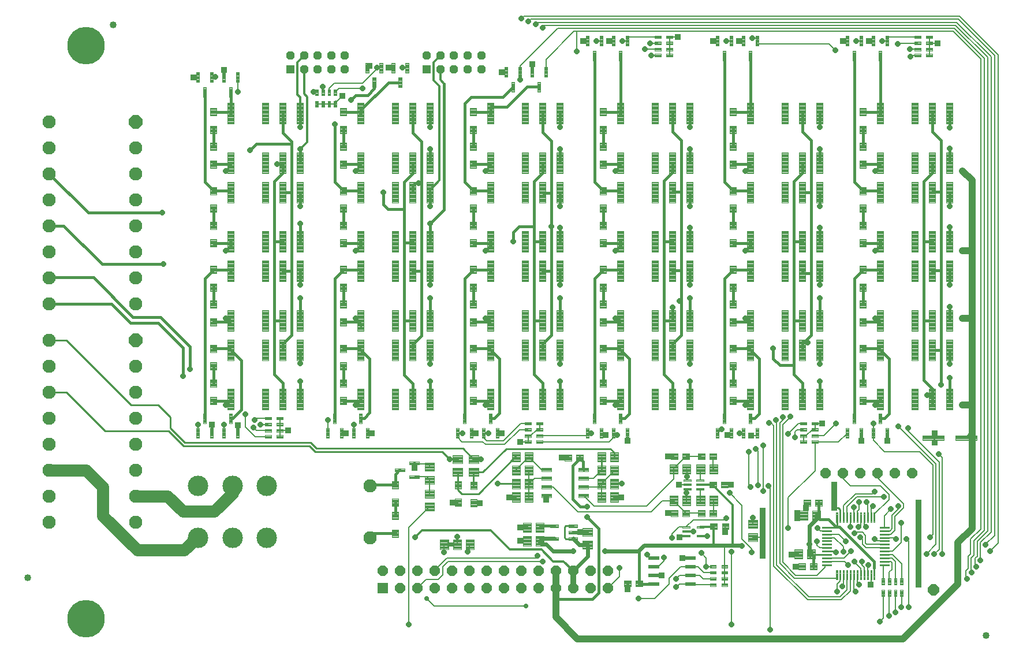
<source format=gtl>
G75*
%MOIN*%
%OFA0B0*%
%FSLAX25Y25*%
%IPPOS*%
%LPD*%
%AMOC8*
5,1,8,0,0,1.08239X$1,22.5*
%
%ADD10OC8,0.05906*%
%ADD11R,0.05906X0.05906*%
%ADD12OC8,0.07677*%
%ADD13C,0.07677*%
%ADD14C,0.00394*%
%ADD15C,0.00396*%
%ADD16C,0.00402*%
%ADD17C,0.00409*%
%ADD18C,0.00406*%
%ADD19C,0.11811*%
%ADD20C,0.00390*%
%ADD21C,0.04000*%
%ADD22OC8,0.06496*%
%ADD23C,0.00100*%
%ADD24R,0.04724X0.04724*%
%ADD25OC8,0.04724*%
%ADD26C,0.21654*%
%ADD27C,0.01600*%
%ADD28OC8,0.03175*%
%ADD29C,0.04000*%
%ADD30C,0.01000*%
%ADD31C,0.01200*%
%ADD32R,0.03175X0.03175*%
%ADD33C,0.00800*%
%ADD34C,0.03200*%
%ADD35C,0.02400*%
%ADD36C,0.07000*%
%ADD37OC8,0.02781*%
D10*
X0309333Y0115232D03*
X0319333Y0115232D03*
X0329333Y0115232D03*
X0339333Y0115232D03*
X0349333Y0115232D03*
X0359333Y0115232D03*
X0369333Y0115232D03*
X0379333Y0115232D03*
X0389333Y0115232D03*
X0399333Y0115232D03*
X0409333Y0115232D03*
X0419333Y0115232D03*
X0429333Y0115232D03*
X0439333Y0115232D03*
X0439333Y0105232D03*
X0429333Y0105232D03*
X0419333Y0105232D03*
X0409333Y0105232D03*
X0399333Y0105232D03*
X0389333Y0105232D03*
X0379333Y0105232D03*
X0369333Y0105232D03*
X0359333Y0105232D03*
X0349333Y0105232D03*
X0339333Y0105232D03*
X0329333Y0105232D03*
X0319333Y0105232D03*
X0565188Y0171770D03*
X0575188Y0171770D03*
X0585188Y0171770D03*
X0595188Y0171770D03*
X0605188Y0171770D03*
X0615188Y0171770D03*
D11*
X0309333Y0105232D03*
D12*
X0166932Y0248441D03*
X0166932Y0374425D03*
D13*
X0166932Y0359425D03*
X0166932Y0344425D03*
X0166932Y0329425D03*
X0166932Y0314425D03*
X0166932Y0299425D03*
X0166932Y0284425D03*
X0166932Y0269425D03*
X0116932Y0269425D03*
X0116932Y0284425D03*
X0116932Y0299425D03*
X0116932Y0314425D03*
X0116932Y0329425D03*
X0116932Y0344425D03*
X0116932Y0359425D03*
X0116932Y0374425D03*
X0116932Y0248441D03*
X0116932Y0233441D03*
X0116932Y0218441D03*
X0116932Y0203441D03*
X0116932Y0188441D03*
X0116932Y0173441D03*
X0116932Y0158441D03*
X0116932Y0143441D03*
X0166932Y0143441D03*
X0166932Y0158441D03*
X0166932Y0173441D03*
X0166932Y0188441D03*
X0166932Y0203441D03*
X0166932Y0218441D03*
X0166932Y0233441D03*
X0302044Y0164152D03*
X0302044Y0134388D03*
D14*
X0318459Y0134737D02*
X0318459Y0139067D01*
X0318459Y0134737D02*
X0314917Y0134737D01*
X0314917Y0139067D01*
X0318459Y0139067D01*
X0318459Y0135130D02*
X0314917Y0135130D01*
X0314917Y0135523D02*
X0318459Y0135523D01*
X0318459Y0135916D02*
X0314917Y0135916D01*
X0314917Y0136309D02*
X0318459Y0136309D01*
X0318459Y0136702D02*
X0314917Y0136702D01*
X0314917Y0137095D02*
X0318459Y0137095D01*
X0318459Y0137488D02*
X0314917Y0137488D01*
X0314917Y0137881D02*
X0318459Y0137881D01*
X0318459Y0138274D02*
X0314917Y0138274D01*
X0314917Y0138667D02*
X0318459Y0138667D01*
X0318459Y0139060D02*
X0314917Y0139060D01*
X0318459Y0144973D02*
X0318459Y0149303D01*
X0318459Y0144973D02*
X0314917Y0144973D01*
X0314917Y0149303D01*
X0318459Y0149303D01*
X0318459Y0145366D02*
X0314917Y0145366D01*
X0314917Y0145759D02*
X0318459Y0145759D01*
X0318459Y0146152D02*
X0314917Y0146152D01*
X0314917Y0146545D02*
X0318459Y0146545D01*
X0318459Y0146938D02*
X0314917Y0146938D01*
X0314917Y0147331D02*
X0318459Y0147331D01*
X0318459Y0147724D02*
X0314917Y0147724D01*
X0314917Y0148117D02*
X0318459Y0148117D01*
X0318459Y0148510D02*
X0314917Y0148510D01*
X0314917Y0148903D02*
X0318459Y0148903D01*
X0318459Y0149296D02*
X0314917Y0149296D01*
X0314917Y0152487D02*
X0314917Y0156817D01*
X0318459Y0156817D01*
X0318459Y0152487D01*
X0314917Y0152487D01*
X0314917Y0152880D02*
X0318459Y0152880D01*
X0318459Y0153273D02*
X0314917Y0153273D01*
X0314917Y0153666D02*
X0318459Y0153666D01*
X0318459Y0154059D02*
X0314917Y0154059D01*
X0314917Y0154452D02*
X0318459Y0154452D01*
X0318459Y0154845D02*
X0314917Y0154845D01*
X0314917Y0155238D02*
X0318459Y0155238D01*
X0318459Y0155631D02*
X0314917Y0155631D01*
X0314917Y0156024D02*
X0318459Y0156024D01*
X0318459Y0156417D02*
X0314917Y0156417D01*
X0314917Y0156810D02*
X0318459Y0156810D01*
X0314917Y0162723D02*
X0314917Y0167053D01*
X0318459Y0167053D01*
X0318459Y0162723D01*
X0314917Y0162723D01*
X0314917Y0163116D02*
X0318459Y0163116D01*
X0318459Y0163509D02*
X0314917Y0163509D01*
X0314917Y0163902D02*
X0318459Y0163902D01*
X0318459Y0164295D02*
X0314917Y0164295D01*
X0314917Y0164688D02*
X0318459Y0164688D01*
X0318459Y0165081D02*
X0314917Y0165081D01*
X0314917Y0165474D02*
X0318459Y0165474D01*
X0318459Y0165867D02*
X0314917Y0165867D01*
X0314917Y0166260D02*
X0318459Y0166260D01*
X0318459Y0166653D02*
X0314917Y0166653D01*
X0314917Y0167046D02*
X0318459Y0167046D01*
X0354709Y0167053D02*
X0354709Y0162723D01*
X0351167Y0162723D01*
X0351167Y0167053D01*
X0354709Y0167053D01*
X0354709Y0163116D02*
X0351167Y0163116D01*
X0351167Y0163509D02*
X0354709Y0163509D01*
X0354709Y0163902D02*
X0351167Y0163902D01*
X0351167Y0164295D02*
X0354709Y0164295D01*
X0354709Y0164688D02*
X0351167Y0164688D01*
X0351167Y0165081D02*
X0354709Y0165081D01*
X0354709Y0165474D02*
X0351167Y0165474D01*
X0351167Y0165867D02*
X0354709Y0165867D01*
X0354709Y0166260D02*
X0351167Y0166260D01*
X0351167Y0166653D02*
X0354709Y0166653D01*
X0354709Y0167046D02*
X0351167Y0167046D01*
X0363709Y0166803D02*
X0363709Y0162473D01*
X0360167Y0162473D01*
X0360167Y0166803D01*
X0363709Y0166803D01*
X0363709Y0162866D02*
X0360167Y0162866D01*
X0360167Y0163259D02*
X0363709Y0163259D01*
X0363709Y0163652D02*
X0360167Y0163652D01*
X0360167Y0164045D02*
X0363709Y0164045D01*
X0363709Y0164438D02*
X0360167Y0164438D01*
X0360167Y0164831D02*
X0363709Y0164831D01*
X0363709Y0165224D02*
X0360167Y0165224D01*
X0360167Y0165617D02*
X0363709Y0165617D01*
X0363709Y0166010D02*
X0360167Y0166010D01*
X0360167Y0166403D02*
X0363709Y0166403D01*
X0363709Y0166796D02*
X0360167Y0166796D01*
X0363709Y0156567D02*
X0363709Y0152237D01*
X0360167Y0152237D01*
X0360167Y0156567D01*
X0363709Y0156567D01*
X0363709Y0152630D02*
X0360167Y0152630D01*
X0360167Y0153023D02*
X0363709Y0153023D01*
X0363709Y0153416D02*
X0360167Y0153416D01*
X0360167Y0153809D02*
X0363709Y0153809D01*
X0363709Y0154202D02*
X0360167Y0154202D01*
X0360167Y0154595D02*
X0363709Y0154595D01*
X0363709Y0154988D02*
X0360167Y0154988D01*
X0360167Y0155381D02*
X0363709Y0155381D01*
X0363709Y0155774D02*
X0360167Y0155774D01*
X0360167Y0156167D02*
X0363709Y0156167D01*
X0363709Y0156560D02*
X0360167Y0156560D01*
X0354709Y0156817D02*
X0354709Y0152487D01*
X0351167Y0152487D01*
X0351167Y0156817D01*
X0354709Y0156817D01*
X0354709Y0152880D02*
X0351167Y0152880D01*
X0351167Y0153273D02*
X0354709Y0153273D01*
X0354709Y0153666D02*
X0351167Y0153666D01*
X0351167Y0154059D02*
X0354709Y0154059D01*
X0354709Y0154452D02*
X0351167Y0154452D01*
X0351167Y0154845D02*
X0354709Y0154845D01*
X0354709Y0155238D02*
X0351167Y0155238D01*
X0351167Y0155631D02*
X0354709Y0155631D01*
X0354709Y0156024D02*
X0351167Y0156024D01*
X0351167Y0156417D02*
X0354709Y0156417D01*
X0354709Y0156810D02*
X0351167Y0156810D01*
X0395112Y0188918D02*
X0395112Y0190492D01*
X0395112Y0188918D02*
X0391570Y0188918D01*
X0391570Y0190492D01*
X0395112Y0190492D01*
X0395112Y0189311D02*
X0391570Y0189311D01*
X0391570Y0189704D02*
X0395112Y0189704D01*
X0395112Y0190097D02*
X0391570Y0190097D01*
X0391570Y0190490D02*
X0395112Y0190490D01*
X0395112Y0192461D02*
X0395112Y0194035D01*
X0395112Y0192461D02*
X0391570Y0192461D01*
X0391570Y0194035D01*
X0395112Y0194035D01*
X0395112Y0192854D02*
X0391570Y0192854D01*
X0391570Y0193247D02*
X0395112Y0193247D01*
X0395112Y0193640D02*
X0391570Y0193640D01*
X0391570Y0194033D02*
X0395112Y0194033D01*
X0395112Y0196004D02*
X0395112Y0197578D01*
X0395112Y0196004D02*
X0391570Y0196004D01*
X0391570Y0197578D01*
X0395112Y0197578D01*
X0395112Y0196397D02*
X0391570Y0196397D01*
X0391570Y0196790D02*
X0395112Y0196790D01*
X0395112Y0197183D02*
X0391570Y0197183D01*
X0391570Y0197576D02*
X0395112Y0197576D01*
X0395112Y0199548D02*
X0395112Y0201122D01*
X0395112Y0199548D02*
X0391570Y0199548D01*
X0391570Y0201122D01*
X0395112Y0201122D01*
X0395112Y0199941D02*
X0391570Y0199941D01*
X0391570Y0200334D02*
X0395112Y0200334D01*
X0395112Y0200727D02*
X0391570Y0200727D01*
X0391570Y0201120D02*
X0395112Y0201120D01*
X0401805Y0201122D02*
X0401805Y0199548D01*
X0398263Y0199548D01*
X0398263Y0201122D01*
X0401805Y0201122D01*
X0401805Y0199941D02*
X0398263Y0199941D01*
X0398263Y0200334D02*
X0401805Y0200334D01*
X0401805Y0200727D02*
X0398263Y0200727D01*
X0398263Y0201120D02*
X0401805Y0201120D01*
X0401805Y0197578D02*
X0401805Y0196004D01*
X0398263Y0196004D01*
X0398263Y0197578D01*
X0401805Y0197578D01*
X0401805Y0196397D02*
X0398263Y0196397D01*
X0398263Y0196790D02*
X0401805Y0196790D01*
X0401805Y0197183D02*
X0398263Y0197183D01*
X0398263Y0197576D02*
X0401805Y0197576D01*
X0401805Y0194035D02*
X0401805Y0192461D01*
X0398263Y0192461D01*
X0398263Y0194035D01*
X0401805Y0194035D01*
X0401805Y0192854D02*
X0398263Y0192854D01*
X0398263Y0193247D02*
X0401805Y0193247D01*
X0401805Y0193640D02*
X0398263Y0193640D01*
X0398263Y0194033D02*
X0401805Y0194033D01*
X0401805Y0190492D02*
X0401805Y0188918D01*
X0398263Y0188918D01*
X0398263Y0190492D01*
X0401805Y0190492D01*
X0401805Y0189311D02*
X0398263Y0189311D01*
X0398263Y0189704D02*
X0401805Y0189704D01*
X0401805Y0190097D02*
X0398263Y0190097D01*
X0398263Y0190490D02*
X0401805Y0190490D01*
X0414373Y0182291D02*
X0418309Y0182291D01*
X0418309Y0178749D01*
X0414373Y0178749D01*
X0414373Y0182291D01*
X0414373Y0179142D02*
X0418309Y0179142D01*
X0418309Y0179535D02*
X0414373Y0179535D01*
X0414373Y0179928D02*
X0418309Y0179928D01*
X0418309Y0180321D02*
X0414373Y0180321D01*
X0414373Y0180714D02*
X0418309Y0180714D01*
X0418309Y0181107D02*
X0414373Y0181107D01*
X0414373Y0181500D02*
X0418309Y0181500D01*
X0418309Y0181893D02*
X0414373Y0181893D01*
X0414373Y0182286D02*
X0418309Y0182286D01*
X0421066Y0182291D02*
X0425002Y0182291D01*
X0425002Y0178749D01*
X0421066Y0178749D01*
X0421066Y0182291D01*
X0421066Y0179142D02*
X0425002Y0179142D01*
X0425002Y0179535D02*
X0421066Y0179535D01*
X0421066Y0179928D02*
X0425002Y0179928D01*
X0425002Y0180321D02*
X0421066Y0180321D01*
X0421066Y0180714D02*
X0425002Y0180714D01*
X0425002Y0181107D02*
X0421066Y0181107D01*
X0421066Y0181500D02*
X0425002Y0181500D01*
X0425002Y0181893D02*
X0421066Y0181893D01*
X0421066Y0182286D02*
X0425002Y0182286D01*
X0438459Y0211237D02*
X0438459Y0215567D01*
X0438459Y0211237D02*
X0434917Y0211237D01*
X0434917Y0215567D01*
X0438459Y0215567D01*
X0438459Y0211630D02*
X0434917Y0211630D01*
X0434917Y0212023D02*
X0438459Y0212023D01*
X0438459Y0212416D02*
X0434917Y0212416D01*
X0434917Y0212809D02*
X0438459Y0212809D01*
X0438459Y0213202D02*
X0434917Y0213202D01*
X0434917Y0213595D02*
X0438459Y0213595D01*
X0438459Y0213988D02*
X0434917Y0213988D01*
X0434917Y0214381D02*
X0438459Y0214381D01*
X0438459Y0214774D02*
X0434917Y0214774D01*
X0434917Y0215167D02*
X0438459Y0215167D01*
X0438459Y0215560D02*
X0434917Y0215560D01*
X0438459Y0221473D02*
X0438459Y0225803D01*
X0438459Y0221473D02*
X0434917Y0221473D01*
X0434917Y0225803D01*
X0438459Y0225803D01*
X0438459Y0221866D02*
X0434917Y0221866D01*
X0434917Y0222259D02*
X0438459Y0222259D01*
X0438459Y0222652D02*
X0434917Y0222652D01*
X0434917Y0223045D02*
X0438459Y0223045D01*
X0438459Y0223438D02*
X0434917Y0223438D01*
X0434917Y0223831D02*
X0438459Y0223831D01*
X0438459Y0224224D02*
X0434917Y0224224D01*
X0434917Y0224617D02*
X0438459Y0224617D01*
X0438459Y0225010D02*
X0434917Y0225010D01*
X0434917Y0225403D02*
X0438459Y0225403D01*
X0438459Y0225796D02*
X0434917Y0225796D01*
X0434917Y0231237D02*
X0434917Y0235567D01*
X0438459Y0235567D01*
X0438459Y0231237D01*
X0434917Y0231237D01*
X0434917Y0231630D02*
X0438459Y0231630D01*
X0438459Y0232023D02*
X0434917Y0232023D01*
X0434917Y0232416D02*
X0438459Y0232416D01*
X0438459Y0232809D02*
X0434917Y0232809D01*
X0434917Y0233202D02*
X0438459Y0233202D01*
X0438459Y0233595D02*
X0434917Y0233595D01*
X0434917Y0233988D02*
X0438459Y0233988D01*
X0438459Y0234381D02*
X0434917Y0234381D01*
X0434917Y0234774D02*
X0438459Y0234774D01*
X0438459Y0235167D02*
X0434917Y0235167D01*
X0434917Y0235560D02*
X0438459Y0235560D01*
X0434917Y0241473D02*
X0434917Y0245803D01*
X0438459Y0245803D01*
X0438459Y0241473D01*
X0434917Y0241473D01*
X0434917Y0241866D02*
X0438459Y0241866D01*
X0438459Y0242259D02*
X0434917Y0242259D01*
X0434917Y0242652D02*
X0438459Y0242652D01*
X0438459Y0243045D02*
X0434917Y0243045D01*
X0434917Y0243438D02*
X0438459Y0243438D01*
X0438459Y0243831D02*
X0434917Y0243831D01*
X0434917Y0244224D02*
X0438459Y0244224D01*
X0438459Y0244617D02*
X0434917Y0244617D01*
X0434917Y0245010D02*
X0438459Y0245010D01*
X0438459Y0245403D02*
X0434917Y0245403D01*
X0434917Y0245796D02*
X0438459Y0245796D01*
X0448459Y0248795D02*
X0448459Y0236749D01*
X0444917Y0236749D01*
X0444917Y0248795D01*
X0448459Y0248795D01*
X0448459Y0237142D02*
X0444917Y0237142D01*
X0444917Y0237535D02*
X0448459Y0237535D01*
X0448459Y0237928D02*
X0444917Y0237928D01*
X0444917Y0238321D02*
X0448459Y0238321D01*
X0448459Y0238714D02*
X0444917Y0238714D01*
X0444917Y0239107D02*
X0448459Y0239107D01*
X0448459Y0239500D02*
X0444917Y0239500D01*
X0444917Y0239893D02*
X0448459Y0239893D01*
X0448459Y0240286D02*
X0444917Y0240286D01*
X0444917Y0240679D02*
X0448459Y0240679D01*
X0448459Y0241072D02*
X0444917Y0241072D01*
X0444917Y0241465D02*
X0448459Y0241465D01*
X0448459Y0241858D02*
X0444917Y0241858D01*
X0444917Y0242251D02*
X0448459Y0242251D01*
X0448459Y0242644D02*
X0444917Y0242644D01*
X0444917Y0243037D02*
X0448459Y0243037D01*
X0448459Y0243430D02*
X0444917Y0243430D01*
X0444917Y0243823D02*
X0448459Y0243823D01*
X0448459Y0244216D02*
X0444917Y0244216D01*
X0444917Y0244609D02*
X0448459Y0244609D01*
X0448459Y0245002D02*
X0444917Y0245002D01*
X0444917Y0245395D02*
X0448459Y0245395D01*
X0448459Y0245788D02*
X0444917Y0245788D01*
X0444917Y0246181D02*
X0448459Y0246181D01*
X0448459Y0246574D02*
X0444917Y0246574D01*
X0444917Y0246967D02*
X0448459Y0246967D01*
X0448459Y0247360D02*
X0444917Y0247360D01*
X0444917Y0247753D02*
X0448459Y0247753D01*
X0448459Y0248146D02*
X0444917Y0248146D01*
X0444917Y0248539D02*
X0448459Y0248539D01*
X0468459Y0248795D02*
X0468459Y0236749D01*
X0464917Y0236749D01*
X0464917Y0248795D01*
X0468459Y0248795D01*
X0468459Y0237142D02*
X0464917Y0237142D01*
X0464917Y0237535D02*
X0468459Y0237535D01*
X0468459Y0237928D02*
X0464917Y0237928D01*
X0464917Y0238321D02*
X0468459Y0238321D01*
X0468459Y0238714D02*
X0464917Y0238714D01*
X0464917Y0239107D02*
X0468459Y0239107D01*
X0468459Y0239500D02*
X0464917Y0239500D01*
X0464917Y0239893D02*
X0468459Y0239893D01*
X0468459Y0240286D02*
X0464917Y0240286D01*
X0464917Y0240679D02*
X0468459Y0240679D01*
X0468459Y0241072D02*
X0464917Y0241072D01*
X0464917Y0241465D02*
X0468459Y0241465D01*
X0468459Y0241858D02*
X0464917Y0241858D01*
X0464917Y0242251D02*
X0468459Y0242251D01*
X0468459Y0242644D02*
X0464917Y0242644D01*
X0464917Y0243037D02*
X0468459Y0243037D01*
X0468459Y0243430D02*
X0464917Y0243430D01*
X0464917Y0243823D02*
X0468459Y0243823D01*
X0468459Y0244216D02*
X0464917Y0244216D01*
X0464917Y0244609D02*
X0468459Y0244609D01*
X0468459Y0245002D02*
X0464917Y0245002D01*
X0464917Y0245395D02*
X0468459Y0245395D01*
X0468459Y0245788D02*
X0464917Y0245788D01*
X0464917Y0246181D02*
X0468459Y0246181D01*
X0468459Y0246574D02*
X0464917Y0246574D01*
X0464917Y0246967D02*
X0468459Y0246967D01*
X0468459Y0247360D02*
X0464917Y0247360D01*
X0464917Y0247753D02*
X0468459Y0247753D01*
X0468459Y0248146D02*
X0464917Y0248146D01*
X0464917Y0248539D02*
X0468459Y0248539D01*
X0478459Y0248795D02*
X0478459Y0236749D01*
X0474917Y0236749D01*
X0474917Y0248795D01*
X0478459Y0248795D01*
X0478459Y0237142D02*
X0474917Y0237142D01*
X0474917Y0237535D02*
X0478459Y0237535D01*
X0478459Y0237928D02*
X0474917Y0237928D01*
X0474917Y0238321D02*
X0478459Y0238321D01*
X0478459Y0238714D02*
X0474917Y0238714D01*
X0474917Y0239107D02*
X0478459Y0239107D01*
X0478459Y0239500D02*
X0474917Y0239500D01*
X0474917Y0239893D02*
X0478459Y0239893D01*
X0478459Y0240286D02*
X0474917Y0240286D01*
X0474917Y0240679D02*
X0478459Y0240679D01*
X0478459Y0241072D02*
X0474917Y0241072D01*
X0474917Y0241465D02*
X0478459Y0241465D01*
X0478459Y0241858D02*
X0474917Y0241858D01*
X0474917Y0242251D02*
X0478459Y0242251D01*
X0478459Y0242644D02*
X0474917Y0242644D01*
X0474917Y0243037D02*
X0478459Y0243037D01*
X0478459Y0243430D02*
X0474917Y0243430D01*
X0474917Y0243823D02*
X0478459Y0243823D01*
X0478459Y0244216D02*
X0474917Y0244216D01*
X0474917Y0244609D02*
X0478459Y0244609D01*
X0478459Y0245002D02*
X0474917Y0245002D01*
X0474917Y0245395D02*
X0478459Y0245395D01*
X0478459Y0245788D02*
X0474917Y0245788D01*
X0474917Y0246181D02*
X0478459Y0246181D01*
X0478459Y0246574D02*
X0474917Y0246574D01*
X0474917Y0246967D02*
X0478459Y0246967D01*
X0478459Y0247360D02*
X0474917Y0247360D01*
X0474917Y0247753D02*
X0478459Y0247753D01*
X0478459Y0248146D02*
X0474917Y0248146D01*
X0474917Y0248539D02*
X0478459Y0248539D01*
X0488459Y0248795D02*
X0488459Y0236749D01*
X0484917Y0236749D01*
X0484917Y0248795D01*
X0488459Y0248795D01*
X0488459Y0237142D02*
X0484917Y0237142D01*
X0484917Y0237535D02*
X0488459Y0237535D01*
X0488459Y0237928D02*
X0484917Y0237928D01*
X0484917Y0238321D02*
X0488459Y0238321D01*
X0488459Y0238714D02*
X0484917Y0238714D01*
X0484917Y0239107D02*
X0488459Y0239107D01*
X0488459Y0239500D02*
X0484917Y0239500D01*
X0484917Y0239893D02*
X0488459Y0239893D01*
X0488459Y0240286D02*
X0484917Y0240286D01*
X0484917Y0240679D02*
X0488459Y0240679D01*
X0488459Y0241072D02*
X0484917Y0241072D01*
X0484917Y0241465D02*
X0488459Y0241465D01*
X0488459Y0241858D02*
X0484917Y0241858D01*
X0484917Y0242251D02*
X0488459Y0242251D01*
X0488459Y0242644D02*
X0484917Y0242644D01*
X0484917Y0243037D02*
X0488459Y0243037D01*
X0488459Y0243430D02*
X0484917Y0243430D01*
X0484917Y0243823D02*
X0488459Y0243823D01*
X0488459Y0244216D02*
X0484917Y0244216D01*
X0484917Y0244609D02*
X0488459Y0244609D01*
X0488459Y0245002D02*
X0484917Y0245002D01*
X0484917Y0245395D02*
X0488459Y0245395D01*
X0488459Y0245788D02*
X0484917Y0245788D01*
X0484917Y0246181D02*
X0488459Y0246181D01*
X0488459Y0246574D02*
X0484917Y0246574D01*
X0484917Y0246967D02*
X0488459Y0246967D01*
X0488459Y0247360D02*
X0484917Y0247360D01*
X0484917Y0247753D02*
X0488459Y0247753D01*
X0488459Y0248146D02*
X0484917Y0248146D01*
X0484917Y0248539D02*
X0488459Y0248539D01*
X0488459Y0253745D02*
X0488459Y0265791D01*
X0488459Y0253745D02*
X0484917Y0253745D01*
X0484917Y0265791D01*
X0488459Y0265791D01*
X0488459Y0254138D02*
X0484917Y0254138D01*
X0484917Y0254531D02*
X0488459Y0254531D01*
X0488459Y0254924D02*
X0484917Y0254924D01*
X0484917Y0255317D02*
X0488459Y0255317D01*
X0488459Y0255710D02*
X0484917Y0255710D01*
X0484917Y0256103D02*
X0488459Y0256103D01*
X0488459Y0256496D02*
X0484917Y0256496D01*
X0484917Y0256889D02*
X0488459Y0256889D01*
X0488459Y0257282D02*
X0484917Y0257282D01*
X0484917Y0257675D02*
X0488459Y0257675D01*
X0488459Y0258068D02*
X0484917Y0258068D01*
X0484917Y0258461D02*
X0488459Y0258461D01*
X0488459Y0258854D02*
X0484917Y0258854D01*
X0484917Y0259247D02*
X0488459Y0259247D01*
X0488459Y0259640D02*
X0484917Y0259640D01*
X0484917Y0260033D02*
X0488459Y0260033D01*
X0488459Y0260426D02*
X0484917Y0260426D01*
X0484917Y0260819D02*
X0488459Y0260819D01*
X0488459Y0261212D02*
X0484917Y0261212D01*
X0484917Y0261605D02*
X0488459Y0261605D01*
X0488459Y0261998D02*
X0484917Y0261998D01*
X0484917Y0262391D02*
X0488459Y0262391D01*
X0488459Y0262784D02*
X0484917Y0262784D01*
X0484917Y0263177D02*
X0488459Y0263177D01*
X0488459Y0263570D02*
X0484917Y0263570D01*
X0484917Y0263963D02*
X0488459Y0263963D01*
X0488459Y0264356D02*
X0484917Y0264356D01*
X0484917Y0264749D02*
X0488459Y0264749D01*
X0488459Y0265142D02*
X0484917Y0265142D01*
X0484917Y0265535D02*
X0488459Y0265535D01*
X0478459Y0265791D02*
X0478459Y0253745D01*
X0474917Y0253745D01*
X0474917Y0265791D01*
X0478459Y0265791D01*
X0478459Y0254138D02*
X0474917Y0254138D01*
X0474917Y0254531D02*
X0478459Y0254531D01*
X0478459Y0254924D02*
X0474917Y0254924D01*
X0474917Y0255317D02*
X0478459Y0255317D01*
X0478459Y0255710D02*
X0474917Y0255710D01*
X0474917Y0256103D02*
X0478459Y0256103D01*
X0478459Y0256496D02*
X0474917Y0256496D01*
X0474917Y0256889D02*
X0478459Y0256889D01*
X0478459Y0257282D02*
X0474917Y0257282D01*
X0474917Y0257675D02*
X0478459Y0257675D01*
X0478459Y0258068D02*
X0474917Y0258068D01*
X0474917Y0258461D02*
X0478459Y0258461D01*
X0478459Y0258854D02*
X0474917Y0258854D01*
X0474917Y0259247D02*
X0478459Y0259247D01*
X0478459Y0259640D02*
X0474917Y0259640D01*
X0474917Y0260033D02*
X0478459Y0260033D01*
X0478459Y0260426D02*
X0474917Y0260426D01*
X0474917Y0260819D02*
X0478459Y0260819D01*
X0478459Y0261212D02*
X0474917Y0261212D01*
X0474917Y0261605D02*
X0478459Y0261605D01*
X0478459Y0261998D02*
X0474917Y0261998D01*
X0474917Y0262391D02*
X0478459Y0262391D01*
X0478459Y0262784D02*
X0474917Y0262784D01*
X0474917Y0263177D02*
X0478459Y0263177D01*
X0478459Y0263570D02*
X0474917Y0263570D01*
X0474917Y0263963D02*
X0478459Y0263963D01*
X0478459Y0264356D02*
X0474917Y0264356D01*
X0474917Y0264749D02*
X0478459Y0264749D01*
X0478459Y0265142D02*
X0474917Y0265142D01*
X0474917Y0265535D02*
X0478459Y0265535D01*
X0468459Y0265791D02*
X0468459Y0253745D01*
X0464917Y0253745D01*
X0464917Y0265791D01*
X0468459Y0265791D01*
X0468459Y0254138D02*
X0464917Y0254138D01*
X0464917Y0254531D02*
X0468459Y0254531D01*
X0468459Y0254924D02*
X0464917Y0254924D01*
X0464917Y0255317D02*
X0468459Y0255317D01*
X0468459Y0255710D02*
X0464917Y0255710D01*
X0464917Y0256103D02*
X0468459Y0256103D01*
X0468459Y0256496D02*
X0464917Y0256496D01*
X0464917Y0256889D02*
X0468459Y0256889D01*
X0468459Y0257282D02*
X0464917Y0257282D01*
X0464917Y0257675D02*
X0468459Y0257675D01*
X0468459Y0258068D02*
X0464917Y0258068D01*
X0464917Y0258461D02*
X0468459Y0258461D01*
X0468459Y0258854D02*
X0464917Y0258854D01*
X0464917Y0259247D02*
X0468459Y0259247D01*
X0468459Y0259640D02*
X0464917Y0259640D01*
X0464917Y0260033D02*
X0468459Y0260033D01*
X0468459Y0260426D02*
X0464917Y0260426D01*
X0464917Y0260819D02*
X0468459Y0260819D01*
X0468459Y0261212D02*
X0464917Y0261212D01*
X0464917Y0261605D02*
X0468459Y0261605D01*
X0468459Y0261998D02*
X0464917Y0261998D01*
X0464917Y0262391D02*
X0468459Y0262391D01*
X0468459Y0262784D02*
X0464917Y0262784D01*
X0464917Y0263177D02*
X0468459Y0263177D01*
X0468459Y0263570D02*
X0464917Y0263570D01*
X0464917Y0263963D02*
X0468459Y0263963D01*
X0468459Y0264356D02*
X0464917Y0264356D01*
X0464917Y0264749D02*
X0468459Y0264749D01*
X0468459Y0265142D02*
X0464917Y0265142D01*
X0464917Y0265535D02*
X0468459Y0265535D01*
X0448459Y0265791D02*
X0448459Y0253745D01*
X0444917Y0253745D01*
X0444917Y0265791D01*
X0448459Y0265791D01*
X0448459Y0254138D02*
X0444917Y0254138D01*
X0444917Y0254531D02*
X0448459Y0254531D01*
X0448459Y0254924D02*
X0444917Y0254924D01*
X0444917Y0255317D02*
X0448459Y0255317D01*
X0448459Y0255710D02*
X0444917Y0255710D01*
X0444917Y0256103D02*
X0448459Y0256103D01*
X0448459Y0256496D02*
X0444917Y0256496D01*
X0444917Y0256889D02*
X0448459Y0256889D01*
X0448459Y0257282D02*
X0444917Y0257282D01*
X0444917Y0257675D02*
X0448459Y0257675D01*
X0448459Y0258068D02*
X0444917Y0258068D01*
X0444917Y0258461D02*
X0448459Y0258461D01*
X0448459Y0258854D02*
X0444917Y0258854D01*
X0444917Y0259247D02*
X0448459Y0259247D01*
X0448459Y0259640D02*
X0444917Y0259640D01*
X0444917Y0260033D02*
X0448459Y0260033D01*
X0448459Y0260426D02*
X0444917Y0260426D01*
X0444917Y0260819D02*
X0448459Y0260819D01*
X0448459Y0261212D02*
X0444917Y0261212D01*
X0444917Y0261605D02*
X0448459Y0261605D01*
X0448459Y0261998D02*
X0444917Y0261998D01*
X0444917Y0262391D02*
X0448459Y0262391D01*
X0448459Y0262784D02*
X0444917Y0262784D01*
X0444917Y0263177D02*
X0448459Y0263177D01*
X0448459Y0263570D02*
X0444917Y0263570D01*
X0444917Y0263963D02*
X0448459Y0263963D01*
X0448459Y0264356D02*
X0444917Y0264356D01*
X0444917Y0264749D02*
X0448459Y0264749D01*
X0448459Y0265142D02*
X0444917Y0265142D01*
X0444917Y0265535D02*
X0448459Y0265535D01*
X0438459Y0266973D02*
X0438459Y0271303D01*
X0438459Y0266973D02*
X0434917Y0266973D01*
X0434917Y0271303D01*
X0438459Y0271303D01*
X0438459Y0267366D02*
X0434917Y0267366D01*
X0434917Y0267759D02*
X0438459Y0267759D01*
X0438459Y0268152D02*
X0434917Y0268152D01*
X0434917Y0268545D02*
X0438459Y0268545D01*
X0438459Y0268938D02*
X0434917Y0268938D01*
X0434917Y0269331D02*
X0438459Y0269331D01*
X0438459Y0269724D02*
X0434917Y0269724D01*
X0434917Y0270117D02*
X0438459Y0270117D01*
X0438459Y0270510D02*
X0434917Y0270510D01*
X0434917Y0270903D02*
X0438459Y0270903D01*
X0438459Y0271296D02*
X0434917Y0271296D01*
X0434917Y0276737D02*
X0434917Y0281067D01*
X0438459Y0281067D01*
X0438459Y0276737D01*
X0434917Y0276737D01*
X0434917Y0277130D02*
X0438459Y0277130D01*
X0438459Y0277523D02*
X0434917Y0277523D01*
X0434917Y0277916D02*
X0438459Y0277916D01*
X0438459Y0278309D02*
X0434917Y0278309D01*
X0434917Y0278702D02*
X0438459Y0278702D01*
X0438459Y0279095D02*
X0434917Y0279095D01*
X0434917Y0279488D02*
X0438459Y0279488D01*
X0438459Y0279881D02*
X0434917Y0279881D01*
X0434917Y0280274D02*
X0438459Y0280274D01*
X0438459Y0280667D02*
X0434917Y0280667D01*
X0434917Y0281060D02*
X0438459Y0281060D01*
X0434917Y0286973D02*
X0434917Y0291303D01*
X0438459Y0291303D01*
X0438459Y0286973D01*
X0434917Y0286973D01*
X0434917Y0287366D02*
X0438459Y0287366D01*
X0438459Y0287759D02*
X0434917Y0287759D01*
X0434917Y0288152D02*
X0438459Y0288152D01*
X0438459Y0288545D02*
X0434917Y0288545D01*
X0434917Y0288938D02*
X0438459Y0288938D01*
X0438459Y0289331D02*
X0434917Y0289331D01*
X0434917Y0289724D02*
X0438459Y0289724D01*
X0438459Y0290117D02*
X0434917Y0290117D01*
X0434917Y0290510D02*
X0438459Y0290510D01*
X0438459Y0290903D02*
X0434917Y0290903D01*
X0434917Y0291296D02*
X0438459Y0291296D01*
X0448459Y0294295D02*
X0448459Y0282249D01*
X0444917Y0282249D01*
X0444917Y0294295D01*
X0448459Y0294295D01*
X0448459Y0282642D02*
X0444917Y0282642D01*
X0444917Y0283035D02*
X0448459Y0283035D01*
X0448459Y0283428D02*
X0444917Y0283428D01*
X0444917Y0283821D02*
X0448459Y0283821D01*
X0448459Y0284214D02*
X0444917Y0284214D01*
X0444917Y0284607D02*
X0448459Y0284607D01*
X0448459Y0285000D02*
X0444917Y0285000D01*
X0444917Y0285393D02*
X0448459Y0285393D01*
X0448459Y0285786D02*
X0444917Y0285786D01*
X0444917Y0286179D02*
X0448459Y0286179D01*
X0448459Y0286572D02*
X0444917Y0286572D01*
X0444917Y0286965D02*
X0448459Y0286965D01*
X0448459Y0287358D02*
X0444917Y0287358D01*
X0444917Y0287751D02*
X0448459Y0287751D01*
X0448459Y0288144D02*
X0444917Y0288144D01*
X0444917Y0288537D02*
X0448459Y0288537D01*
X0448459Y0288930D02*
X0444917Y0288930D01*
X0444917Y0289323D02*
X0448459Y0289323D01*
X0448459Y0289716D02*
X0444917Y0289716D01*
X0444917Y0290109D02*
X0448459Y0290109D01*
X0448459Y0290502D02*
X0444917Y0290502D01*
X0444917Y0290895D02*
X0448459Y0290895D01*
X0448459Y0291288D02*
X0444917Y0291288D01*
X0444917Y0291681D02*
X0448459Y0291681D01*
X0448459Y0292074D02*
X0444917Y0292074D01*
X0444917Y0292467D02*
X0448459Y0292467D01*
X0448459Y0292860D02*
X0444917Y0292860D01*
X0444917Y0293253D02*
X0448459Y0293253D01*
X0448459Y0293646D02*
X0444917Y0293646D01*
X0444917Y0294039D02*
X0448459Y0294039D01*
X0448459Y0299245D02*
X0448459Y0311291D01*
X0448459Y0299245D02*
X0444917Y0299245D01*
X0444917Y0311291D01*
X0448459Y0311291D01*
X0448459Y0299638D02*
X0444917Y0299638D01*
X0444917Y0300031D02*
X0448459Y0300031D01*
X0448459Y0300424D02*
X0444917Y0300424D01*
X0444917Y0300817D02*
X0448459Y0300817D01*
X0448459Y0301210D02*
X0444917Y0301210D01*
X0444917Y0301603D02*
X0448459Y0301603D01*
X0448459Y0301996D02*
X0444917Y0301996D01*
X0444917Y0302389D02*
X0448459Y0302389D01*
X0448459Y0302782D02*
X0444917Y0302782D01*
X0444917Y0303175D02*
X0448459Y0303175D01*
X0448459Y0303568D02*
X0444917Y0303568D01*
X0444917Y0303961D02*
X0448459Y0303961D01*
X0448459Y0304354D02*
X0444917Y0304354D01*
X0444917Y0304747D02*
X0448459Y0304747D01*
X0448459Y0305140D02*
X0444917Y0305140D01*
X0444917Y0305533D02*
X0448459Y0305533D01*
X0448459Y0305926D02*
X0444917Y0305926D01*
X0444917Y0306319D02*
X0448459Y0306319D01*
X0448459Y0306712D02*
X0444917Y0306712D01*
X0444917Y0307105D02*
X0448459Y0307105D01*
X0448459Y0307498D02*
X0444917Y0307498D01*
X0444917Y0307891D02*
X0448459Y0307891D01*
X0448459Y0308284D02*
X0444917Y0308284D01*
X0444917Y0308677D02*
X0448459Y0308677D01*
X0448459Y0309070D02*
X0444917Y0309070D01*
X0444917Y0309463D02*
X0448459Y0309463D01*
X0448459Y0309856D02*
X0444917Y0309856D01*
X0444917Y0310249D02*
X0448459Y0310249D01*
X0448459Y0310642D02*
X0444917Y0310642D01*
X0444917Y0311035D02*
X0448459Y0311035D01*
X0438459Y0312473D02*
X0438459Y0316803D01*
X0438459Y0312473D02*
X0434917Y0312473D01*
X0434917Y0316803D01*
X0438459Y0316803D01*
X0438459Y0312866D02*
X0434917Y0312866D01*
X0434917Y0313259D02*
X0438459Y0313259D01*
X0438459Y0313652D02*
X0434917Y0313652D01*
X0434917Y0314045D02*
X0438459Y0314045D01*
X0438459Y0314438D02*
X0434917Y0314438D01*
X0434917Y0314831D02*
X0438459Y0314831D01*
X0438459Y0315224D02*
X0434917Y0315224D01*
X0434917Y0315617D02*
X0438459Y0315617D01*
X0438459Y0316010D02*
X0434917Y0316010D01*
X0434917Y0316403D02*
X0438459Y0316403D01*
X0438459Y0316796D02*
X0434917Y0316796D01*
X0434917Y0322237D02*
X0434917Y0326567D01*
X0438459Y0326567D01*
X0438459Y0322237D01*
X0434917Y0322237D01*
X0434917Y0322630D02*
X0438459Y0322630D01*
X0438459Y0323023D02*
X0434917Y0323023D01*
X0434917Y0323416D02*
X0438459Y0323416D01*
X0438459Y0323809D02*
X0434917Y0323809D01*
X0434917Y0324202D02*
X0438459Y0324202D01*
X0438459Y0324595D02*
X0434917Y0324595D01*
X0434917Y0324988D02*
X0438459Y0324988D01*
X0438459Y0325381D02*
X0434917Y0325381D01*
X0434917Y0325774D02*
X0438459Y0325774D01*
X0438459Y0326167D02*
X0434917Y0326167D01*
X0434917Y0326560D02*
X0438459Y0326560D01*
X0434917Y0332473D02*
X0434917Y0336803D01*
X0438459Y0336803D01*
X0438459Y0332473D01*
X0434917Y0332473D01*
X0434917Y0332866D02*
X0438459Y0332866D01*
X0438459Y0333259D02*
X0434917Y0333259D01*
X0434917Y0333652D02*
X0438459Y0333652D01*
X0438459Y0334045D02*
X0434917Y0334045D01*
X0434917Y0334438D02*
X0438459Y0334438D01*
X0438459Y0334831D02*
X0434917Y0334831D01*
X0434917Y0335224D02*
X0438459Y0335224D01*
X0438459Y0335617D02*
X0434917Y0335617D01*
X0434917Y0336010D02*
X0438459Y0336010D01*
X0438459Y0336403D02*
X0434917Y0336403D01*
X0434917Y0336796D02*
X0438459Y0336796D01*
X0448459Y0339795D02*
X0448459Y0327749D01*
X0444917Y0327749D01*
X0444917Y0339795D01*
X0448459Y0339795D01*
X0448459Y0328142D02*
X0444917Y0328142D01*
X0444917Y0328535D02*
X0448459Y0328535D01*
X0448459Y0328928D02*
X0444917Y0328928D01*
X0444917Y0329321D02*
X0448459Y0329321D01*
X0448459Y0329714D02*
X0444917Y0329714D01*
X0444917Y0330107D02*
X0448459Y0330107D01*
X0448459Y0330500D02*
X0444917Y0330500D01*
X0444917Y0330893D02*
X0448459Y0330893D01*
X0448459Y0331286D02*
X0444917Y0331286D01*
X0444917Y0331679D02*
X0448459Y0331679D01*
X0448459Y0332072D02*
X0444917Y0332072D01*
X0444917Y0332465D02*
X0448459Y0332465D01*
X0448459Y0332858D02*
X0444917Y0332858D01*
X0444917Y0333251D02*
X0448459Y0333251D01*
X0448459Y0333644D02*
X0444917Y0333644D01*
X0444917Y0334037D02*
X0448459Y0334037D01*
X0448459Y0334430D02*
X0444917Y0334430D01*
X0444917Y0334823D02*
X0448459Y0334823D01*
X0448459Y0335216D02*
X0444917Y0335216D01*
X0444917Y0335609D02*
X0448459Y0335609D01*
X0448459Y0336002D02*
X0444917Y0336002D01*
X0444917Y0336395D02*
X0448459Y0336395D01*
X0448459Y0336788D02*
X0444917Y0336788D01*
X0444917Y0337181D02*
X0448459Y0337181D01*
X0448459Y0337574D02*
X0444917Y0337574D01*
X0444917Y0337967D02*
X0448459Y0337967D01*
X0448459Y0338360D02*
X0444917Y0338360D01*
X0444917Y0338753D02*
X0448459Y0338753D01*
X0448459Y0339146D02*
X0444917Y0339146D01*
X0444917Y0339539D02*
X0448459Y0339539D01*
X0468459Y0339795D02*
X0468459Y0327749D01*
X0464917Y0327749D01*
X0464917Y0339795D01*
X0468459Y0339795D01*
X0468459Y0328142D02*
X0464917Y0328142D01*
X0464917Y0328535D02*
X0468459Y0328535D01*
X0468459Y0328928D02*
X0464917Y0328928D01*
X0464917Y0329321D02*
X0468459Y0329321D01*
X0468459Y0329714D02*
X0464917Y0329714D01*
X0464917Y0330107D02*
X0468459Y0330107D01*
X0468459Y0330500D02*
X0464917Y0330500D01*
X0464917Y0330893D02*
X0468459Y0330893D01*
X0468459Y0331286D02*
X0464917Y0331286D01*
X0464917Y0331679D02*
X0468459Y0331679D01*
X0468459Y0332072D02*
X0464917Y0332072D01*
X0464917Y0332465D02*
X0468459Y0332465D01*
X0468459Y0332858D02*
X0464917Y0332858D01*
X0464917Y0333251D02*
X0468459Y0333251D01*
X0468459Y0333644D02*
X0464917Y0333644D01*
X0464917Y0334037D02*
X0468459Y0334037D01*
X0468459Y0334430D02*
X0464917Y0334430D01*
X0464917Y0334823D02*
X0468459Y0334823D01*
X0468459Y0335216D02*
X0464917Y0335216D01*
X0464917Y0335609D02*
X0468459Y0335609D01*
X0468459Y0336002D02*
X0464917Y0336002D01*
X0464917Y0336395D02*
X0468459Y0336395D01*
X0468459Y0336788D02*
X0464917Y0336788D01*
X0464917Y0337181D02*
X0468459Y0337181D01*
X0468459Y0337574D02*
X0464917Y0337574D01*
X0464917Y0337967D02*
X0468459Y0337967D01*
X0468459Y0338360D02*
X0464917Y0338360D01*
X0464917Y0338753D02*
X0468459Y0338753D01*
X0468459Y0339146D02*
X0464917Y0339146D01*
X0464917Y0339539D02*
X0468459Y0339539D01*
X0478459Y0339795D02*
X0478459Y0327749D01*
X0474917Y0327749D01*
X0474917Y0339795D01*
X0478459Y0339795D01*
X0478459Y0328142D02*
X0474917Y0328142D01*
X0474917Y0328535D02*
X0478459Y0328535D01*
X0478459Y0328928D02*
X0474917Y0328928D01*
X0474917Y0329321D02*
X0478459Y0329321D01*
X0478459Y0329714D02*
X0474917Y0329714D01*
X0474917Y0330107D02*
X0478459Y0330107D01*
X0478459Y0330500D02*
X0474917Y0330500D01*
X0474917Y0330893D02*
X0478459Y0330893D01*
X0478459Y0331286D02*
X0474917Y0331286D01*
X0474917Y0331679D02*
X0478459Y0331679D01*
X0478459Y0332072D02*
X0474917Y0332072D01*
X0474917Y0332465D02*
X0478459Y0332465D01*
X0478459Y0332858D02*
X0474917Y0332858D01*
X0474917Y0333251D02*
X0478459Y0333251D01*
X0478459Y0333644D02*
X0474917Y0333644D01*
X0474917Y0334037D02*
X0478459Y0334037D01*
X0478459Y0334430D02*
X0474917Y0334430D01*
X0474917Y0334823D02*
X0478459Y0334823D01*
X0478459Y0335216D02*
X0474917Y0335216D01*
X0474917Y0335609D02*
X0478459Y0335609D01*
X0478459Y0336002D02*
X0474917Y0336002D01*
X0474917Y0336395D02*
X0478459Y0336395D01*
X0478459Y0336788D02*
X0474917Y0336788D01*
X0474917Y0337181D02*
X0478459Y0337181D01*
X0478459Y0337574D02*
X0474917Y0337574D01*
X0474917Y0337967D02*
X0478459Y0337967D01*
X0478459Y0338360D02*
X0474917Y0338360D01*
X0474917Y0338753D02*
X0478459Y0338753D01*
X0478459Y0339146D02*
X0474917Y0339146D01*
X0474917Y0339539D02*
X0478459Y0339539D01*
X0488459Y0339795D02*
X0488459Y0327749D01*
X0484917Y0327749D01*
X0484917Y0339795D01*
X0488459Y0339795D01*
X0488459Y0328142D02*
X0484917Y0328142D01*
X0484917Y0328535D02*
X0488459Y0328535D01*
X0488459Y0328928D02*
X0484917Y0328928D01*
X0484917Y0329321D02*
X0488459Y0329321D01*
X0488459Y0329714D02*
X0484917Y0329714D01*
X0484917Y0330107D02*
X0488459Y0330107D01*
X0488459Y0330500D02*
X0484917Y0330500D01*
X0484917Y0330893D02*
X0488459Y0330893D01*
X0488459Y0331286D02*
X0484917Y0331286D01*
X0484917Y0331679D02*
X0488459Y0331679D01*
X0488459Y0332072D02*
X0484917Y0332072D01*
X0484917Y0332465D02*
X0488459Y0332465D01*
X0488459Y0332858D02*
X0484917Y0332858D01*
X0484917Y0333251D02*
X0488459Y0333251D01*
X0488459Y0333644D02*
X0484917Y0333644D01*
X0484917Y0334037D02*
X0488459Y0334037D01*
X0488459Y0334430D02*
X0484917Y0334430D01*
X0484917Y0334823D02*
X0488459Y0334823D01*
X0488459Y0335216D02*
X0484917Y0335216D01*
X0484917Y0335609D02*
X0488459Y0335609D01*
X0488459Y0336002D02*
X0484917Y0336002D01*
X0484917Y0336395D02*
X0488459Y0336395D01*
X0488459Y0336788D02*
X0484917Y0336788D01*
X0484917Y0337181D02*
X0488459Y0337181D01*
X0488459Y0337574D02*
X0484917Y0337574D01*
X0484917Y0337967D02*
X0488459Y0337967D01*
X0488459Y0338360D02*
X0484917Y0338360D01*
X0484917Y0338753D02*
X0488459Y0338753D01*
X0488459Y0339146D02*
X0484917Y0339146D01*
X0484917Y0339539D02*
X0488459Y0339539D01*
X0488459Y0344745D02*
X0488459Y0356791D01*
X0488459Y0344745D02*
X0484917Y0344745D01*
X0484917Y0356791D01*
X0488459Y0356791D01*
X0488459Y0345138D02*
X0484917Y0345138D01*
X0484917Y0345531D02*
X0488459Y0345531D01*
X0488459Y0345924D02*
X0484917Y0345924D01*
X0484917Y0346317D02*
X0488459Y0346317D01*
X0488459Y0346710D02*
X0484917Y0346710D01*
X0484917Y0347103D02*
X0488459Y0347103D01*
X0488459Y0347496D02*
X0484917Y0347496D01*
X0484917Y0347889D02*
X0488459Y0347889D01*
X0488459Y0348282D02*
X0484917Y0348282D01*
X0484917Y0348675D02*
X0488459Y0348675D01*
X0488459Y0349068D02*
X0484917Y0349068D01*
X0484917Y0349461D02*
X0488459Y0349461D01*
X0488459Y0349854D02*
X0484917Y0349854D01*
X0484917Y0350247D02*
X0488459Y0350247D01*
X0488459Y0350640D02*
X0484917Y0350640D01*
X0484917Y0351033D02*
X0488459Y0351033D01*
X0488459Y0351426D02*
X0484917Y0351426D01*
X0484917Y0351819D02*
X0488459Y0351819D01*
X0488459Y0352212D02*
X0484917Y0352212D01*
X0484917Y0352605D02*
X0488459Y0352605D01*
X0488459Y0352998D02*
X0484917Y0352998D01*
X0484917Y0353391D02*
X0488459Y0353391D01*
X0488459Y0353784D02*
X0484917Y0353784D01*
X0484917Y0354177D02*
X0488459Y0354177D01*
X0488459Y0354570D02*
X0484917Y0354570D01*
X0484917Y0354963D02*
X0488459Y0354963D01*
X0488459Y0355356D02*
X0484917Y0355356D01*
X0484917Y0355749D02*
X0488459Y0355749D01*
X0488459Y0356142D02*
X0484917Y0356142D01*
X0484917Y0356535D02*
X0488459Y0356535D01*
X0478459Y0356791D02*
X0478459Y0344745D01*
X0474917Y0344745D01*
X0474917Y0356791D01*
X0478459Y0356791D01*
X0478459Y0345138D02*
X0474917Y0345138D01*
X0474917Y0345531D02*
X0478459Y0345531D01*
X0478459Y0345924D02*
X0474917Y0345924D01*
X0474917Y0346317D02*
X0478459Y0346317D01*
X0478459Y0346710D02*
X0474917Y0346710D01*
X0474917Y0347103D02*
X0478459Y0347103D01*
X0478459Y0347496D02*
X0474917Y0347496D01*
X0474917Y0347889D02*
X0478459Y0347889D01*
X0478459Y0348282D02*
X0474917Y0348282D01*
X0474917Y0348675D02*
X0478459Y0348675D01*
X0478459Y0349068D02*
X0474917Y0349068D01*
X0474917Y0349461D02*
X0478459Y0349461D01*
X0478459Y0349854D02*
X0474917Y0349854D01*
X0474917Y0350247D02*
X0478459Y0350247D01*
X0478459Y0350640D02*
X0474917Y0350640D01*
X0474917Y0351033D02*
X0478459Y0351033D01*
X0478459Y0351426D02*
X0474917Y0351426D01*
X0474917Y0351819D02*
X0478459Y0351819D01*
X0478459Y0352212D02*
X0474917Y0352212D01*
X0474917Y0352605D02*
X0478459Y0352605D01*
X0478459Y0352998D02*
X0474917Y0352998D01*
X0474917Y0353391D02*
X0478459Y0353391D01*
X0478459Y0353784D02*
X0474917Y0353784D01*
X0474917Y0354177D02*
X0478459Y0354177D01*
X0478459Y0354570D02*
X0474917Y0354570D01*
X0474917Y0354963D02*
X0478459Y0354963D01*
X0478459Y0355356D02*
X0474917Y0355356D01*
X0474917Y0355749D02*
X0478459Y0355749D01*
X0478459Y0356142D02*
X0474917Y0356142D01*
X0474917Y0356535D02*
X0478459Y0356535D01*
X0468459Y0356791D02*
X0468459Y0344745D01*
X0464917Y0344745D01*
X0464917Y0356791D01*
X0468459Y0356791D01*
X0468459Y0345138D02*
X0464917Y0345138D01*
X0464917Y0345531D02*
X0468459Y0345531D01*
X0468459Y0345924D02*
X0464917Y0345924D01*
X0464917Y0346317D02*
X0468459Y0346317D01*
X0468459Y0346710D02*
X0464917Y0346710D01*
X0464917Y0347103D02*
X0468459Y0347103D01*
X0468459Y0347496D02*
X0464917Y0347496D01*
X0464917Y0347889D02*
X0468459Y0347889D01*
X0468459Y0348282D02*
X0464917Y0348282D01*
X0464917Y0348675D02*
X0468459Y0348675D01*
X0468459Y0349068D02*
X0464917Y0349068D01*
X0464917Y0349461D02*
X0468459Y0349461D01*
X0468459Y0349854D02*
X0464917Y0349854D01*
X0464917Y0350247D02*
X0468459Y0350247D01*
X0468459Y0350640D02*
X0464917Y0350640D01*
X0464917Y0351033D02*
X0468459Y0351033D01*
X0468459Y0351426D02*
X0464917Y0351426D01*
X0464917Y0351819D02*
X0468459Y0351819D01*
X0468459Y0352212D02*
X0464917Y0352212D01*
X0464917Y0352605D02*
X0468459Y0352605D01*
X0468459Y0352998D02*
X0464917Y0352998D01*
X0464917Y0353391D02*
X0468459Y0353391D01*
X0468459Y0353784D02*
X0464917Y0353784D01*
X0464917Y0354177D02*
X0468459Y0354177D01*
X0468459Y0354570D02*
X0464917Y0354570D01*
X0464917Y0354963D02*
X0468459Y0354963D01*
X0468459Y0355356D02*
X0464917Y0355356D01*
X0464917Y0355749D02*
X0468459Y0355749D01*
X0468459Y0356142D02*
X0464917Y0356142D01*
X0464917Y0356535D02*
X0468459Y0356535D01*
X0448459Y0356791D02*
X0448459Y0344745D01*
X0444917Y0344745D01*
X0444917Y0356791D01*
X0448459Y0356791D01*
X0448459Y0345138D02*
X0444917Y0345138D01*
X0444917Y0345531D02*
X0448459Y0345531D01*
X0448459Y0345924D02*
X0444917Y0345924D01*
X0444917Y0346317D02*
X0448459Y0346317D01*
X0448459Y0346710D02*
X0444917Y0346710D01*
X0444917Y0347103D02*
X0448459Y0347103D01*
X0448459Y0347496D02*
X0444917Y0347496D01*
X0444917Y0347889D02*
X0448459Y0347889D01*
X0448459Y0348282D02*
X0444917Y0348282D01*
X0444917Y0348675D02*
X0448459Y0348675D01*
X0448459Y0349068D02*
X0444917Y0349068D01*
X0444917Y0349461D02*
X0448459Y0349461D01*
X0448459Y0349854D02*
X0444917Y0349854D01*
X0444917Y0350247D02*
X0448459Y0350247D01*
X0448459Y0350640D02*
X0444917Y0350640D01*
X0444917Y0351033D02*
X0448459Y0351033D01*
X0448459Y0351426D02*
X0444917Y0351426D01*
X0444917Y0351819D02*
X0448459Y0351819D01*
X0448459Y0352212D02*
X0444917Y0352212D01*
X0444917Y0352605D02*
X0448459Y0352605D01*
X0448459Y0352998D02*
X0444917Y0352998D01*
X0444917Y0353391D02*
X0448459Y0353391D01*
X0448459Y0353784D02*
X0444917Y0353784D01*
X0444917Y0354177D02*
X0448459Y0354177D01*
X0448459Y0354570D02*
X0444917Y0354570D01*
X0444917Y0354963D02*
X0448459Y0354963D01*
X0448459Y0355356D02*
X0444917Y0355356D01*
X0444917Y0355749D02*
X0448459Y0355749D01*
X0448459Y0356142D02*
X0444917Y0356142D01*
X0444917Y0356535D02*
X0448459Y0356535D01*
X0438459Y0357973D02*
X0438459Y0362303D01*
X0438459Y0357973D02*
X0434917Y0357973D01*
X0434917Y0362303D01*
X0438459Y0362303D01*
X0438459Y0358366D02*
X0434917Y0358366D01*
X0434917Y0358759D02*
X0438459Y0358759D01*
X0438459Y0359152D02*
X0434917Y0359152D01*
X0434917Y0359545D02*
X0438459Y0359545D01*
X0438459Y0359938D02*
X0434917Y0359938D01*
X0434917Y0360331D02*
X0438459Y0360331D01*
X0438459Y0360724D02*
X0434917Y0360724D01*
X0434917Y0361117D02*
X0438459Y0361117D01*
X0438459Y0361510D02*
X0434917Y0361510D01*
X0434917Y0361903D02*
X0438459Y0361903D01*
X0438459Y0362296D02*
X0434917Y0362296D01*
X0434917Y0367737D02*
X0434917Y0372067D01*
X0438459Y0372067D01*
X0438459Y0367737D01*
X0434917Y0367737D01*
X0434917Y0368130D02*
X0438459Y0368130D01*
X0438459Y0368523D02*
X0434917Y0368523D01*
X0434917Y0368916D02*
X0438459Y0368916D01*
X0438459Y0369309D02*
X0434917Y0369309D01*
X0434917Y0369702D02*
X0438459Y0369702D01*
X0438459Y0370095D02*
X0434917Y0370095D01*
X0434917Y0370488D02*
X0438459Y0370488D01*
X0438459Y0370881D02*
X0434917Y0370881D01*
X0434917Y0371274D02*
X0438459Y0371274D01*
X0438459Y0371667D02*
X0434917Y0371667D01*
X0434917Y0372060D02*
X0438459Y0372060D01*
X0434917Y0377973D02*
X0434917Y0382303D01*
X0438459Y0382303D01*
X0438459Y0377973D01*
X0434917Y0377973D01*
X0434917Y0378366D02*
X0438459Y0378366D01*
X0438459Y0378759D02*
X0434917Y0378759D01*
X0434917Y0379152D02*
X0438459Y0379152D01*
X0438459Y0379545D02*
X0434917Y0379545D01*
X0434917Y0379938D02*
X0438459Y0379938D01*
X0438459Y0380331D02*
X0434917Y0380331D01*
X0434917Y0380724D02*
X0438459Y0380724D01*
X0438459Y0381117D02*
X0434917Y0381117D01*
X0434917Y0381510D02*
X0438459Y0381510D01*
X0438459Y0381903D02*
X0434917Y0381903D01*
X0434917Y0382296D02*
X0438459Y0382296D01*
X0448459Y0385295D02*
X0448459Y0373249D01*
X0444917Y0373249D01*
X0444917Y0385295D01*
X0448459Y0385295D01*
X0448459Y0373642D02*
X0444917Y0373642D01*
X0444917Y0374035D02*
X0448459Y0374035D01*
X0448459Y0374428D02*
X0444917Y0374428D01*
X0444917Y0374821D02*
X0448459Y0374821D01*
X0448459Y0375214D02*
X0444917Y0375214D01*
X0444917Y0375607D02*
X0448459Y0375607D01*
X0448459Y0376000D02*
X0444917Y0376000D01*
X0444917Y0376393D02*
X0448459Y0376393D01*
X0448459Y0376786D02*
X0444917Y0376786D01*
X0444917Y0377179D02*
X0448459Y0377179D01*
X0448459Y0377572D02*
X0444917Y0377572D01*
X0444917Y0377965D02*
X0448459Y0377965D01*
X0448459Y0378358D02*
X0444917Y0378358D01*
X0444917Y0378751D02*
X0448459Y0378751D01*
X0448459Y0379144D02*
X0444917Y0379144D01*
X0444917Y0379537D02*
X0448459Y0379537D01*
X0448459Y0379930D02*
X0444917Y0379930D01*
X0444917Y0380323D02*
X0448459Y0380323D01*
X0448459Y0380716D02*
X0444917Y0380716D01*
X0444917Y0381109D02*
X0448459Y0381109D01*
X0448459Y0381502D02*
X0444917Y0381502D01*
X0444917Y0381895D02*
X0448459Y0381895D01*
X0448459Y0382288D02*
X0444917Y0382288D01*
X0444917Y0382681D02*
X0448459Y0382681D01*
X0448459Y0383074D02*
X0444917Y0383074D01*
X0444917Y0383467D02*
X0448459Y0383467D01*
X0448459Y0383860D02*
X0444917Y0383860D01*
X0444917Y0384253D02*
X0448459Y0384253D01*
X0448459Y0384646D02*
X0444917Y0384646D01*
X0444917Y0385039D02*
X0448459Y0385039D01*
X0468459Y0385295D02*
X0468459Y0373249D01*
X0464917Y0373249D01*
X0464917Y0385295D01*
X0468459Y0385295D01*
X0468459Y0373642D02*
X0464917Y0373642D01*
X0464917Y0374035D02*
X0468459Y0374035D01*
X0468459Y0374428D02*
X0464917Y0374428D01*
X0464917Y0374821D02*
X0468459Y0374821D01*
X0468459Y0375214D02*
X0464917Y0375214D01*
X0464917Y0375607D02*
X0468459Y0375607D01*
X0468459Y0376000D02*
X0464917Y0376000D01*
X0464917Y0376393D02*
X0468459Y0376393D01*
X0468459Y0376786D02*
X0464917Y0376786D01*
X0464917Y0377179D02*
X0468459Y0377179D01*
X0468459Y0377572D02*
X0464917Y0377572D01*
X0464917Y0377965D02*
X0468459Y0377965D01*
X0468459Y0378358D02*
X0464917Y0378358D01*
X0464917Y0378751D02*
X0468459Y0378751D01*
X0468459Y0379144D02*
X0464917Y0379144D01*
X0464917Y0379537D02*
X0468459Y0379537D01*
X0468459Y0379930D02*
X0464917Y0379930D01*
X0464917Y0380323D02*
X0468459Y0380323D01*
X0468459Y0380716D02*
X0464917Y0380716D01*
X0464917Y0381109D02*
X0468459Y0381109D01*
X0468459Y0381502D02*
X0464917Y0381502D01*
X0464917Y0381895D02*
X0468459Y0381895D01*
X0468459Y0382288D02*
X0464917Y0382288D01*
X0464917Y0382681D02*
X0468459Y0382681D01*
X0468459Y0383074D02*
X0464917Y0383074D01*
X0464917Y0383467D02*
X0468459Y0383467D01*
X0468459Y0383860D02*
X0464917Y0383860D01*
X0464917Y0384253D02*
X0468459Y0384253D01*
X0468459Y0384646D02*
X0464917Y0384646D01*
X0464917Y0385039D02*
X0468459Y0385039D01*
X0478459Y0385295D02*
X0478459Y0373249D01*
X0474917Y0373249D01*
X0474917Y0385295D01*
X0478459Y0385295D01*
X0478459Y0373642D02*
X0474917Y0373642D01*
X0474917Y0374035D02*
X0478459Y0374035D01*
X0478459Y0374428D02*
X0474917Y0374428D01*
X0474917Y0374821D02*
X0478459Y0374821D01*
X0478459Y0375214D02*
X0474917Y0375214D01*
X0474917Y0375607D02*
X0478459Y0375607D01*
X0478459Y0376000D02*
X0474917Y0376000D01*
X0474917Y0376393D02*
X0478459Y0376393D01*
X0478459Y0376786D02*
X0474917Y0376786D01*
X0474917Y0377179D02*
X0478459Y0377179D01*
X0478459Y0377572D02*
X0474917Y0377572D01*
X0474917Y0377965D02*
X0478459Y0377965D01*
X0478459Y0378358D02*
X0474917Y0378358D01*
X0474917Y0378751D02*
X0478459Y0378751D01*
X0478459Y0379144D02*
X0474917Y0379144D01*
X0474917Y0379537D02*
X0478459Y0379537D01*
X0478459Y0379930D02*
X0474917Y0379930D01*
X0474917Y0380323D02*
X0478459Y0380323D01*
X0478459Y0380716D02*
X0474917Y0380716D01*
X0474917Y0381109D02*
X0478459Y0381109D01*
X0478459Y0381502D02*
X0474917Y0381502D01*
X0474917Y0381895D02*
X0478459Y0381895D01*
X0478459Y0382288D02*
X0474917Y0382288D01*
X0474917Y0382681D02*
X0478459Y0382681D01*
X0478459Y0383074D02*
X0474917Y0383074D01*
X0474917Y0383467D02*
X0478459Y0383467D01*
X0478459Y0383860D02*
X0474917Y0383860D01*
X0474917Y0384253D02*
X0478459Y0384253D01*
X0478459Y0384646D02*
X0474917Y0384646D01*
X0474917Y0385039D02*
X0478459Y0385039D01*
X0488459Y0385295D02*
X0488459Y0373249D01*
X0484917Y0373249D01*
X0484917Y0385295D01*
X0488459Y0385295D01*
X0488459Y0373642D02*
X0484917Y0373642D01*
X0484917Y0374035D02*
X0488459Y0374035D01*
X0488459Y0374428D02*
X0484917Y0374428D01*
X0484917Y0374821D02*
X0488459Y0374821D01*
X0488459Y0375214D02*
X0484917Y0375214D01*
X0484917Y0375607D02*
X0488459Y0375607D01*
X0488459Y0376000D02*
X0484917Y0376000D01*
X0484917Y0376393D02*
X0488459Y0376393D01*
X0488459Y0376786D02*
X0484917Y0376786D01*
X0484917Y0377179D02*
X0488459Y0377179D01*
X0488459Y0377572D02*
X0484917Y0377572D01*
X0484917Y0377965D02*
X0488459Y0377965D01*
X0488459Y0378358D02*
X0484917Y0378358D01*
X0484917Y0378751D02*
X0488459Y0378751D01*
X0488459Y0379144D02*
X0484917Y0379144D01*
X0484917Y0379537D02*
X0488459Y0379537D01*
X0488459Y0379930D02*
X0484917Y0379930D01*
X0484917Y0380323D02*
X0488459Y0380323D01*
X0488459Y0380716D02*
X0484917Y0380716D01*
X0484917Y0381109D02*
X0488459Y0381109D01*
X0488459Y0381502D02*
X0484917Y0381502D01*
X0484917Y0381895D02*
X0488459Y0381895D01*
X0488459Y0382288D02*
X0484917Y0382288D01*
X0484917Y0382681D02*
X0488459Y0382681D01*
X0488459Y0383074D02*
X0484917Y0383074D01*
X0484917Y0383467D02*
X0488459Y0383467D01*
X0488459Y0383860D02*
X0484917Y0383860D01*
X0484917Y0384253D02*
X0488459Y0384253D01*
X0488459Y0384646D02*
X0484917Y0384646D01*
X0484917Y0385039D02*
X0488459Y0385039D01*
X0509917Y0382303D02*
X0509917Y0377973D01*
X0509917Y0382303D02*
X0513459Y0382303D01*
X0513459Y0377973D01*
X0509917Y0377973D01*
X0509917Y0378366D02*
X0513459Y0378366D01*
X0513459Y0378759D02*
X0509917Y0378759D01*
X0509917Y0379152D02*
X0513459Y0379152D01*
X0513459Y0379545D02*
X0509917Y0379545D01*
X0509917Y0379938D02*
X0513459Y0379938D01*
X0513459Y0380331D02*
X0509917Y0380331D01*
X0509917Y0380724D02*
X0513459Y0380724D01*
X0513459Y0381117D02*
X0509917Y0381117D01*
X0509917Y0381510D02*
X0513459Y0381510D01*
X0513459Y0381903D02*
X0509917Y0381903D01*
X0509917Y0382296D02*
X0513459Y0382296D01*
X0523459Y0385295D02*
X0523459Y0373249D01*
X0519917Y0373249D01*
X0519917Y0385295D01*
X0523459Y0385295D01*
X0523459Y0373642D02*
X0519917Y0373642D01*
X0519917Y0374035D02*
X0523459Y0374035D01*
X0523459Y0374428D02*
X0519917Y0374428D01*
X0519917Y0374821D02*
X0523459Y0374821D01*
X0523459Y0375214D02*
X0519917Y0375214D01*
X0519917Y0375607D02*
X0523459Y0375607D01*
X0523459Y0376000D02*
X0519917Y0376000D01*
X0519917Y0376393D02*
X0523459Y0376393D01*
X0523459Y0376786D02*
X0519917Y0376786D01*
X0519917Y0377179D02*
X0523459Y0377179D01*
X0523459Y0377572D02*
X0519917Y0377572D01*
X0519917Y0377965D02*
X0523459Y0377965D01*
X0523459Y0378358D02*
X0519917Y0378358D01*
X0519917Y0378751D02*
X0523459Y0378751D01*
X0523459Y0379144D02*
X0519917Y0379144D01*
X0519917Y0379537D02*
X0523459Y0379537D01*
X0523459Y0379930D02*
X0519917Y0379930D01*
X0519917Y0380323D02*
X0523459Y0380323D01*
X0523459Y0380716D02*
X0519917Y0380716D01*
X0519917Y0381109D02*
X0523459Y0381109D01*
X0523459Y0381502D02*
X0519917Y0381502D01*
X0519917Y0381895D02*
X0523459Y0381895D01*
X0523459Y0382288D02*
X0519917Y0382288D01*
X0519917Y0382681D02*
X0523459Y0382681D01*
X0523459Y0383074D02*
X0519917Y0383074D01*
X0519917Y0383467D02*
X0523459Y0383467D01*
X0523459Y0383860D02*
X0519917Y0383860D01*
X0519917Y0384253D02*
X0523459Y0384253D01*
X0523459Y0384646D02*
X0519917Y0384646D01*
X0519917Y0385039D02*
X0523459Y0385039D01*
X0543459Y0385295D02*
X0543459Y0373249D01*
X0539917Y0373249D01*
X0539917Y0385295D01*
X0543459Y0385295D01*
X0543459Y0373642D02*
X0539917Y0373642D01*
X0539917Y0374035D02*
X0543459Y0374035D01*
X0543459Y0374428D02*
X0539917Y0374428D01*
X0539917Y0374821D02*
X0543459Y0374821D01*
X0543459Y0375214D02*
X0539917Y0375214D01*
X0539917Y0375607D02*
X0543459Y0375607D01*
X0543459Y0376000D02*
X0539917Y0376000D01*
X0539917Y0376393D02*
X0543459Y0376393D01*
X0543459Y0376786D02*
X0539917Y0376786D01*
X0539917Y0377179D02*
X0543459Y0377179D01*
X0543459Y0377572D02*
X0539917Y0377572D01*
X0539917Y0377965D02*
X0543459Y0377965D01*
X0543459Y0378358D02*
X0539917Y0378358D01*
X0539917Y0378751D02*
X0543459Y0378751D01*
X0543459Y0379144D02*
X0539917Y0379144D01*
X0539917Y0379537D02*
X0543459Y0379537D01*
X0543459Y0379930D02*
X0539917Y0379930D01*
X0539917Y0380323D02*
X0543459Y0380323D01*
X0543459Y0380716D02*
X0539917Y0380716D01*
X0539917Y0381109D02*
X0543459Y0381109D01*
X0543459Y0381502D02*
X0539917Y0381502D01*
X0539917Y0381895D02*
X0543459Y0381895D01*
X0543459Y0382288D02*
X0539917Y0382288D01*
X0539917Y0382681D02*
X0543459Y0382681D01*
X0543459Y0383074D02*
X0539917Y0383074D01*
X0539917Y0383467D02*
X0543459Y0383467D01*
X0543459Y0383860D02*
X0539917Y0383860D01*
X0539917Y0384253D02*
X0543459Y0384253D01*
X0543459Y0384646D02*
X0539917Y0384646D01*
X0539917Y0385039D02*
X0543459Y0385039D01*
X0553459Y0385295D02*
X0553459Y0373249D01*
X0549917Y0373249D01*
X0549917Y0385295D01*
X0553459Y0385295D01*
X0553459Y0373642D02*
X0549917Y0373642D01*
X0549917Y0374035D02*
X0553459Y0374035D01*
X0553459Y0374428D02*
X0549917Y0374428D01*
X0549917Y0374821D02*
X0553459Y0374821D01*
X0553459Y0375214D02*
X0549917Y0375214D01*
X0549917Y0375607D02*
X0553459Y0375607D01*
X0553459Y0376000D02*
X0549917Y0376000D01*
X0549917Y0376393D02*
X0553459Y0376393D01*
X0553459Y0376786D02*
X0549917Y0376786D01*
X0549917Y0377179D02*
X0553459Y0377179D01*
X0553459Y0377572D02*
X0549917Y0377572D01*
X0549917Y0377965D02*
X0553459Y0377965D01*
X0553459Y0378358D02*
X0549917Y0378358D01*
X0549917Y0378751D02*
X0553459Y0378751D01*
X0553459Y0379144D02*
X0549917Y0379144D01*
X0549917Y0379537D02*
X0553459Y0379537D01*
X0553459Y0379930D02*
X0549917Y0379930D01*
X0549917Y0380323D02*
X0553459Y0380323D01*
X0553459Y0380716D02*
X0549917Y0380716D01*
X0549917Y0381109D02*
X0553459Y0381109D01*
X0553459Y0381502D02*
X0549917Y0381502D01*
X0549917Y0381895D02*
X0553459Y0381895D01*
X0553459Y0382288D02*
X0549917Y0382288D01*
X0549917Y0382681D02*
X0553459Y0382681D01*
X0553459Y0383074D02*
X0549917Y0383074D01*
X0549917Y0383467D02*
X0553459Y0383467D01*
X0553459Y0383860D02*
X0549917Y0383860D01*
X0549917Y0384253D02*
X0553459Y0384253D01*
X0553459Y0384646D02*
X0549917Y0384646D01*
X0549917Y0385039D02*
X0553459Y0385039D01*
X0563459Y0385295D02*
X0563459Y0373249D01*
X0559917Y0373249D01*
X0559917Y0385295D01*
X0563459Y0385295D01*
X0563459Y0373642D02*
X0559917Y0373642D01*
X0559917Y0374035D02*
X0563459Y0374035D01*
X0563459Y0374428D02*
X0559917Y0374428D01*
X0559917Y0374821D02*
X0563459Y0374821D01*
X0563459Y0375214D02*
X0559917Y0375214D01*
X0559917Y0375607D02*
X0563459Y0375607D01*
X0563459Y0376000D02*
X0559917Y0376000D01*
X0559917Y0376393D02*
X0563459Y0376393D01*
X0563459Y0376786D02*
X0559917Y0376786D01*
X0559917Y0377179D02*
X0563459Y0377179D01*
X0563459Y0377572D02*
X0559917Y0377572D01*
X0559917Y0377965D02*
X0563459Y0377965D01*
X0563459Y0378358D02*
X0559917Y0378358D01*
X0559917Y0378751D02*
X0563459Y0378751D01*
X0563459Y0379144D02*
X0559917Y0379144D01*
X0559917Y0379537D02*
X0563459Y0379537D01*
X0563459Y0379930D02*
X0559917Y0379930D01*
X0559917Y0380323D02*
X0563459Y0380323D01*
X0563459Y0380716D02*
X0559917Y0380716D01*
X0559917Y0381109D02*
X0563459Y0381109D01*
X0563459Y0381502D02*
X0559917Y0381502D01*
X0559917Y0381895D02*
X0563459Y0381895D01*
X0563459Y0382288D02*
X0559917Y0382288D01*
X0559917Y0382681D02*
X0563459Y0382681D01*
X0563459Y0383074D02*
X0559917Y0383074D01*
X0559917Y0383467D02*
X0563459Y0383467D01*
X0563459Y0383860D02*
X0559917Y0383860D01*
X0559917Y0384253D02*
X0563459Y0384253D01*
X0563459Y0384646D02*
X0559917Y0384646D01*
X0559917Y0385039D02*
X0563459Y0385039D01*
X0584917Y0382303D02*
X0584917Y0377973D01*
X0584917Y0382303D02*
X0588459Y0382303D01*
X0588459Y0377973D01*
X0584917Y0377973D01*
X0584917Y0378366D02*
X0588459Y0378366D01*
X0588459Y0378759D02*
X0584917Y0378759D01*
X0584917Y0379152D02*
X0588459Y0379152D01*
X0588459Y0379545D02*
X0584917Y0379545D01*
X0584917Y0379938D02*
X0588459Y0379938D01*
X0588459Y0380331D02*
X0584917Y0380331D01*
X0584917Y0380724D02*
X0588459Y0380724D01*
X0588459Y0381117D02*
X0584917Y0381117D01*
X0584917Y0381510D02*
X0588459Y0381510D01*
X0588459Y0381903D02*
X0584917Y0381903D01*
X0584917Y0382296D02*
X0588459Y0382296D01*
X0598459Y0385295D02*
X0598459Y0373249D01*
X0594917Y0373249D01*
X0594917Y0385295D01*
X0598459Y0385295D01*
X0598459Y0373642D02*
X0594917Y0373642D01*
X0594917Y0374035D02*
X0598459Y0374035D01*
X0598459Y0374428D02*
X0594917Y0374428D01*
X0594917Y0374821D02*
X0598459Y0374821D01*
X0598459Y0375214D02*
X0594917Y0375214D01*
X0594917Y0375607D02*
X0598459Y0375607D01*
X0598459Y0376000D02*
X0594917Y0376000D01*
X0594917Y0376393D02*
X0598459Y0376393D01*
X0598459Y0376786D02*
X0594917Y0376786D01*
X0594917Y0377179D02*
X0598459Y0377179D01*
X0598459Y0377572D02*
X0594917Y0377572D01*
X0594917Y0377965D02*
X0598459Y0377965D01*
X0598459Y0378358D02*
X0594917Y0378358D01*
X0594917Y0378751D02*
X0598459Y0378751D01*
X0598459Y0379144D02*
X0594917Y0379144D01*
X0594917Y0379537D02*
X0598459Y0379537D01*
X0598459Y0379930D02*
X0594917Y0379930D01*
X0594917Y0380323D02*
X0598459Y0380323D01*
X0598459Y0380716D02*
X0594917Y0380716D01*
X0594917Y0381109D02*
X0598459Y0381109D01*
X0598459Y0381502D02*
X0594917Y0381502D01*
X0594917Y0381895D02*
X0598459Y0381895D01*
X0598459Y0382288D02*
X0594917Y0382288D01*
X0594917Y0382681D02*
X0598459Y0382681D01*
X0598459Y0383074D02*
X0594917Y0383074D01*
X0594917Y0383467D02*
X0598459Y0383467D01*
X0598459Y0383860D02*
X0594917Y0383860D01*
X0594917Y0384253D02*
X0598459Y0384253D01*
X0598459Y0384646D02*
X0594917Y0384646D01*
X0594917Y0385039D02*
X0598459Y0385039D01*
X0618459Y0385295D02*
X0618459Y0373249D01*
X0614917Y0373249D01*
X0614917Y0385295D01*
X0618459Y0385295D01*
X0618459Y0373642D02*
X0614917Y0373642D01*
X0614917Y0374035D02*
X0618459Y0374035D01*
X0618459Y0374428D02*
X0614917Y0374428D01*
X0614917Y0374821D02*
X0618459Y0374821D01*
X0618459Y0375214D02*
X0614917Y0375214D01*
X0614917Y0375607D02*
X0618459Y0375607D01*
X0618459Y0376000D02*
X0614917Y0376000D01*
X0614917Y0376393D02*
X0618459Y0376393D01*
X0618459Y0376786D02*
X0614917Y0376786D01*
X0614917Y0377179D02*
X0618459Y0377179D01*
X0618459Y0377572D02*
X0614917Y0377572D01*
X0614917Y0377965D02*
X0618459Y0377965D01*
X0618459Y0378358D02*
X0614917Y0378358D01*
X0614917Y0378751D02*
X0618459Y0378751D01*
X0618459Y0379144D02*
X0614917Y0379144D01*
X0614917Y0379537D02*
X0618459Y0379537D01*
X0618459Y0379930D02*
X0614917Y0379930D01*
X0614917Y0380323D02*
X0618459Y0380323D01*
X0618459Y0380716D02*
X0614917Y0380716D01*
X0614917Y0381109D02*
X0618459Y0381109D01*
X0618459Y0381502D02*
X0614917Y0381502D01*
X0614917Y0381895D02*
X0618459Y0381895D01*
X0618459Y0382288D02*
X0614917Y0382288D01*
X0614917Y0382681D02*
X0618459Y0382681D01*
X0618459Y0383074D02*
X0614917Y0383074D01*
X0614917Y0383467D02*
X0618459Y0383467D01*
X0618459Y0383860D02*
X0614917Y0383860D01*
X0614917Y0384253D02*
X0618459Y0384253D01*
X0618459Y0384646D02*
X0614917Y0384646D01*
X0614917Y0385039D02*
X0618459Y0385039D01*
X0628459Y0385295D02*
X0628459Y0373249D01*
X0624917Y0373249D01*
X0624917Y0385295D01*
X0628459Y0385295D01*
X0628459Y0373642D02*
X0624917Y0373642D01*
X0624917Y0374035D02*
X0628459Y0374035D01*
X0628459Y0374428D02*
X0624917Y0374428D01*
X0624917Y0374821D02*
X0628459Y0374821D01*
X0628459Y0375214D02*
X0624917Y0375214D01*
X0624917Y0375607D02*
X0628459Y0375607D01*
X0628459Y0376000D02*
X0624917Y0376000D01*
X0624917Y0376393D02*
X0628459Y0376393D01*
X0628459Y0376786D02*
X0624917Y0376786D01*
X0624917Y0377179D02*
X0628459Y0377179D01*
X0628459Y0377572D02*
X0624917Y0377572D01*
X0624917Y0377965D02*
X0628459Y0377965D01*
X0628459Y0378358D02*
X0624917Y0378358D01*
X0624917Y0378751D02*
X0628459Y0378751D01*
X0628459Y0379144D02*
X0624917Y0379144D01*
X0624917Y0379537D02*
X0628459Y0379537D01*
X0628459Y0379930D02*
X0624917Y0379930D01*
X0624917Y0380323D02*
X0628459Y0380323D01*
X0628459Y0380716D02*
X0624917Y0380716D01*
X0624917Y0381109D02*
X0628459Y0381109D01*
X0628459Y0381502D02*
X0624917Y0381502D01*
X0624917Y0381895D02*
X0628459Y0381895D01*
X0628459Y0382288D02*
X0624917Y0382288D01*
X0624917Y0382681D02*
X0628459Y0382681D01*
X0628459Y0383074D02*
X0624917Y0383074D01*
X0624917Y0383467D02*
X0628459Y0383467D01*
X0628459Y0383860D02*
X0624917Y0383860D01*
X0624917Y0384253D02*
X0628459Y0384253D01*
X0628459Y0384646D02*
X0624917Y0384646D01*
X0624917Y0385039D02*
X0628459Y0385039D01*
X0638459Y0385295D02*
X0638459Y0373249D01*
X0634917Y0373249D01*
X0634917Y0385295D01*
X0638459Y0385295D01*
X0638459Y0373642D02*
X0634917Y0373642D01*
X0634917Y0374035D02*
X0638459Y0374035D01*
X0638459Y0374428D02*
X0634917Y0374428D01*
X0634917Y0374821D02*
X0638459Y0374821D01*
X0638459Y0375214D02*
X0634917Y0375214D01*
X0634917Y0375607D02*
X0638459Y0375607D01*
X0638459Y0376000D02*
X0634917Y0376000D01*
X0634917Y0376393D02*
X0638459Y0376393D01*
X0638459Y0376786D02*
X0634917Y0376786D01*
X0634917Y0377179D02*
X0638459Y0377179D01*
X0638459Y0377572D02*
X0634917Y0377572D01*
X0634917Y0377965D02*
X0638459Y0377965D01*
X0638459Y0378358D02*
X0634917Y0378358D01*
X0634917Y0378751D02*
X0638459Y0378751D01*
X0638459Y0379144D02*
X0634917Y0379144D01*
X0634917Y0379537D02*
X0638459Y0379537D01*
X0638459Y0379930D02*
X0634917Y0379930D01*
X0634917Y0380323D02*
X0638459Y0380323D01*
X0638459Y0380716D02*
X0634917Y0380716D01*
X0634917Y0381109D02*
X0638459Y0381109D01*
X0638459Y0381502D02*
X0634917Y0381502D01*
X0634917Y0381895D02*
X0638459Y0381895D01*
X0638459Y0382288D02*
X0634917Y0382288D01*
X0634917Y0382681D02*
X0638459Y0382681D01*
X0638459Y0383074D02*
X0634917Y0383074D01*
X0634917Y0383467D02*
X0638459Y0383467D01*
X0638459Y0383860D02*
X0634917Y0383860D01*
X0634917Y0384253D02*
X0638459Y0384253D01*
X0638459Y0384646D02*
X0634917Y0384646D01*
X0634917Y0385039D02*
X0638459Y0385039D01*
X0626805Y0411918D02*
X0626805Y0413492D01*
X0626805Y0411918D02*
X0623263Y0411918D01*
X0623263Y0413492D01*
X0626805Y0413492D01*
X0626805Y0412311D02*
X0623263Y0412311D01*
X0623263Y0412704D02*
X0626805Y0412704D01*
X0626805Y0413097D02*
X0623263Y0413097D01*
X0623263Y0413490D02*
X0626805Y0413490D01*
X0626805Y0415461D02*
X0626805Y0417035D01*
X0626805Y0415461D02*
X0623263Y0415461D01*
X0623263Y0417035D01*
X0626805Y0417035D01*
X0626805Y0415854D02*
X0623263Y0415854D01*
X0623263Y0416247D02*
X0626805Y0416247D01*
X0626805Y0416640D02*
X0623263Y0416640D01*
X0623263Y0417033D02*
X0626805Y0417033D01*
X0626805Y0419004D02*
X0626805Y0420578D01*
X0626805Y0419004D02*
X0623263Y0419004D01*
X0623263Y0420578D01*
X0626805Y0420578D01*
X0626805Y0419397D02*
X0623263Y0419397D01*
X0623263Y0419790D02*
X0626805Y0419790D01*
X0626805Y0420183D02*
X0623263Y0420183D01*
X0623263Y0420576D02*
X0626805Y0420576D01*
X0626805Y0422548D02*
X0626805Y0424122D01*
X0626805Y0422548D02*
X0623263Y0422548D01*
X0623263Y0424122D01*
X0626805Y0424122D01*
X0626805Y0422941D02*
X0623263Y0422941D01*
X0623263Y0423334D02*
X0626805Y0423334D01*
X0626805Y0423727D02*
X0623263Y0423727D01*
X0623263Y0424120D02*
X0626805Y0424120D01*
X0620112Y0424122D02*
X0620112Y0422548D01*
X0616570Y0422548D01*
X0616570Y0424122D01*
X0620112Y0424122D01*
X0620112Y0422941D02*
X0616570Y0422941D01*
X0616570Y0423334D02*
X0620112Y0423334D01*
X0620112Y0423727D02*
X0616570Y0423727D01*
X0616570Y0424120D02*
X0620112Y0424120D01*
X0620112Y0420578D02*
X0620112Y0419004D01*
X0616570Y0419004D01*
X0616570Y0420578D01*
X0620112Y0420578D01*
X0620112Y0419397D02*
X0616570Y0419397D01*
X0616570Y0419790D02*
X0620112Y0419790D01*
X0620112Y0420183D02*
X0616570Y0420183D01*
X0616570Y0420576D02*
X0620112Y0420576D01*
X0620112Y0417035D02*
X0620112Y0415461D01*
X0616570Y0415461D01*
X0616570Y0417035D01*
X0620112Y0417035D01*
X0620112Y0415854D02*
X0616570Y0415854D01*
X0616570Y0416247D02*
X0620112Y0416247D01*
X0620112Y0416640D02*
X0616570Y0416640D01*
X0616570Y0417033D02*
X0620112Y0417033D01*
X0620112Y0413492D02*
X0620112Y0411918D01*
X0616570Y0411918D01*
X0616570Y0413492D01*
X0620112Y0413492D01*
X0620112Y0412311D02*
X0616570Y0412311D01*
X0616570Y0412704D02*
X0620112Y0412704D01*
X0620112Y0413097D02*
X0616570Y0413097D01*
X0616570Y0413490D02*
X0620112Y0413490D01*
X0584917Y0372067D02*
X0584917Y0367737D01*
X0584917Y0372067D02*
X0588459Y0372067D01*
X0588459Y0367737D01*
X0584917Y0367737D01*
X0584917Y0368130D02*
X0588459Y0368130D01*
X0588459Y0368523D02*
X0584917Y0368523D01*
X0584917Y0368916D02*
X0588459Y0368916D01*
X0588459Y0369309D02*
X0584917Y0369309D01*
X0584917Y0369702D02*
X0588459Y0369702D01*
X0588459Y0370095D02*
X0584917Y0370095D01*
X0584917Y0370488D02*
X0588459Y0370488D01*
X0588459Y0370881D02*
X0584917Y0370881D01*
X0584917Y0371274D02*
X0588459Y0371274D01*
X0588459Y0371667D02*
X0584917Y0371667D01*
X0584917Y0372060D02*
X0588459Y0372060D01*
X0588459Y0362303D02*
X0588459Y0357973D01*
X0584917Y0357973D01*
X0584917Y0362303D01*
X0588459Y0362303D01*
X0588459Y0358366D02*
X0584917Y0358366D01*
X0584917Y0358759D02*
X0588459Y0358759D01*
X0588459Y0359152D02*
X0584917Y0359152D01*
X0584917Y0359545D02*
X0588459Y0359545D01*
X0588459Y0359938D02*
X0584917Y0359938D01*
X0584917Y0360331D02*
X0588459Y0360331D01*
X0588459Y0360724D02*
X0584917Y0360724D01*
X0584917Y0361117D02*
X0588459Y0361117D01*
X0588459Y0361510D02*
X0584917Y0361510D01*
X0584917Y0361903D02*
X0588459Y0361903D01*
X0588459Y0362296D02*
X0584917Y0362296D01*
X0588459Y0352067D02*
X0588459Y0347737D01*
X0584917Y0347737D01*
X0584917Y0352067D01*
X0588459Y0352067D01*
X0588459Y0348130D02*
X0584917Y0348130D01*
X0584917Y0348523D02*
X0588459Y0348523D01*
X0588459Y0348916D02*
X0584917Y0348916D01*
X0584917Y0349309D02*
X0588459Y0349309D01*
X0588459Y0349702D02*
X0584917Y0349702D01*
X0584917Y0350095D02*
X0588459Y0350095D01*
X0588459Y0350488D02*
X0584917Y0350488D01*
X0584917Y0350881D02*
X0588459Y0350881D01*
X0588459Y0351274D02*
X0584917Y0351274D01*
X0584917Y0351667D02*
X0588459Y0351667D01*
X0588459Y0352060D02*
X0584917Y0352060D01*
X0598459Y0356791D02*
X0598459Y0344745D01*
X0594917Y0344745D01*
X0594917Y0356791D01*
X0598459Y0356791D01*
X0598459Y0345138D02*
X0594917Y0345138D01*
X0594917Y0345531D02*
X0598459Y0345531D01*
X0598459Y0345924D02*
X0594917Y0345924D01*
X0594917Y0346317D02*
X0598459Y0346317D01*
X0598459Y0346710D02*
X0594917Y0346710D01*
X0594917Y0347103D02*
X0598459Y0347103D01*
X0598459Y0347496D02*
X0594917Y0347496D01*
X0594917Y0347889D02*
X0598459Y0347889D01*
X0598459Y0348282D02*
X0594917Y0348282D01*
X0594917Y0348675D02*
X0598459Y0348675D01*
X0598459Y0349068D02*
X0594917Y0349068D01*
X0594917Y0349461D02*
X0598459Y0349461D01*
X0598459Y0349854D02*
X0594917Y0349854D01*
X0594917Y0350247D02*
X0598459Y0350247D01*
X0598459Y0350640D02*
X0594917Y0350640D01*
X0594917Y0351033D02*
X0598459Y0351033D01*
X0598459Y0351426D02*
X0594917Y0351426D01*
X0594917Y0351819D02*
X0598459Y0351819D01*
X0598459Y0352212D02*
X0594917Y0352212D01*
X0594917Y0352605D02*
X0598459Y0352605D01*
X0598459Y0352998D02*
X0594917Y0352998D01*
X0594917Y0353391D02*
X0598459Y0353391D01*
X0598459Y0353784D02*
X0594917Y0353784D01*
X0594917Y0354177D02*
X0598459Y0354177D01*
X0598459Y0354570D02*
X0594917Y0354570D01*
X0594917Y0354963D02*
X0598459Y0354963D01*
X0598459Y0355356D02*
X0594917Y0355356D01*
X0594917Y0355749D02*
X0598459Y0355749D01*
X0598459Y0356142D02*
X0594917Y0356142D01*
X0594917Y0356535D02*
X0598459Y0356535D01*
X0618459Y0356791D02*
X0618459Y0344745D01*
X0614917Y0344745D01*
X0614917Y0356791D01*
X0618459Y0356791D01*
X0618459Y0345138D02*
X0614917Y0345138D01*
X0614917Y0345531D02*
X0618459Y0345531D01*
X0618459Y0345924D02*
X0614917Y0345924D01*
X0614917Y0346317D02*
X0618459Y0346317D01*
X0618459Y0346710D02*
X0614917Y0346710D01*
X0614917Y0347103D02*
X0618459Y0347103D01*
X0618459Y0347496D02*
X0614917Y0347496D01*
X0614917Y0347889D02*
X0618459Y0347889D01*
X0618459Y0348282D02*
X0614917Y0348282D01*
X0614917Y0348675D02*
X0618459Y0348675D01*
X0618459Y0349068D02*
X0614917Y0349068D01*
X0614917Y0349461D02*
X0618459Y0349461D01*
X0618459Y0349854D02*
X0614917Y0349854D01*
X0614917Y0350247D02*
X0618459Y0350247D01*
X0618459Y0350640D02*
X0614917Y0350640D01*
X0614917Y0351033D02*
X0618459Y0351033D01*
X0618459Y0351426D02*
X0614917Y0351426D01*
X0614917Y0351819D02*
X0618459Y0351819D01*
X0618459Y0352212D02*
X0614917Y0352212D01*
X0614917Y0352605D02*
X0618459Y0352605D01*
X0618459Y0352998D02*
X0614917Y0352998D01*
X0614917Y0353391D02*
X0618459Y0353391D01*
X0618459Y0353784D02*
X0614917Y0353784D01*
X0614917Y0354177D02*
X0618459Y0354177D01*
X0618459Y0354570D02*
X0614917Y0354570D01*
X0614917Y0354963D02*
X0618459Y0354963D01*
X0618459Y0355356D02*
X0614917Y0355356D01*
X0614917Y0355749D02*
X0618459Y0355749D01*
X0618459Y0356142D02*
X0614917Y0356142D01*
X0614917Y0356535D02*
X0618459Y0356535D01*
X0628459Y0356791D02*
X0628459Y0344745D01*
X0624917Y0344745D01*
X0624917Y0356791D01*
X0628459Y0356791D01*
X0628459Y0345138D02*
X0624917Y0345138D01*
X0624917Y0345531D02*
X0628459Y0345531D01*
X0628459Y0345924D02*
X0624917Y0345924D01*
X0624917Y0346317D02*
X0628459Y0346317D01*
X0628459Y0346710D02*
X0624917Y0346710D01*
X0624917Y0347103D02*
X0628459Y0347103D01*
X0628459Y0347496D02*
X0624917Y0347496D01*
X0624917Y0347889D02*
X0628459Y0347889D01*
X0628459Y0348282D02*
X0624917Y0348282D01*
X0624917Y0348675D02*
X0628459Y0348675D01*
X0628459Y0349068D02*
X0624917Y0349068D01*
X0624917Y0349461D02*
X0628459Y0349461D01*
X0628459Y0349854D02*
X0624917Y0349854D01*
X0624917Y0350247D02*
X0628459Y0350247D01*
X0628459Y0350640D02*
X0624917Y0350640D01*
X0624917Y0351033D02*
X0628459Y0351033D01*
X0628459Y0351426D02*
X0624917Y0351426D01*
X0624917Y0351819D02*
X0628459Y0351819D01*
X0628459Y0352212D02*
X0624917Y0352212D01*
X0624917Y0352605D02*
X0628459Y0352605D01*
X0628459Y0352998D02*
X0624917Y0352998D01*
X0624917Y0353391D02*
X0628459Y0353391D01*
X0628459Y0353784D02*
X0624917Y0353784D01*
X0624917Y0354177D02*
X0628459Y0354177D01*
X0628459Y0354570D02*
X0624917Y0354570D01*
X0624917Y0354963D02*
X0628459Y0354963D01*
X0628459Y0355356D02*
X0624917Y0355356D01*
X0624917Y0355749D02*
X0628459Y0355749D01*
X0628459Y0356142D02*
X0624917Y0356142D01*
X0624917Y0356535D02*
X0628459Y0356535D01*
X0638459Y0356791D02*
X0638459Y0344745D01*
X0634917Y0344745D01*
X0634917Y0356791D01*
X0638459Y0356791D01*
X0638459Y0345138D02*
X0634917Y0345138D01*
X0634917Y0345531D02*
X0638459Y0345531D01*
X0638459Y0345924D02*
X0634917Y0345924D01*
X0634917Y0346317D02*
X0638459Y0346317D01*
X0638459Y0346710D02*
X0634917Y0346710D01*
X0634917Y0347103D02*
X0638459Y0347103D01*
X0638459Y0347496D02*
X0634917Y0347496D01*
X0634917Y0347889D02*
X0638459Y0347889D01*
X0638459Y0348282D02*
X0634917Y0348282D01*
X0634917Y0348675D02*
X0638459Y0348675D01*
X0638459Y0349068D02*
X0634917Y0349068D01*
X0634917Y0349461D02*
X0638459Y0349461D01*
X0638459Y0349854D02*
X0634917Y0349854D01*
X0634917Y0350247D02*
X0638459Y0350247D01*
X0638459Y0350640D02*
X0634917Y0350640D01*
X0634917Y0351033D02*
X0638459Y0351033D01*
X0638459Y0351426D02*
X0634917Y0351426D01*
X0634917Y0351819D02*
X0638459Y0351819D01*
X0638459Y0352212D02*
X0634917Y0352212D01*
X0634917Y0352605D02*
X0638459Y0352605D01*
X0638459Y0352998D02*
X0634917Y0352998D01*
X0634917Y0353391D02*
X0638459Y0353391D01*
X0638459Y0353784D02*
X0634917Y0353784D01*
X0634917Y0354177D02*
X0638459Y0354177D01*
X0638459Y0354570D02*
X0634917Y0354570D01*
X0634917Y0354963D02*
X0638459Y0354963D01*
X0638459Y0355356D02*
X0634917Y0355356D01*
X0634917Y0355749D02*
X0638459Y0355749D01*
X0638459Y0356142D02*
X0634917Y0356142D01*
X0634917Y0356535D02*
X0638459Y0356535D01*
X0638459Y0339795D02*
X0638459Y0327749D01*
X0634917Y0327749D01*
X0634917Y0339795D01*
X0638459Y0339795D01*
X0638459Y0328142D02*
X0634917Y0328142D01*
X0634917Y0328535D02*
X0638459Y0328535D01*
X0638459Y0328928D02*
X0634917Y0328928D01*
X0634917Y0329321D02*
X0638459Y0329321D01*
X0638459Y0329714D02*
X0634917Y0329714D01*
X0634917Y0330107D02*
X0638459Y0330107D01*
X0638459Y0330500D02*
X0634917Y0330500D01*
X0634917Y0330893D02*
X0638459Y0330893D01*
X0638459Y0331286D02*
X0634917Y0331286D01*
X0634917Y0331679D02*
X0638459Y0331679D01*
X0638459Y0332072D02*
X0634917Y0332072D01*
X0634917Y0332465D02*
X0638459Y0332465D01*
X0638459Y0332858D02*
X0634917Y0332858D01*
X0634917Y0333251D02*
X0638459Y0333251D01*
X0638459Y0333644D02*
X0634917Y0333644D01*
X0634917Y0334037D02*
X0638459Y0334037D01*
X0638459Y0334430D02*
X0634917Y0334430D01*
X0634917Y0334823D02*
X0638459Y0334823D01*
X0638459Y0335216D02*
X0634917Y0335216D01*
X0634917Y0335609D02*
X0638459Y0335609D01*
X0638459Y0336002D02*
X0634917Y0336002D01*
X0634917Y0336395D02*
X0638459Y0336395D01*
X0638459Y0336788D02*
X0634917Y0336788D01*
X0634917Y0337181D02*
X0638459Y0337181D01*
X0638459Y0337574D02*
X0634917Y0337574D01*
X0634917Y0337967D02*
X0638459Y0337967D01*
X0638459Y0338360D02*
X0634917Y0338360D01*
X0634917Y0338753D02*
X0638459Y0338753D01*
X0638459Y0339146D02*
X0634917Y0339146D01*
X0634917Y0339539D02*
X0638459Y0339539D01*
X0628459Y0339795D02*
X0628459Y0327749D01*
X0624917Y0327749D01*
X0624917Y0339795D01*
X0628459Y0339795D01*
X0628459Y0328142D02*
X0624917Y0328142D01*
X0624917Y0328535D02*
X0628459Y0328535D01*
X0628459Y0328928D02*
X0624917Y0328928D01*
X0624917Y0329321D02*
X0628459Y0329321D01*
X0628459Y0329714D02*
X0624917Y0329714D01*
X0624917Y0330107D02*
X0628459Y0330107D01*
X0628459Y0330500D02*
X0624917Y0330500D01*
X0624917Y0330893D02*
X0628459Y0330893D01*
X0628459Y0331286D02*
X0624917Y0331286D01*
X0624917Y0331679D02*
X0628459Y0331679D01*
X0628459Y0332072D02*
X0624917Y0332072D01*
X0624917Y0332465D02*
X0628459Y0332465D01*
X0628459Y0332858D02*
X0624917Y0332858D01*
X0624917Y0333251D02*
X0628459Y0333251D01*
X0628459Y0333644D02*
X0624917Y0333644D01*
X0624917Y0334037D02*
X0628459Y0334037D01*
X0628459Y0334430D02*
X0624917Y0334430D01*
X0624917Y0334823D02*
X0628459Y0334823D01*
X0628459Y0335216D02*
X0624917Y0335216D01*
X0624917Y0335609D02*
X0628459Y0335609D01*
X0628459Y0336002D02*
X0624917Y0336002D01*
X0624917Y0336395D02*
X0628459Y0336395D01*
X0628459Y0336788D02*
X0624917Y0336788D01*
X0624917Y0337181D02*
X0628459Y0337181D01*
X0628459Y0337574D02*
X0624917Y0337574D01*
X0624917Y0337967D02*
X0628459Y0337967D01*
X0628459Y0338360D02*
X0624917Y0338360D01*
X0624917Y0338753D02*
X0628459Y0338753D01*
X0628459Y0339146D02*
X0624917Y0339146D01*
X0624917Y0339539D02*
X0628459Y0339539D01*
X0618459Y0339795D02*
X0618459Y0327749D01*
X0614917Y0327749D01*
X0614917Y0339795D01*
X0618459Y0339795D01*
X0618459Y0328142D02*
X0614917Y0328142D01*
X0614917Y0328535D02*
X0618459Y0328535D01*
X0618459Y0328928D02*
X0614917Y0328928D01*
X0614917Y0329321D02*
X0618459Y0329321D01*
X0618459Y0329714D02*
X0614917Y0329714D01*
X0614917Y0330107D02*
X0618459Y0330107D01*
X0618459Y0330500D02*
X0614917Y0330500D01*
X0614917Y0330893D02*
X0618459Y0330893D01*
X0618459Y0331286D02*
X0614917Y0331286D01*
X0614917Y0331679D02*
X0618459Y0331679D01*
X0618459Y0332072D02*
X0614917Y0332072D01*
X0614917Y0332465D02*
X0618459Y0332465D01*
X0618459Y0332858D02*
X0614917Y0332858D01*
X0614917Y0333251D02*
X0618459Y0333251D01*
X0618459Y0333644D02*
X0614917Y0333644D01*
X0614917Y0334037D02*
X0618459Y0334037D01*
X0618459Y0334430D02*
X0614917Y0334430D01*
X0614917Y0334823D02*
X0618459Y0334823D01*
X0618459Y0335216D02*
X0614917Y0335216D01*
X0614917Y0335609D02*
X0618459Y0335609D01*
X0618459Y0336002D02*
X0614917Y0336002D01*
X0614917Y0336395D02*
X0618459Y0336395D01*
X0618459Y0336788D02*
X0614917Y0336788D01*
X0614917Y0337181D02*
X0618459Y0337181D01*
X0618459Y0337574D02*
X0614917Y0337574D01*
X0614917Y0337967D02*
X0618459Y0337967D01*
X0618459Y0338360D02*
X0614917Y0338360D01*
X0614917Y0338753D02*
X0618459Y0338753D01*
X0618459Y0339146D02*
X0614917Y0339146D01*
X0614917Y0339539D02*
X0618459Y0339539D01*
X0598459Y0339795D02*
X0598459Y0327749D01*
X0594917Y0327749D01*
X0594917Y0339795D01*
X0598459Y0339795D01*
X0598459Y0328142D02*
X0594917Y0328142D01*
X0594917Y0328535D02*
X0598459Y0328535D01*
X0598459Y0328928D02*
X0594917Y0328928D01*
X0594917Y0329321D02*
X0598459Y0329321D01*
X0598459Y0329714D02*
X0594917Y0329714D01*
X0594917Y0330107D02*
X0598459Y0330107D01*
X0598459Y0330500D02*
X0594917Y0330500D01*
X0594917Y0330893D02*
X0598459Y0330893D01*
X0598459Y0331286D02*
X0594917Y0331286D01*
X0594917Y0331679D02*
X0598459Y0331679D01*
X0598459Y0332072D02*
X0594917Y0332072D01*
X0594917Y0332465D02*
X0598459Y0332465D01*
X0598459Y0332858D02*
X0594917Y0332858D01*
X0594917Y0333251D02*
X0598459Y0333251D01*
X0598459Y0333644D02*
X0594917Y0333644D01*
X0594917Y0334037D02*
X0598459Y0334037D01*
X0598459Y0334430D02*
X0594917Y0334430D01*
X0594917Y0334823D02*
X0598459Y0334823D01*
X0598459Y0335216D02*
X0594917Y0335216D01*
X0594917Y0335609D02*
X0598459Y0335609D01*
X0598459Y0336002D02*
X0594917Y0336002D01*
X0594917Y0336395D02*
X0598459Y0336395D01*
X0598459Y0336788D02*
X0594917Y0336788D01*
X0594917Y0337181D02*
X0598459Y0337181D01*
X0598459Y0337574D02*
X0594917Y0337574D01*
X0594917Y0337967D02*
X0598459Y0337967D01*
X0598459Y0338360D02*
X0594917Y0338360D01*
X0594917Y0338753D02*
X0598459Y0338753D01*
X0598459Y0339146D02*
X0594917Y0339146D01*
X0594917Y0339539D02*
X0598459Y0339539D01*
X0584917Y0336803D02*
X0584917Y0332473D01*
X0584917Y0336803D02*
X0588459Y0336803D01*
X0588459Y0332473D01*
X0584917Y0332473D01*
X0584917Y0332866D02*
X0588459Y0332866D01*
X0588459Y0333259D02*
X0584917Y0333259D01*
X0584917Y0333652D02*
X0588459Y0333652D01*
X0588459Y0334045D02*
X0584917Y0334045D01*
X0584917Y0334438D02*
X0588459Y0334438D01*
X0588459Y0334831D02*
X0584917Y0334831D01*
X0584917Y0335224D02*
X0588459Y0335224D01*
X0588459Y0335617D02*
X0584917Y0335617D01*
X0584917Y0336010D02*
X0588459Y0336010D01*
X0588459Y0336403D02*
X0584917Y0336403D01*
X0584917Y0336796D02*
X0588459Y0336796D01*
X0584917Y0326567D02*
X0584917Y0322237D01*
X0584917Y0326567D02*
X0588459Y0326567D01*
X0588459Y0322237D01*
X0584917Y0322237D01*
X0584917Y0322630D02*
X0588459Y0322630D01*
X0588459Y0323023D02*
X0584917Y0323023D01*
X0584917Y0323416D02*
X0588459Y0323416D01*
X0588459Y0323809D02*
X0584917Y0323809D01*
X0584917Y0324202D02*
X0588459Y0324202D01*
X0588459Y0324595D02*
X0584917Y0324595D01*
X0584917Y0324988D02*
X0588459Y0324988D01*
X0588459Y0325381D02*
X0584917Y0325381D01*
X0584917Y0325774D02*
X0588459Y0325774D01*
X0588459Y0326167D02*
X0584917Y0326167D01*
X0584917Y0326560D02*
X0588459Y0326560D01*
X0588459Y0316803D02*
X0588459Y0312473D01*
X0584917Y0312473D01*
X0584917Y0316803D01*
X0588459Y0316803D01*
X0588459Y0312866D02*
X0584917Y0312866D01*
X0584917Y0313259D02*
X0588459Y0313259D01*
X0588459Y0313652D02*
X0584917Y0313652D01*
X0584917Y0314045D02*
X0588459Y0314045D01*
X0588459Y0314438D02*
X0584917Y0314438D01*
X0584917Y0314831D02*
X0588459Y0314831D01*
X0588459Y0315224D02*
X0584917Y0315224D01*
X0584917Y0315617D02*
X0588459Y0315617D01*
X0588459Y0316010D02*
X0584917Y0316010D01*
X0584917Y0316403D02*
X0588459Y0316403D01*
X0588459Y0316796D02*
X0584917Y0316796D01*
X0588459Y0306567D02*
X0588459Y0302237D01*
X0584917Y0302237D01*
X0584917Y0306567D01*
X0588459Y0306567D01*
X0588459Y0302630D02*
X0584917Y0302630D01*
X0584917Y0303023D02*
X0588459Y0303023D01*
X0588459Y0303416D02*
X0584917Y0303416D01*
X0584917Y0303809D02*
X0588459Y0303809D01*
X0588459Y0304202D02*
X0584917Y0304202D01*
X0584917Y0304595D02*
X0588459Y0304595D01*
X0588459Y0304988D02*
X0584917Y0304988D01*
X0584917Y0305381D02*
X0588459Y0305381D01*
X0588459Y0305774D02*
X0584917Y0305774D01*
X0584917Y0306167D02*
X0588459Y0306167D01*
X0588459Y0306560D02*
X0584917Y0306560D01*
X0598459Y0311291D02*
X0598459Y0299245D01*
X0594917Y0299245D01*
X0594917Y0311291D01*
X0598459Y0311291D01*
X0598459Y0299638D02*
X0594917Y0299638D01*
X0594917Y0300031D02*
X0598459Y0300031D01*
X0598459Y0300424D02*
X0594917Y0300424D01*
X0594917Y0300817D02*
X0598459Y0300817D01*
X0598459Y0301210D02*
X0594917Y0301210D01*
X0594917Y0301603D02*
X0598459Y0301603D01*
X0598459Y0301996D02*
X0594917Y0301996D01*
X0594917Y0302389D02*
X0598459Y0302389D01*
X0598459Y0302782D02*
X0594917Y0302782D01*
X0594917Y0303175D02*
X0598459Y0303175D01*
X0598459Y0303568D02*
X0594917Y0303568D01*
X0594917Y0303961D02*
X0598459Y0303961D01*
X0598459Y0304354D02*
X0594917Y0304354D01*
X0594917Y0304747D02*
X0598459Y0304747D01*
X0598459Y0305140D02*
X0594917Y0305140D01*
X0594917Y0305533D02*
X0598459Y0305533D01*
X0598459Y0305926D02*
X0594917Y0305926D01*
X0594917Y0306319D02*
X0598459Y0306319D01*
X0598459Y0306712D02*
X0594917Y0306712D01*
X0594917Y0307105D02*
X0598459Y0307105D01*
X0598459Y0307498D02*
X0594917Y0307498D01*
X0594917Y0307891D02*
X0598459Y0307891D01*
X0598459Y0308284D02*
X0594917Y0308284D01*
X0594917Y0308677D02*
X0598459Y0308677D01*
X0598459Y0309070D02*
X0594917Y0309070D01*
X0594917Y0309463D02*
X0598459Y0309463D01*
X0598459Y0309856D02*
X0594917Y0309856D01*
X0594917Y0310249D02*
X0598459Y0310249D01*
X0598459Y0310642D02*
X0594917Y0310642D01*
X0594917Y0311035D02*
X0598459Y0311035D01*
X0618459Y0311291D02*
X0618459Y0299245D01*
X0614917Y0299245D01*
X0614917Y0311291D01*
X0618459Y0311291D01*
X0618459Y0299638D02*
X0614917Y0299638D01*
X0614917Y0300031D02*
X0618459Y0300031D01*
X0618459Y0300424D02*
X0614917Y0300424D01*
X0614917Y0300817D02*
X0618459Y0300817D01*
X0618459Y0301210D02*
X0614917Y0301210D01*
X0614917Y0301603D02*
X0618459Y0301603D01*
X0618459Y0301996D02*
X0614917Y0301996D01*
X0614917Y0302389D02*
X0618459Y0302389D01*
X0618459Y0302782D02*
X0614917Y0302782D01*
X0614917Y0303175D02*
X0618459Y0303175D01*
X0618459Y0303568D02*
X0614917Y0303568D01*
X0614917Y0303961D02*
X0618459Y0303961D01*
X0618459Y0304354D02*
X0614917Y0304354D01*
X0614917Y0304747D02*
X0618459Y0304747D01*
X0618459Y0305140D02*
X0614917Y0305140D01*
X0614917Y0305533D02*
X0618459Y0305533D01*
X0618459Y0305926D02*
X0614917Y0305926D01*
X0614917Y0306319D02*
X0618459Y0306319D01*
X0618459Y0306712D02*
X0614917Y0306712D01*
X0614917Y0307105D02*
X0618459Y0307105D01*
X0618459Y0307498D02*
X0614917Y0307498D01*
X0614917Y0307891D02*
X0618459Y0307891D01*
X0618459Y0308284D02*
X0614917Y0308284D01*
X0614917Y0308677D02*
X0618459Y0308677D01*
X0618459Y0309070D02*
X0614917Y0309070D01*
X0614917Y0309463D02*
X0618459Y0309463D01*
X0618459Y0309856D02*
X0614917Y0309856D01*
X0614917Y0310249D02*
X0618459Y0310249D01*
X0618459Y0310642D02*
X0614917Y0310642D01*
X0614917Y0311035D02*
X0618459Y0311035D01*
X0628459Y0311291D02*
X0628459Y0299245D01*
X0624917Y0299245D01*
X0624917Y0311291D01*
X0628459Y0311291D01*
X0628459Y0299638D02*
X0624917Y0299638D01*
X0624917Y0300031D02*
X0628459Y0300031D01*
X0628459Y0300424D02*
X0624917Y0300424D01*
X0624917Y0300817D02*
X0628459Y0300817D01*
X0628459Y0301210D02*
X0624917Y0301210D01*
X0624917Y0301603D02*
X0628459Y0301603D01*
X0628459Y0301996D02*
X0624917Y0301996D01*
X0624917Y0302389D02*
X0628459Y0302389D01*
X0628459Y0302782D02*
X0624917Y0302782D01*
X0624917Y0303175D02*
X0628459Y0303175D01*
X0628459Y0303568D02*
X0624917Y0303568D01*
X0624917Y0303961D02*
X0628459Y0303961D01*
X0628459Y0304354D02*
X0624917Y0304354D01*
X0624917Y0304747D02*
X0628459Y0304747D01*
X0628459Y0305140D02*
X0624917Y0305140D01*
X0624917Y0305533D02*
X0628459Y0305533D01*
X0628459Y0305926D02*
X0624917Y0305926D01*
X0624917Y0306319D02*
X0628459Y0306319D01*
X0628459Y0306712D02*
X0624917Y0306712D01*
X0624917Y0307105D02*
X0628459Y0307105D01*
X0628459Y0307498D02*
X0624917Y0307498D01*
X0624917Y0307891D02*
X0628459Y0307891D01*
X0628459Y0308284D02*
X0624917Y0308284D01*
X0624917Y0308677D02*
X0628459Y0308677D01*
X0628459Y0309070D02*
X0624917Y0309070D01*
X0624917Y0309463D02*
X0628459Y0309463D01*
X0628459Y0309856D02*
X0624917Y0309856D01*
X0624917Y0310249D02*
X0628459Y0310249D01*
X0628459Y0310642D02*
X0624917Y0310642D01*
X0624917Y0311035D02*
X0628459Y0311035D01*
X0638459Y0311291D02*
X0638459Y0299245D01*
X0634917Y0299245D01*
X0634917Y0311291D01*
X0638459Y0311291D01*
X0638459Y0299638D02*
X0634917Y0299638D01*
X0634917Y0300031D02*
X0638459Y0300031D01*
X0638459Y0300424D02*
X0634917Y0300424D01*
X0634917Y0300817D02*
X0638459Y0300817D01*
X0638459Y0301210D02*
X0634917Y0301210D01*
X0634917Y0301603D02*
X0638459Y0301603D01*
X0638459Y0301996D02*
X0634917Y0301996D01*
X0634917Y0302389D02*
X0638459Y0302389D01*
X0638459Y0302782D02*
X0634917Y0302782D01*
X0634917Y0303175D02*
X0638459Y0303175D01*
X0638459Y0303568D02*
X0634917Y0303568D01*
X0634917Y0303961D02*
X0638459Y0303961D01*
X0638459Y0304354D02*
X0634917Y0304354D01*
X0634917Y0304747D02*
X0638459Y0304747D01*
X0638459Y0305140D02*
X0634917Y0305140D01*
X0634917Y0305533D02*
X0638459Y0305533D01*
X0638459Y0305926D02*
X0634917Y0305926D01*
X0634917Y0306319D02*
X0638459Y0306319D01*
X0638459Y0306712D02*
X0634917Y0306712D01*
X0634917Y0307105D02*
X0638459Y0307105D01*
X0638459Y0307498D02*
X0634917Y0307498D01*
X0634917Y0307891D02*
X0638459Y0307891D01*
X0638459Y0308284D02*
X0634917Y0308284D01*
X0634917Y0308677D02*
X0638459Y0308677D01*
X0638459Y0309070D02*
X0634917Y0309070D01*
X0634917Y0309463D02*
X0638459Y0309463D01*
X0638459Y0309856D02*
X0634917Y0309856D01*
X0634917Y0310249D02*
X0638459Y0310249D01*
X0638459Y0310642D02*
X0634917Y0310642D01*
X0634917Y0311035D02*
X0638459Y0311035D01*
X0638459Y0294295D02*
X0638459Y0282249D01*
X0634917Y0282249D01*
X0634917Y0294295D01*
X0638459Y0294295D01*
X0638459Y0282642D02*
X0634917Y0282642D01*
X0634917Y0283035D02*
X0638459Y0283035D01*
X0638459Y0283428D02*
X0634917Y0283428D01*
X0634917Y0283821D02*
X0638459Y0283821D01*
X0638459Y0284214D02*
X0634917Y0284214D01*
X0634917Y0284607D02*
X0638459Y0284607D01*
X0638459Y0285000D02*
X0634917Y0285000D01*
X0634917Y0285393D02*
X0638459Y0285393D01*
X0638459Y0285786D02*
X0634917Y0285786D01*
X0634917Y0286179D02*
X0638459Y0286179D01*
X0638459Y0286572D02*
X0634917Y0286572D01*
X0634917Y0286965D02*
X0638459Y0286965D01*
X0638459Y0287358D02*
X0634917Y0287358D01*
X0634917Y0287751D02*
X0638459Y0287751D01*
X0638459Y0288144D02*
X0634917Y0288144D01*
X0634917Y0288537D02*
X0638459Y0288537D01*
X0638459Y0288930D02*
X0634917Y0288930D01*
X0634917Y0289323D02*
X0638459Y0289323D01*
X0638459Y0289716D02*
X0634917Y0289716D01*
X0634917Y0290109D02*
X0638459Y0290109D01*
X0638459Y0290502D02*
X0634917Y0290502D01*
X0634917Y0290895D02*
X0638459Y0290895D01*
X0638459Y0291288D02*
X0634917Y0291288D01*
X0634917Y0291681D02*
X0638459Y0291681D01*
X0638459Y0292074D02*
X0634917Y0292074D01*
X0634917Y0292467D02*
X0638459Y0292467D01*
X0638459Y0292860D02*
X0634917Y0292860D01*
X0634917Y0293253D02*
X0638459Y0293253D01*
X0638459Y0293646D02*
X0634917Y0293646D01*
X0634917Y0294039D02*
X0638459Y0294039D01*
X0628459Y0294295D02*
X0628459Y0282249D01*
X0624917Y0282249D01*
X0624917Y0294295D01*
X0628459Y0294295D01*
X0628459Y0282642D02*
X0624917Y0282642D01*
X0624917Y0283035D02*
X0628459Y0283035D01*
X0628459Y0283428D02*
X0624917Y0283428D01*
X0624917Y0283821D02*
X0628459Y0283821D01*
X0628459Y0284214D02*
X0624917Y0284214D01*
X0624917Y0284607D02*
X0628459Y0284607D01*
X0628459Y0285000D02*
X0624917Y0285000D01*
X0624917Y0285393D02*
X0628459Y0285393D01*
X0628459Y0285786D02*
X0624917Y0285786D01*
X0624917Y0286179D02*
X0628459Y0286179D01*
X0628459Y0286572D02*
X0624917Y0286572D01*
X0624917Y0286965D02*
X0628459Y0286965D01*
X0628459Y0287358D02*
X0624917Y0287358D01*
X0624917Y0287751D02*
X0628459Y0287751D01*
X0628459Y0288144D02*
X0624917Y0288144D01*
X0624917Y0288537D02*
X0628459Y0288537D01*
X0628459Y0288930D02*
X0624917Y0288930D01*
X0624917Y0289323D02*
X0628459Y0289323D01*
X0628459Y0289716D02*
X0624917Y0289716D01*
X0624917Y0290109D02*
X0628459Y0290109D01*
X0628459Y0290502D02*
X0624917Y0290502D01*
X0624917Y0290895D02*
X0628459Y0290895D01*
X0628459Y0291288D02*
X0624917Y0291288D01*
X0624917Y0291681D02*
X0628459Y0291681D01*
X0628459Y0292074D02*
X0624917Y0292074D01*
X0624917Y0292467D02*
X0628459Y0292467D01*
X0628459Y0292860D02*
X0624917Y0292860D01*
X0624917Y0293253D02*
X0628459Y0293253D01*
X0628459Y0293646D02*
X0624917Y0293646D01*
X0624917Y0294039D02*
X0628459Y0294039D01*
X0618459Y0294295D02*
X0618459Y0282249D01*
X0614917Y0282249D01*
X0614917Y0294295D01*
X0618459Y0294295D01*
X0618459Y0282642D02*
X0614917Y0282642D01*
X0614917Y0283035D02*
X0618459Y0283035D01*
X0618459Y0283428D02*
X0614917Y0283428D01*
X0614917Y0283821D02*
X0618459Y0283821D01*
X0618459Y0284214D02*
X0614917Y0284214D01*
X0614917Y0284607D02*
X0618459Y0284607D01*
X0618459Y0285000D02*
X0614917Y0285000D01*
X0614917Y0285393D02*
X0618459Y0285393D01*
X0618459Y0285786D02*
X0614917Y0285786D01*
X0614917Y0286179D02*
X0618459Y0286179D01*
X0618459Y0286572D02*
X0614917Y0286572D01*
X0614917Y0286965D02*
X0618459Y0286965D01*
X0618459Y0287358D02*
X0614917Y0287358D01*
X0614917Y0287751D02*
X0618459Y0287751D01*
X0618459Y0288144D02*
X0614917Y0288144D01*
X0614917Y0288537D02*
X0618459Y0288537D01*
X0618459Y0288930D02*
X0614917Y0288930D01*
X0614917Y0289323D02*
X0618459Y0289323D01*
X0618459Y0289716D02*
X0614917Y0289716D01*
X0614917Y0290109D02*
X0618459Y0290109D01*
X0618459Y0290502D02*
X0614917Y0290502D01*
X0614917Y0290895D02*
X0618459Y0290895D01*
X0618459Y0291288D02*
X0614917Y0291288D01*
X0614917Y0291681D02*
X0618459Y0291681D01*
X0618459Y0292074D02*
X0614917Y0292074D01*
X0614917Y0292467D02*
X0618459Y0292467D01*
X0618459Y0292860D02*
X0614917Y0292860D01*
X0614917Y0293253D02*
X0618459Y0293253D01*
X0618459Y0293646D02*
X0614917Y0293646D01*
X0614917Y0294039D02*
X0618459Y0294039D01*
X0598459Y0294295D02*
X0598459Y0282249D01*
X0594917Y0282249D01*
X0594917Y0294295D01*
X0598459Y0294295D01*
X0598459Y0282642D02*
X0594917Y0282642D01*
X0594917Y0283035D02*
X0598459Y0283035D01*
X0598459Y0283428D02*
X0594917Y0283428D01*
X0594917Y0283821D02*
X0598459Y0283821D01*
X0598459Y0284214D02*
X0594917Y0284214D01*
X0594917Y0284607D02*
X0598459Y0284607D01*
X0598459Y0285000D02*
X0594917Y0285000D01*
X0594917Y0285393D02*
X0598459Y0285393D01*
X0598459Y0285786D02*
X0594917Y0285786D01*
X0594917Y0286179D02*
X0598459Y0286179D01*
X0598459Y0286572D02*
X0594917Y0286572D01*
X0594917Y0286965D02*
X0598459Y0286965D01*
X0598459Y0287358D02*
X0594917Y0287358D01*
X0594917Y0287751D02*
X0598459Y0287751D01*
X0598459Y0288144D02*
X0594917Y0288144D01*
X0594917Y0288537D02*
X0598459Y0288537D01*
X0598459Y0288930D02*
X0594917Y0288930D01*
X0594917Y0289323D02*
X0598459Y0289323D01*
X0598459Y0289716D02*
X0594917Y0289716D01*
X0594917Y0290109D02*
X0598459Y0290109D01*
X0598459Y0290502D02*
X0594917Y0290502D01*
X0594917Y0290895D02*
X0598459Y0290895D01*
X0598459Y0291288D02*
X0594917Y0291288D01*
X0594917Y0291681D02*
X0598459Y0291681D01*
X0598459Y0292074D02*
X0594917Y0292074D01*
X0594917Y0292467D02*
X0598459Y0292467D01*
X0598459Y0292860D02*
X0594917Y0292860D01*
X0594917Y0293253D02*
X0598459Y0293253D01*
X0598459Y0293646D02*
X0594917Y0293646D01*
X0594917Y0294039D02*
X0598459Y0294039D01*
X0584917Y0291303D02*
X0584917Y0286973D01*
X0584917Y0291303D02*
X0588459Y0291303D01*
X0588459Y0286973D01*
X0584917Y0286973D01*
X0584917Y0287366D02*
X0588459Y0287366D01*
X0588459Y0287759D02*
X0584917Y0287759D01*
X0584917Y0288152D02*
X0588459Y0288152D01*
X0588459Y0288545D02*
X0584917Y0288545D01*
X0584917Y0288938D02*
X0588459Y0288938D01*
X0588459Y0289331D02*
X0584917Y0289331D01*
X0584917Y0289724D02*
X0588459Y0289724D01*
X0588459Y0290117D02*
X0584917Y0290117D01*
X0584917Y0290510D02*
X0588459Y0290510D01*
X0588459Y0290903D02*
X0584917Y0290903D01*
X0584917Y0291296D02*
X0588459Y0291296D01*
X0584917Y0281067D02*
X0584917Y0276737D01*
X0584917Y0281067D02*
X0588459Y0281067D01*
X0588459Y0276737D01*
X0584917Y0276737D01*
X0584917Y0277130D02*
X0588459Y0277130D01*
X0588459Y0277523D02*
X0584917Y0277523D01*
X0584917Y0277916D02*
X0588459Y0277916D01*
X0588459Y0278309D02*
X0584917Y0278309D01*
X0584917Y0278702D02*
X0588459Y0278702D01*
X0588459Y0279095D02*
X0584917Y0279095D01*
X0584917Y0279488D02*
X0588459Y0279488D01*
X0588459Y0279881D02*
X0584917Y0279881D01*
X0584917Y0280274D02*
X0588459Y0280274D01*
X0588459Y0280667D02*
X0584917Y0280667D01*
X0584917Y0281060D02*
X0588459Y0281060D01*
X0588459Y0271303D02*
X0588459Y0266973D01*
X0584917Y0266973D01*
X0584917Y0271303D01*
X0588459Y0271303D01*
X0588459Y0267366D02*
X0584917Y0267366D01*
X0584917Y0267759D02*
X0588459Y0267759D01*
X0588459Y0268152D02*
X0584917Y0268152D01*
X0584917Y0268545D02*
X0588459Y0268545D01*
X0588459Y0268938D02*
X0584917Y0268938D01*
X0584917Y0269331D02*
X0588459Y0269331D01*
X0588459Y0269724D02*
X0584917Y0269724D01*
X0584917Y0270117D02*
X0588459Y0270117D01*
X0588459Y0270510D02*
X0584917Y0270510D01*
X0584917Y0270903D02*
X0588459Y0270903D01*
X0588459Y0271296D02*
X0584917Y0271296D01*
X0588459Y0261067D02*
X0588459Y0256737D01*
X0584917Y0256737D01*
X0584917Y0261067D01*
X0588459Y0261067D01*
X0588459Y0257130D02*
X0584917Y0257130D01*
X0584917Y0257523D02*
X0588459Y0257523D01*
X0588459Y0257916D02*
X0584917Y0257916D01*
X0584917Y0258309D02*
X0588459Y0258309D01*
X0588459Y0258702D02*
X0584917Y0258702D01*
X0584917Y0259095D02*
X0588459Y0259095D01*
X0588459Y0259488D02*
X0584917Y0259488D01*
X0584917Y0259881D02*
X0588459Y0259881D01*
X0588459Y0260274D02*
X0584917Y0260274D01*
X0584917Y0260667D02*
X0588459Y0260667D01*
X0588459Y0261060D02*
X0584917Y0261060D01*
X0598459Y0265791D02*
X0598459Y0253745D01*
X0594917Y0253745D01*
X0594917Y0265791D01*
X0598459Y0265791D01*
X0598459Y0254138D02*
X0594917Y0254138D01*
X0594917Y0254531D02*
X0598459Y0254531D01*
X0598459Y0254924D02*
X0594917Y0254924D01*
X0594917Y0255317D02*
X0598459Y0255317D01*
X0598459Y0255710D02*
X0594917Y0255710D01*
X0594917Y0256103D02*
X0598459Y0256103D01*
X0598459Y0256496D02*
X0594917Y0256496D01*
X0594917Y0256889D02*
X0598459Y0256889D01*
X0598459Y0257282D02*
X0594917Y0257282D01*
X0594917Y0257675D02*
X0598459Y0257675D01*
X0598459Y0258068D02*
X0594917Y0258068D01*
X0594917Y0258461D02*
X0598459Y0258461D01*
X0598459Y0258854D02*
X0594917Y0258854D01*
X0594917Y0259247D02*
X0598459Y0259247D01*
X0598459Y0259640D02*
X0594917Y0259640D01*
X0594917Y0260033D02*
X0598459Y0260033D01*
X0598459Y0260426D02*
X0594917Y0260426D01*
X0594917Y0260819D02*
X0598459Y0260819D01*
X0598459Y0261212D02*
X0594917Y0261212D01*
X0594917Y0261605D02*
X0598459Y0261605D01*
X0598459Y0261998D02*
X0594917Y0261998D01*
X0594917Y0262391D02*
X0598459Y0262391D01*
X0598459Y0262784D02*
X0594917Y0262784D01*
X0594917Y0263177D02*
X0598459Y0263177D01*
X0598459Y0263570D02*
X0594917Y0263570D01*
X0594917Y0263963D02*
X0598459Y0263963D01*
X0598459Y0264356D02*
X0594917Y0264356D01*
X0594917Y0264749D02*
X0598459Y0264749D01*
X0598459Y0265142D02*
X0594917Y0265142D01*
X0594917Y0265535D02*
X0598459Y0265535D01*
X0618459Y0265791D02*
X0618459Y0253745D01*
X0614917Y0253745D01*
X0614917Y0265791D01*
X0618459Y0265791D01*
X0618459Y0254138D02*
X0614917Y0254138D01*
X0614917Y0254531D02*
X0618459Y0254531D01*
X0618459Y0254924D02*
X0614917Y0254924D01*
X0614917Y0255317D02*
X0618459Y0255317D01*
X0618459Y0255710D02*
X0614917Y0255710D01*
X0614917Y0256103D02*
X0618459Y0256103D01*
X0618459Y0256496D02*
X0614917Y0256496D01*
X0614917Y0256889D02*
X0618459Y0256889D01*
X0618459Y0257282D02*
X0614917Y0257282D01*
X0614917Y0257675D02*
X0618459Y0257675D01*
X0618459Y0258068D02*
X0614917Y0258068D01*
X0614917Y0258461D02*
X0618459Y0258461D01*
X0618459Y0258854D02*
X0614917Y0258854D01*
X0614917Y0259247D02*
X0618459Y0259247D01*
X0618459Y0259640D02*
X0614917Y0259640D01*
X0614917Y0260033D02*
X0618459Y0260033D01*
X0618459Y0260426D02*
X0614917Y0260426D01*
X0614917Y0260819D02*
X0618459Y0260819D01*
X0618459Y0261212D02*
X0614917Y0261212D01*
X0614917Y0261605D02*
X0618459Y0261605D01*
X0618459Y0261998D02*
X0614917Y0261998D01*
X0614917Y0262391D02*
X0618459Y0262391D01*
X0618459Y0262784D02*
X0614917Y0262784D01*
X0614917Y0263177D02*
X0618459Y0263177D01*
X0618459Y0263570D02*
X0614917Y0263570D01*
X0614917Y0263963D02*
X0618459Y0263963D01*
X0618459Y0264356D02*
X0614917Y0264356D01*
X0614917Y0264749D02*
X0618459Y0264749D01*
X0618459Y0265142D02*
X0614917Y0265142D01*
X0614917Y0265535D02*
X0618459Y0265535D01*
X0628459Y0265791D02*
X0628459Y0253745D01*
X0624917Y0253745D01*
X0624917Y0265791D01*
X0628459Y0265791D01*
X0628459Y0254138D02*
X0624917Y0254138D01*
X0624917Y0254531D02*
X0628459Y0254531D01*
X0628459Y0254924D02*
X0624917Y0254924D01*
X0624917Y0255317D02*
X0628459Y0255317D01*
X0628459Y0255710D02*
X0624917Y0255710D01*
X0624917Y0256103D02*
X0628459Y0256103D01*
X0628459Y0256496D02*
X0624917Y0256496D01*
X0624917Y0256889D02*
X0628459Y0256889D01*
X0628459Y0257282D02*
X0624917Y0257282D01*
X0624917Y0257675D02*
X0628459Y0257675D01*
X0628459Y0258068D02*
X0624917Y0258068D01*
X0624917Y0258461D02*
X0628459Y0258461D01*
X0628459Y0258854D02*
X0624917Y0258854D01*
X0624917Y0259247D02*
X0628459Y0259247D01*
X0628459Y0259640D02*
X0624917Y0259640D01*
X0624917Y0260033D02*
X0628459Y0260033D01*
X0628459Y0260426D02*
X0624917Y0260426D01*
X0624917Y0260819D02*
X0628459Y0260819D01*
X0628459Y0261212D02*
X0624917Y0261212D01*
X0624917Y0261605D02*
X0628459Y0261605D01*
X0628459Y0261998D02*
X0624917Y0261998D01*
X0624917Y0262391D02*
X0628459Y0262391D01*
X0628459Y0262784D02*
X0624917Y0262784D01*
X0624917Y0263177D02*
X0628459Y0263177D01*
X0628459Y0263570D02*
X0624917Y0263570D01*
X0624917Y0263963D02*
X0628459Y0263963D01*
X0628459Y0264356D02*
X0624917Y0264356D01*
X0624917Y0264749D02*
X0628459Y0264749D01*
X0628459Y0265142D02*
X0624917Y0265142D01*
X0624917Y0265535D02*
X0628459Y0265535D01*
X0638459Y0265791D02*
X0638459Y0253745D01*
X0634917Y0253745D01*
X0634917Y0265791D01*
X0638459Y0265791D01*
X0638459Y0254138D02*
X0634917Y0254138D01*
X0634917Y0254531D02*
X0638459Y0254531D01*
X0638459Y0254924D02*
X0634917Y0254924D01*
X0634917Y0255317D02*
X0638459Y0255317D01*
X0638459Y0255710D02*
X0634917Y0255710D01*
X0634917Y0256103D02*
X0638459Y0256103D01*
X0638459Y0256496D02*
X0634917Y0256496D01*
X0634917Y0256889D02*
X0638459Y0256889D01*
X0638459Y0257282D02*
X0634917Y0257282D01*
X0634917Y0257675D02*
X0638459Y0257675D01*
X0638459Y0258068D02*
X0634917Y0258068D01*
X0634917Y0258461D02*
X0638459Y0258461D01*
X0638459Y0258854D02*
X0634917Y0258854D01*
X0634917Y0259247D02*
X0638459Y0259247D01*
X0638459Y0259640D02*
X0634917Y0259640D01*
X0634917Y0260033D02*
X0638459Y0260033D01*
X0638459Y0260426D02*
X0634917Y0260426D01*
X0634917Y0260819D02*
X0638459Y0260819D01*
X0638459Y0261212D02*
X0634917Y0261212D01*
X0634917Y0261605D02*
X0638459Y0261605D01*
X0638459Y0261998D02*
X0634917Y0261998D01*
X0634917Y0262391D02*
X0638459Y0262391D01*
X0638459Y0262784D02*
X0634917Y0262784D01*
X0634917Y0263177D02*
X0638459Y0263177D01*
X0638459Y0263570D02*
X0634917Y0263570D01*
X0634917Y0263963D02*
X0638459Y0263963D01*
X0638459Y0264356D02*
X0634917Y0264356D01*
X0634917Y0264749D02*
X0638459Y0264749D01*
X0638459Y0265142D02*
X0634917Y0265142D01*
X0634917Y0265535D02*
X0638459Y0265535D01*
X0638459Y0248795D02*
X0638459Y0236749D01*
X0634917Y0236749D01*
X0634917Y0248795D01*
X0638459Y0248795D01*
X0638459Y0237142D02*
X0634917Y0237142D01*
X0634917Y0237535D02*
X0638459Y0237535D01*
X0638459Y0237928D02*
X0634917Y0237928D01*
X0634917Y0238321D02*
X0638459Y0238321D01*
X0638459Y0238714D02*
X0634917Y0238714D01*
X0634917Y0239107D02*
X0638459Y0239107D01*
X0638459Y0239500D02*
X0634917Y0239500D01*
X0634917Y0239893D02*
X0638459Y0239893D01*
X0638459Y0240286D02*
X0634917Y0240286D01*
X0634917Y0240679D02*
X0638459Y0240679D01*
X0638459Y0241072D02*
X0634917Y0241072D01*
X0634917Y0241465D02*
X0638459Y0241465D01*
X0638459Y0241858D02*
X0634917Y0241858D01*
X0634917Y0242251D02*
X0638459Y0242251D01*
X0638459Y0242644D02*
X0634917Y0242644D01*
X0634917Y0243037D02*
X0638459Y0243037D01*
X0638459Y0243430D02*
X0634917Y0243430D01*
X0634917Y0243823D02*
X0638459Y0243823D01*
X0638459Y0244216D02*
X0634917Y0244216D01*
X0634917Y0244609D02*
X0638459Y0244609D01*
X0638459Y0245002D02*
X0634917Y0245002D01*
X0634917Y0245395D02*
X0638459Y0245395D01*
X0638459Y0245788D02*
X0634917Y0245788D01*
X0634917Y0246181D02*
X0638459Y0246181D01*
X0638459Y0246574D02*
X0634917Y0246574D01*
X0634917Y0246967D02*
X0638459Y0246967D01*
X0638459Y0247360D02*
X0634917Y0247360D01*
X0634917Y0247753D02*
X0638459Y0247753D01*
X0638459Y0248146D02*
X0634917Y0248146D01*
X0634917Y0248539D02*
X0638459Y0248539D01*
X0628459Y0248795D02*
X0628459Y0236749D01*
X0624917Y0236749D01*
X0624917Y0248795D01*
X0628459Y0248795D01*
X0628459Y0237142D02*
X0624917Y0237142D01*
X0624917Y0237535D02*
X0628459Y0237535D01*
X0628459Y0237928D02*
X0624917Y0237928D01*
X0624917Y0238321D02*
X0628459Y0238321D01*
X0628459Y0238714D02*
X0624917Y0238714D01*
X0624917Y0239107D02*
X0628459Y0239107D01*
X0628459Y0239500D02*
X0624917Y0239500D01*
X0624917Y0239893D02*
X0628459Y0239893D01*
X0628459Y0240286D02*
X0624917Y0240286D01*
X0624917Y0240679D02*
X0628459Y0240679D01*
X0628459Y0241072D02*
X0624917Y0241072D01*
X0624917Y0241465D02*
X0628459Y0241465D01*
X0628459Y0241858D02*
X0624917Y0241858D01*
X0624917Y0242251D02*
X0628459Y0242251D01*
X0628459Y0242644D02*
X0624917Y0242644D01*
X0624917Y0243037D02*
X0628459Y0243037D01*
X0628459Y0243430D02*
X0624917Y0243430D01*
X0624917Y0243823D02*
X0628459Y0243823D01*
X0628459Y0244216D02*
X0624917Y0244216D01*
X0624917Y0244609D02*
X0628459Y0244609D01*
X0628459Y0245002D02*
X0624917Y0245002D01*
X0624917Y0245395D02*
X0628459Y0245395D01*
X0628459Y0245788D02*
X0624917Y0245788D01*
X0624917Y0246181D02*
X0628459Y0246181D01*
X0628459Y0246574D02*
X0624917Y0246574D01*
X0624917Y0246967D02*
X0628459Y0246967D01*
X0628459Y0247360D02*
X0624917Y0247360D01*
X0624917Y0247753D02*
X0628459Y0247753D01*
X0628459Y0248146D02*
X0624917Y0248146D01*
X0624917Y0248539D02*
X0628459Y0248539D01*
X0618459Y0248795D02*
X0618459Y0236749D01*
X0614917Y0236749D01*
X0614917Y0248795D01*
X0618459Y0248795D01*
X0618459Y0237142D02*
X0614917Y0237142D01*
X0614917Y0237535D02*
X0618459Y0237535D01*
X0618459Y0237928D02*
X0614917Y0237928D01*
X0614917Y0238321D02*
X0618459Y0238321D01*
X0618459Y0238714D02*
X0614917Y0238714D01*
X0614917Y0239107D02*
X0618459Y0239107D01*
X0618459Y0239500D02*
X0614917Y0239500D01*
X0614917Y0239893D02*
X0618459Y0239893D01*
X0618459Y0240286D02*
X0614917Y0240286D01*
X0614917Y0240679D02*
X0618459Y0240679D01*
X0618459Y0241072D02*
X0614917Y0241072D01*
X0614917Y0241465D02*
X0618459Y0241465D01*
X0618459Y0241858D02*
X0614917Y0241858D01*
X0614917Y0242251D02*
X0618459Y0242251D01*
X0618459Y0242644D02*
X0614917Y0242644D01*
X0614917Y0243037D02*
X0618459Y0243037D01*
X0618459Y0243430D02*
X0614917Y0243430D01*
X0614917Y0243823D02*
X0618459Y0243823D01*
X0618459Y0244216D02*
X0614917Y0244216D01*
X0614917Y0244609D02*
X0618459Y0244609D01*
X0618459Y0245002D02*
X0614917Y0245002D01*
X0614917Y0245395D02*
X0618459Y0245395D01*
X0618459Y0245788D02*
X0614917Y0245788D01*
X0614917Y0246181D02*
X0618459Y0246181D01*
X0618459Y0246574D02*
X0614917Y0246574D01*
X0614917Y0246967D02*
X0618459Y0246967D01*
X0618459Y0247360D02*
X0614917Y0247360D01*
X0614917Y0247753D02*
X0618459Y0247753D01*
X0618459Y0248146D02*
X0614917Y0248146D01*
X0614917Y0248539D02*
X0618459Y0248539D01*
X0598459Y0248795D02*
X0598459Y0236749D01*
X0594917Y0236749D01*
X0594917Y0248795D01*
X0598459Y0248795D01*
X0598459Y0237142D02*
X0594917Y0237142D01*
X0594917Y0237535D02*
X0598459Y0237535D01*
X0598459Y0237928D02*
X0594917Y0237928D01*
X0594917Y0238321D02*
X0598459Y0238321D01*
X0598459Y0238714D02*
X0594917Y0238714D01*
X0594917Y0239107D02*
X0598459Y0239107D01*
X0598459Y0239500D02*
X0594917Y0239500D01*
X0594917Y0239893D02*
X0598459Y0239893D01*
X0598459Y0240286D02*
X0594917Y0240286D01*
X0594917Y0240679D02*
X0598459Y0240679D01*
X0598459Y0241072D02*
X0594917Y0241072D01*
X0594917Y0241465D02*
X0598459Y0241465D01*
X0598459Y0241858D02*
X0594917Y0241858D01*
X0594917Y0242251D02*
X0598459Y0242251D01*
X0598459Y0242644D02*
X0594917Y0242644D01*
X0594917Y0243037D02*
X0598459Y0243037D01*
X0598459Y0243430D02*
X0594917Y0243430D01*
X0594917Y0243823D02*
X0598459Y0243823D01*
X0598459Y0244216D02*
X0594917Y0244216D01*
X0594917Y0244609D02*
X0598459Y0244609D01*
X0598459Y0245002D02*
X0594917Y0245002D01*
X0594917Y0245395D02*
X0598459Y0245395D01*
X0598459Y0245788D02*
X0594917Y0245788D01*
X0594917Y0246181D02*
X0598459Y0246181D01*
X0598459Y0246574D02*
X0594917Y0246574D01*
X0594917Y0246967D02*
X0598459Y0246967D01*
X0598459Y0247360D02*
X0594917Y0247360D01*
X0594917Y0247753D02*
X0598459Y0247753D01*
X0598459Y0248146D02*
X0594917Y0248146D01*
X0594917Y0248539D02*
X0598459Y0248539D01*
X0584917Y0245803D02*
X0584917Y0241473D01*
X0584917Y0245803D02*
X0588459Y0245803D01*
X0588459Y0241473D01*
X0584917Y0241473D01*
X0584917Y0241866D02*
X0588459Y0241866D01*
X0588459Y0242259D02*
X0584917Y0242259D01*
X0584917Y0242652D02*
X0588459Y0242652D01*
X0588459Y0243045D02*
X0584917Y0243045D01*
X0584917Y0243438D02*
X0588459Y0243438D01*
X0588459Y0243831D02*
X0584917Y0243831D01*
X0584917Y0244224D02*
X0588459Y0244224D01*
X0588459Y0244617D02*
X0584917Y0244617D01*
X0584917Y0245010D02*
X0588459Y0245010D01*
X0588459Y0245403D02*
X0584917Y0245403D01*
X0584917Y0245796D02*
X0588459Y0245796D01*
X0584917Y0235567D02*
X0584917Y0231237D01*
X0584917Y0235567D02*
X0588459Y0235567D01*
X0588459Y0231237D01*
X0584917Y0231237D01*
X0584917Y0231630D02*
X0588459Y0231630D01*
X0588459Y0232023D02*
X0584917Y0232023D01*
X0584917Y0232416D02*
X0588459Y0232416D01*
X0588459Y0232809D02*
X0584917Y0232809D01*
X0584917Y0233202D02*
X0588459Y0233202D01*
X0588459Y0233595D02*
X0584917Y0233595D01*
X0584917Y0233988D02*
X0588459Y0233988D01*
X0588459Y0234381D02*
X0584917Y0234381D01*
X0584917Y0234774D02*
X0588459Y0234774D01*
X0588459Y0235167D02*
X0584917Y0235167D01*
X0584917Y0235560D02*
X0588459Y0235560D01*
X0588459Y0225803D02*
X0588459Y0221473D01*
X0584917Y0221473D01*
X0584917Y0225803D01*
X0588459Y0225803D01*
X0588459Y0221866D02*
X0584917Y0221866D01*
X0584917Y0222259D02*
X0588459Y0222259D01*
X0588459Y0222652D02*
X0584917Y0222652D01*
X0584917Y0223045D02*
X0588459Y0223045D01*
X0588459Y0223438D02*
X0584917Y0223438D01*
X0584917Y0223831D02*
X0588459Y0223831D01*
X0588459Y0224224D02*
X0584917Y0224224D01*
X0584917Y0224617D02*
X0588459Y0224617D01*
X0588459Y0225010D02*
X0584917Y0225010D01*
X0584917Y0225403D02*
X0588459Y0225403D01*
X0588459Y0225796D02*
X0584917Y0225796D01*
X0588459Y0215567D02*
X0588459Y0211237D01*
X0584917Y0211237D01*
X0584917Y0215567D01*
X0588459Y0215567D01*
X0588459Y0211630D02*
X0584917Y0211630D01*
X0584917Y0212023D02*
X0588459Y0212023D01*
X0588459Y0212416D02*
X0584917Y0212416D01*
X0584917Y0212809D02*
X0588459Y0212809D01*
X0588459Y0213202D02*
X0584917Y0213202D01*
X0584917Y0213595D02*
X0588459Y0213595D01*
X0588459Y0213988D02*
X0584917Y0213988D01*
X0584917Y0214381D02*
X0588459Y0214381D01*
X0588459Y0214774D02*
X0584917Y0214774D01*
X0584917Y0215167D02*
X0588459Y0215167D01*
X0588459Y0215560D02*
X0584917Y0215560D01*
X0598459Y0220291D02*
X0598459Y0208245D01*
X0594917Y0208245D01*
X0594917Y0220291D01*
X0598459Y0220291D01*
X0598459Y0208638D02*
X0594917Y0208638D01*
X0594917Y0209031D02*
X0598459Y0209031D01*
X0598459Y0209424D02*
X0594917Y0209424D01*
X0594917Y0209817D02*
X0598459Y0209817D01*
X0598459Y0210210D02*
X0594917Y0210210D01*
X0594917Y0210603D02*
X0598459Y0210603D01*
X0598459Y0210996D02*
X0594917Y0210996D01*
X0594917Y0211389D02*
X0598459Y0211389D01*
X0598459Y0211782D02*
X0594917Y0211782D01*
X0594917Y0212175D02*
X0598459Y0212175D01*
X0598459Y0212568D02*
X0594917Y0212568D01*
X0594917Y0212961D02*
X0598459Y0212961D01*
X0598459Y0213354D02*
X0594917Y0213354D01*
X0594917Y0213747D02*
X0598459Y0213747D01*
X0598459Y0214140D02*
X0594917Y0214140D01*
X0594917Y0214533D02*
X0598459Y0214533D01*
X0598459Y0214926D02*
X0594917Y0214926D01*
X0594917Y0215319D02*
X0598459Y0215319D01*
X0598459Y0215712D02*
X0594917Y0215712D01*
X0594917Y0216105D02*
X0598459Y0216105D01*
X0598459Y0216498D02*
X0594917Y0216498D01*
X0594917Y0216891D02*
X0598459Y0216891D01*
X0598459Y0217284D02*
X0594917Y0217284D01*
X0594917Y0217677D02*
X0598459Y0217677D01*
X0598459Y0218070D02*
X0594917Y0218070D01*
X0594917Y0218463D02*
X0598459Y0218463D01*
X0598459Y0218856D02*
X0594917Y0218856D01*
X0594917Y0219249D02*
X0598459Y0219249D01*
X0598459Y0219642D02*
X0594917Y0219642D01*
X0594917Y0220035D02*
X0598459Y0220035D01*
X0618459Y0220291D02*
X0618459Y0208245D01*
X0614917Y0208245D01*
X0614917Y0220291D01*
X0618459Y0220291D01*
X0618459Y0208638D02*
X0614917Y0208638D01*
X0614917Y0209031D02*
X0618459Y0209031D01*
X0618459Y0209424D02*
X0614917Y0209424D01*
X0614917Y0209817D02*
X0618459Y0209817D01*
X0618459Y0210210D02*
X0614917Y0210210D01*
X0614917Y0210603D02*
X0618459Y0210603D01*
X0618459Y0210996D02*
X0614917Y0210996D01*
X0614917Y0211389D02*
X0618459Y0211389D01*
X0618459Y0211782D02*
X0614917Y0211782D01*
X0614917Y0212175D02*
X0618459Y0212175D01*
X0618459Y0212568D02*
X0614917Y0212568D01*
X0614917Y0212961D02*
X0618459Y0212961D01*
X0618459Y0213354D02*
X0614917Y0213354D01*
X0614917Y0213747D02*
X0618459Y0213747D01*
X0618459Y0214140D02*
X0614917Y0214140D01*
X0614917Y0214533D02*
X0618459Y0214533D01*
X0618459Y0214926D02*
X0614917Y0214926D01*
X0614917Y0215319D02*
X0618459Y0215319D01*
X0618459Y0215712D02*
X0614917Y0215712D01*
X0614917Y0216105D02*
X0618459Y0216105D01*
X0618459Y0216498D02*
X0614917Y0216498D01*
X0614917Y0216891D02*
X0618459Y0216891D01*
X0618459Y0217284D02*
X0614917Y0217284D01*
X0614917Y0217677D02*
X0618459Y0217677D01*
X0618459Y0218070D02*
X0614917Y0218070D01*
X0614917Y0218463D02*
X0618459Y0218463D01*
X0618459Y0218856D02*
X0614917Y0218856D01*
X0614917Y0219249D02*
X0618459Y0219249D01*
X0618459Y0219642D02*
X0614917Y0219642D01*
X0614917Y0220035D02*
X0618459Y0220035D01*
X0628459Y0220291D02*
X0628459Y0208245D01*
X0624917Y0208245D01*
X0624917Y0220291D01*
X0628459Y0220291D01*
X0628459Y0208638D02*
X0624917Y0208638D01*
X0624917Y0209031D02*
X0628459Y0209031D01*
X0628459Y0209424D02*
X0624917Y0209424D01*
X0624917Y0209817D02*
X0628459Y0209817D01*
X0628459Y0210210D02*
X0624917Y0210210D01*
X0624917Y0210603D02*
X0628459Y0210603D01*
X0628459Y0210996D02*
X0624917Y0210996D01*
X0624917Y0211389D02*
X0628459Y0211389D01*
X0628459Y0211782D02*
X0624917Y0211782D01*
X0624917Y0212175D02*
X0628459Y0212175D01*
X0628459Y0212568D02*
X0624917Y0212568D01*
X0624917Y0212961D02*
X0628459Y0212961D01*
X0628459Y0213354D02*
X0624917Y0213354D01*
X0624917Y0213747D02*
X0628459Y0213747D01*
X0628459Y0214140D02*
X0624917Y0214140D01*
X0624917Y0214533D02*
X0628459Y0214533D01*
X0628459Y0214926D02*
X0624917Y0214926D01*
X0624917Y0215319D02*
X0628459Y0215319D01*
X0628459Y0215712D02*
X0624917Y0215712D01*
X0624917Y0216105D02*
X0628459Y0216105D01*
X0628459Y0216498D02*
X0624917Y0216498D01*
X0624917Y0216891D02*
X0628459Y0216891D01*
X0628459Y0217284D02*
X0624917Y0217284D01*
X0624917Y0217677D02*
X0628459Y0217677D01*
X0628459Y0218070D02*
X0624917Y0218070D01*
X0624917Y0218463D02*
X0628459Y0218463D01*
X0628459Y0218856D02*
X0624917Y0218856D01*
X0624917Y0219249D02*
X0628459Y0219249D01*
X0628459Y0219642D02*
X0624917Y0219642D01*
X0624917Y0220035D02*
X0628459Y0220035D01*
X0638459Y0220291D02*
X0638459Y0208245D01*
X0634917Y0208245D01*
X0634917Y0220291D01*
X0638459Y0220291D01*
X0638459Y0208638D02*
X0634917Y0208638D01*
X0634917Y0209031D02*
X0638459Y0209031D01*
X0638459Y0209424D02*
X0634917Y0209424D01*
X0634917Y0209817D02*
X0638459Y0209817D01*
X0638459Y0210210D02*
X0634917Y0210210D01*
X0634917Y0210603D02*
X0638459Y0210603D01*
X0638459Y0210996D02*
X0634917Y0210996D01*
X0634917Y0211389D02*
X0638459Y0211389D01*
X0638459Y0211782D02*
X0634917Y0211782D01*
X0634917Y0212175D02*
X0638459Y0212175D01*
X0638459Y0212568D02*
X0634917Y0212568D01*
X0634917Y0212961D02*
X0638459Y0212961D01*
X0638459Y0213354D02*
X0634917Y0213354D01*
X0634917Y0213747D02*
X0638459Y0213747D01*
X0638459Y0214140D02*
X0634917Y0214140D01*
X0634917Y0214533D02*
X0638459Y0214533D01*
X0638459Y0214926D02*
X0634917Y0214926D01*
X0634917Y0215319D02*
X0638459Y0215319D01*
X0638459Y0215712D02*
X0634917Y0215712D01*
X0634917Y0216105D02*
X0638459Y0216105D01*
X0638459Y0216498D02*
X0634917Y0216498D01*
X0634917Y0216891D02*
X0638459Y0216891D01*
X0638459Y0217284D02*
X0634917Y0217284D01*
X0634917Y0217677D02*
X0638459Y0217677D01*
X0638459Y0218070D02*
X0634917Y0218070D01*
X0634917Y0218463D02*
X0638459Y0218463D01*
X0638459Y0218856D02*
X0634917Y0218856D01*
X0634917Y0219249D02*
X0638459Y0219249D01*
X0638459Y0219642D02*
X0634917Y0219642D01*
X0634917Y0220035D02*
X0638459Y0220035D01*
X0563459Y0220291D02*
X0563459Y0208245D01*
X0559917Y0208245D01*
X0559917Y0220291D01*
X0563459Y0220291D01*
X0563459Y0208638D02*
X0559917Y0208638D01*
X0559917Y0209031D02*
X0563459Y0209031D01*
X0563459Y0209424D02*
X0559917Y0209424D01*
X0559917Y0209817D02*
X0563459Y0209817D01*
X0563459Y0210210D02*
X0559917Y0210210D01*
X0559917Y0210603D02*
X0563459Y0210603D01*
X0563459Y0210996D02*
X0559917Y0210996D01*
X0559917Y0211389D02*
X0563459Y0211389D01*
X0563459Y0211782D02*
X0559917Y0211782D01*
X0559917Y0212175D02*
X0563459Y0212175D01*
X0563459Y0212568D02*
X0559917Y0212568D01*
X0559917Y0212961D02*
X0563459Y0212961D01*
X0563459Y0213354D02*
X0559917Y0213354D01*
X0559917Y0213747D02*
X0563459Y0213747D01*
X0563459Y0214140D02*
X0559917Y0214140D01*
X0559917Y0214533D02*
X0563459Y0214533D01*
X0563459Y0214926D02*
X0559917Y0214926D01*
X0559917Y0215319D02*
X0563459Y0215319D01*
X0563459Y0215712D02*
X0559917Y0215712D01*
X0559917Y0216105D02*
X0563459Y0216105D01*
X0563459Y0216498D02*
X0559917Y0216498D01*
X0559917Y0216891D02*
X0563459Y0216891D01*
X0563459Y0217284D02*
X0559917Y0217284D01*
X0559917Y0217677D02*
X0563459Y0217677D01*
X0563459Y0218070D02*
X0559917Y0218070D01*
X0559917Y0218463D02*
X0563459Y0218463D01*
X0563459Y0218856D02*
X0559917Y0218856D01*
X0559917Y0219249D02*
X0563459Y0219249D01*
X0563459Y0219642D02*
X0559917Y0219642D01*
X0559917Y0220035D02*
X0563459Y0220035D01*
X0553459Y0220291D02*
X0553459Y0208245D01*
X0549917Y0208245D01*
X0549917Y0220291D01*
X0553459Y0220291D01*
X0553459Y0208638D02*
X0549917Y0208638D01*
X0549917Y0209031D02*
X0553459Y0209031D01*
X0553459Y0209424D02*
X0549917Y0209424D01*
X0549917Y0209817D02*
X0553459Y0209817D01*
X0553459Y0210210D02*
X0549917Y0210210D01*
X0549917Y0210603D02*
X0553459Y0210603D01*
X0553459Y0210996D02*
X0549917Y0210996D01*
X0549917Y0211389D02*
X0553459Y0211389D01*
X0553459Y0211782D02*
X0549917Y0211782D01*
X0549917Y0212175D02*
X0553459Y0212175D01*
X0553459Y0212568D02*
X0549917Y0212568D01*
X0549917Y0212961D02*
X0553459Y0212961D01*
X0553459Y0213354D02*
X0549917Y0213354D01*
X0549917Y0213747D02*
X0553459Y0213747D01*
X0553459Y0214140D02*
X0549917Y0214140D01*
X0549917Y0214533D02*
X0553459Y0214533D01*
X0553459Y0214926D02*
X0549917Y0214926D01*
X0549917Y0215319D02*
X0553459Y0215319D01*
X0553459Y0215712D02*
X0549917Y0215712D01*
X0549917Y0216105D02*
X0553459Y0216105D01*
X0553459Y0216498D02*
X0549917Y0216498D01*
X0549917Y0216891D02*
X0553459Y0216891D01*
X0553459Y0217284D02*
X0549917Y0217284D01*
X0549917Y0217677D02*
X0553459Y0217677D01*
X0553459Y0218070D02*
X0549917Y0218070D01*
X0549917Y0218463D02*
X0553459Y0218463D01*
X0553459Y0218856D02*
X0549917Y0218856D01*
X0549917Y0219249D02*
X0553459Y0219249D01*
X0553459Y0219642D02*
X0549917Y0219642D01*
X0549917Y0220035D02*
X0553459Y0220035D01*
X0543459Y0220291D02*
X0543459Y0208245D01*
X0539917Y0208245D01*
X0539917Y0220291D01*
X0543459Y0220291D01*
X0543459Y0208638D02*
X0539917Y0208638D01*
X0539917Y0209031D02*
X0543459Y0209031D01*
X0543459Y0209424D02*
X0539917Y0209424D01*
X0539917Y0209817D02*
X0543459Y0209817D01*
X0543459Y0210210D02*
X0539917Y0210210D01*
X0539917Y0210603D02*
X0543459Y0210603D01*
X0543459Y0210996D02*
X0539917Y0210996D01*
X0539917Y0211389D02*
X0543459Y0211389D01*
X0543459Y0211782D02*
X0539917Y0211782D01*
X0539917Y0212175D02*
X0543459Y0212175D01*
X0543459Y0212568D02*
X0539917Y0212568D01*
X0539917Y0212961D02*
X0543459Y0212961D01*
X0543459Y0213354D02*
X0539917Y0213354D01*
X0539917Y0213747D02*
X0543459Y0213747D01*
X0543459Y0214140D02*
X0539917Y0214140D01*
X0539917Y0214533D02*
X0543459Y0214533D01*
X0543459Y0214926D02*
X0539917Y0214926D01*
X0539917Y0215319D02*
X0543459Y0215319D01*
X0543459Y0215712D02*
X0539917Y0215712D01*
X0539917Y0216105D02*
X0543459Y0216105D01*
X0543459Y0216498D02*
X0539917Y0216498D01*
X0539917Y0216891D02*
X0543459Y0216891D01*
X0543459Y0217284D02*
X0539917Y0217284D01*
X0539917Y0217677D02*
X0543459Y0217677D01*
X0543459Y0218070D02*
X0539917Y0218070D01*
X0539917Y0218463D02*
X0543459Y0218463D01*
X0543459Y0218856D02*
X0539917Y0218856D01*
X0539917Y0219249D02*
X0543459Y0219249D01*
X0543459Y0219642D02*
X0539917Y0219642D01*
X0539917Y0220035D02*
X0543459Y0220035D01*
X0523459Y0220291D02*
X0523459Y0208245D01*
X0519917Y0208245D01*
X0519917Y0220291D01*
X0523459Y0220291D01*
X0523459Y0208638D02*
X0519917Y0208638D01*
X0519917Y0209031D02*
X0523459Y0209031D01*
X0523459Y0209424D02*
X0519917Y0209424D01*
X0519917Y0209817D02*
X0523459Y0209817D01*
X0523459Y0210210D02*
X0519917Y0210210D01*
X0519917Y0210603D02*
X0523459Y0210603D01*
X0523459Y0210996D02*
X0519917Y0210996D01*
X0519917Y0211389D02*
X0523459Y0211389D01*
X0523459Y0211782D02*
X0519917Y0211782D01*
X0519917Y0212175D02*
X0523459Y0212175D01*
X0523459Y0212568D02*
X0519917Y0212568D01*
X0519917Y0212961D02*
X0523459Y0212961D01*
X0523459Y0213354D02*
X0519917Y0213354D01*
X0519917Y0213747D02*
X0523459Y0213747D01*
X0523459Y0214140D02*
X0519917Y0214140D01*
X0519917Y0214533D02*
X0523459Y0214533D01*
X0523459Y0214926D02*
X0519917Y0214926D01*
X0519917Y0215319D02*
X0523459Y0215319D01*
X0523459Y0215712D02*
X0519917Y0215712D01*
X0519917Y0216105D02*
X0523459Y0216105D01*
X0523459Y0216498D02*
X0519917Y0216498D01*
X0519917Y0216891D02*
X0523459Y0216891D01*
X0523459Y0217284D02*
X0519917Y0217284D01*
X0519917Y0217677D02*
X0523459Y0217677D01*
X0523459Y0218070D02*
X0519917Y0218070D01*
X0519917Y0218463D02*
X0523459Y0218463D01*
X0523459Y0218856D02*
X0519917Y0218856D01*
X0519917Y0219249D02*
X0523459Y0219249D01*
X0523459Y0219642D02*
X0519917Y0219642D01*
X0519917Y0220035D02*
X0523459Y0220035D01*
X0513459Y0221473D02*
X0513459Y0225803D01*
X0513459Y0221473D02*
X0509917Y0221473D01*
X0509917Y0225803D01*
X0513459Y0225803D01*
X0513459Y0221866D02*
X0509917Y0221866D01*
X0509917Y0222259D02*
X0513459Y0222259D01*
X0513459Y0222652D02*
X0509917Y0222652D01*
X0509917Y0223045D02*
X0513459Y0223045D01*
X0513459Y0223438D02*
X0509917Y0223438D01*
X0509917Y0223831D02*
X0513459Y0223831D01*
X0513459Y0224224D02*
X0509917Y0224224D01*
X0509917Y0224617D02*
X0513459Y0224617D01*
X0513459Y0225010D02*
X0509917Y0225010D01*
X0509917Y0225403D02*
X0513459Y0225403D01*
X0513459Y0225796D02*
X0509917Y0225796D01*
X0509917Y0231237D02*
X0509917Y0235567D01*
X0513459Y0235567D01*
X0513459Y0231237D01*
X0509917Y0231237D01*
X0509917Y0231630D02*
X0513459Y0231630D01*
X0513459Y0232023D02*
X0509917Y0232023D01*
X0509917Y0232416D02*
X0513459Y0232416D01*
X0513459Y0232809D02*
X0509917Y0232809D01*
X0509917Y0233202D02*
X0513459Y0233202D01*
X0513459Y0233595D02*
X0509917Y0233595D01*
X0509917Y0233988D02*
X0513459Y0233988D01*
X0513459Y0234381D02*
X0509917Y0234381D01*
X0509917Y0234774D02*
X0513459Y0234774D01*
X0513459Y0235167D02*
X0509917Y0235167D01*
X0509917Y0235560D02*
X0513459Y0235560D01*
X0509917Y0241473D02*
X0509917Y0245803D01*
X0513459Y0245803D01*
X0513459Y0241473D01*
X0509917Y0241473D01*
X0509917Y0241866D02*
X0513459Y0241866D01*
X0513459Y0242259D02*
X0509917Y0242259D01*
X0509917Y0242652D02*
X0513459Y0242652D01*
X0513459Y0243045D02*
X0509917Y0243045D01*
X0509917Y0243438D02*
X0513459Y0243438D01*
X0513459Y0243831D02*
X0509917Y0243831D01*
X0509917Y0244224D02*
X0513459Y0244224D01*
X0513459Y0244617D02*
X0509917Y0244617D01*
X0509917Y0245010D02*
X0513459Y0245010D01*
X0513459Y0245403D02*
X0509917Y0245403D01*
X0509917Y0245796D02*
X0513459Y0245796D01*
X0523459Y0248795D02*
X0523459Y0236749D01*
X0519917Y0236749D01*
X0519917Y0248795D01*
X0523459Y0248795D01*
X0523459Y0237142D02*
X0519917Y0237142D01*
X0519917Y0237535D02*
X0523459Y0237535D01*
X0523459Y0237928D02*
X0519917Y0237928D01*
X0519917Y0238321D02*
X0523459Y0238321D01*
X0523459Y0238714D02*
X0519917Y0238714D01*
X0519917Y0239107D02*
X0523459Y0239107D01*
X0523459Y0239500D02*
X0519917Y0239500D01*
X0519917Y0239893D02*
X0523459Y0239893D01*
X0523459Y0240286D02*
X0519917Y0240286D01*
X0519917Y0240679D02*
X0523459Y0240679D01*
X0523459Y0241072D02*
X0519917Y0241072D01*
X0519917Y0241465D02*
X0523459Y0241465D01*
X0523459Y0241858D02*
X0519917Y0241858D01*
X0519917Y0242251D02*
X0523459Y0242251D01*
X0523459Y0242644D02*
X0519917Y0242644D01*
X0519917Y0243037D02*
X0523459Y0243037D01*
X0523459Y0243430D02*
X0519917Y0243430D01*
X0519917Y0243823D02*
X0523459Y0243823D01*
X0523459Y0244216D02*
X0519917Y0244216D01*
X0519917Y0244609D02*
X0523459Y0244609D01*
X0523459Y0245002D02*
X0519917Y0245002D01*
X0519917Y0245395D02*
X0523459Y0245395D01*
X0523459Y0245788D02*
X0519917Y0245788D01*
X0519917Y0246181D02*
X0523459Y0246181D01*
X0523459Y0246574D02*
X0519917Y0246574D01*
X0519917Y0246967D02*
X0523459Y0246967D01*
X0523459Y0247360D02*
X0519917Y0247360D01*
X0519917Y0247753D02*
X0523459Y0247753D01*
X0523459Y0248146D02*
X0519917Y0248146D01*
X0519917Y0248539D02*
X0523459Y0248539D01*
X0523459Y0253745D02*
X0523459Y0265791D01*
X0523459Y0253745D02*
X0519917Y0253745D01*
X0519917Y0265791D01*
X0523459Y0265791D01*
X0523459Y0254138D02*
X0519917Y0254138D01*
X0519917Y0254531D02*
X0523459Y0254531D01*
X0523459Y0254924D02*
X0519917Y0254924D01*
X0519917Y0255317D02*
X0523459Y0255317D01*
X0523459Y0255710D02*
X0519917Y0255710D01*
X0519917Y0256103D02*
X0523459Y0256103D01*
X0523459Y0256496D02*
X0519917Y0256496D01*
X0519917Y0256889D02*
X0523459Y0256889D01*
X0523459Y0257282D02*
X0519917Y0257282D01*
X0519917Y0257675D02*
X0523459Y0257675D01*
X0523459Y0258068D02*
X0519917Y0258068D01*
X0519917Y0258461D02*
X0523459Y0258461D01*
X0523459Y0258854D02*
X0519917Y0258854D01*
X0519917Y0259247D02*
X0523459Y0259247D01*
X0523459Y0259640D02*
X0519917Y0259640D01*
X0519917Y0260033D02*
X0523459Y0260033D01*
X0523459Y0260426D02*
X0519917Y0260426D01*
X0519917Y0260819D02*
X0523459Y0260819D01*
X0523459Y0261212D02*
X0519917Y0261212D01*
X0519917Y0261605D02*
X0523459Y0261605D01*
X0523459Y0261998D02*
X0519917Y0261998D01*
X0519917Y0262391D02*
X0523459Y0262391D01*
X0523459Y0262784D02*
X0519917Y0262784D01*
X0519917Y0263177D02*
X0523459Y0263177D01*
X0523459Y0263570D02*
X0519917Y0263570D01*
X0519917Y0263963D02*
X0523459Y0263963D01*
X0523459Y0264356D02*
X0519917Y0264356D01*
X0519917Y0264749D02*
X0523459Y0264749D01*
X0523459Y0265142D02*
X0519917Y0265142D01*
X0519917Y0265535D02*
X0523459Y0265535D01*
X0513459Y0266973D02*
X0513459Y0271303D01*
X0513459Y0266973D02*
X0509917Y0266973D01*
X0509917Y0271303D01*
X0513459Y0271303D01*
X0513459Y0267366D02*
X0509917Y0267366D01*
X0509917Y0267759D02*
X0513459Y0267759D01*
X0513459Y0268152D02*
X0509917Y0268152D01*
X0509917Y0268545D02*
X0513459Y0268545D01*
X0513459Y0268938D02*
X0509917Y0268938D01*
X0509917Y0269331D02*
X0513459Y0269331D01*
X0513459Y0269724D02*
X0509917Y0269724D01*
X0509917Y0270117D02*
X0513459Y0270117D01*
X0513459Y0270510D02*
X0509917Y0270510D01*
X0509917Y0270903D02*
X0513459Y0270903D01*
X0513459Y0271296D02*
X0509917Y0271296D01*
X0509917Y0276737D02*
X0509917Y0281067D01*
X0513459Y0281067D01*
X0513459Y0276737D01*
X0509917Y0276737D01*
X0509917Y0277130D02*
X0513459Y0277130D01*
X0513459Y0277523D02*
X0509917Y0277523D01*
X0509917Y0277916D02*
X0513459Y0277916D01*
X0513459Y0278309D02*
X0509917Y0278309D01*
X0509917Y0278702D02*
X0513459Y0278702D01*
X0513459Y0279095D02*
X0509917Y0279095D01*
X0509917Y0279488D02*
X0513459Y0279488D01*
X0513459Y0279881D02*
X0509917Y0279881D01*
X0509917Y0280274D02*
X0513459Y0280274D01*
X0513459Y0280667D02*
X0509917Y0280667D01*
X0509917Y0281060D02*
X0513459Y0281060D01*
X0509917Y0286973D02*
X0509917Y0291303D01*
X0513459Y0291303D01*
X0513459Y0286973D01*
X0509917Y0286973D01*
X0509917Y0287366D02*
X0513459Y0287366D01*
X0513459Y0287759D02*
X0509917Y0287759D01*
X0509917Y0288152D02*
X0513459Y0288152D01*
X0513459Y0288545D02*
X0509917Y0288545D01*
X0509917Y0288938D02*
X0513459Y0288938D01*
X0513459Y0289331D02*
X0509917Y0289331D01*
X0509917Y0289724D02*
X0513459Y0289724D01*
X0513459Y0290117D02*
X0509917Y0290117D01*
X0509917Y0290510D02*
X0513459Y0290510D01*
X0513459Y0290903D02*
X0509917Y0290903D01*
X0509917Y0291296D02*
X0513459Y0291296D01*
X0523459Y0294295D02*
X0523459Y0282249D01*
X0519917Y0282249D01*
X0519917Y0294295D01*
X0523459Y0294295D01*
X0523459Y0282642D02*
X0519917Y0282642D01*
X0519917Y0283035D02*
X0523459Y0283035D01*
X0523459Y0283428D02*
X0519917Y0283428D01*
X0519917Y0283821D02*
X0523459Y0283821D01*
X0523459Y0284214D02*
X0519917Y0284214D01*
X0519917Y0284607D02*
X0523459Y0284607D01*
X0523459Y0285000D02*
X0519917Y0285000D01*
X0519917Y0285393D02*
X0523459Y0285393D01*
X0523459Y0285786D02*
X0519917Y0285786D01*
X0519917Y0286179D02*
X0523459Y0286179D01*
X0523459Y0286572D02*
X0519917Y0286572D01*
X0519917Y0286965D02*
X0523459Y0286965D01*
X0523459Y0287358D02*
X0519917Y0287358D01*
X0519917Y0287751D02*
X0523459Y0287751D01*
X0523459Y0288144D02*
X0519917Y0288144D01*
X0519917Y0288537D02*
X0523459Y0288537D01*
X0523459Y0288930D02*
X0519917Y0288930D01*
X0519917Y0289323D02*
X0523459Y0289323D01*
X0523459Y0289716D02*
X0519917Y0289716D01*
X0519917Y0290109D02*
X0523459Y0290109D01*
X0523459Y0290502D02*
X0519917Y0290502D01*
X0519917Y0290895D02*
X0523459Y0290895D01*
X0523459Y0291288D02*
X0519917Y0291288D01*
X0519917Y0291681D02*
X0523459Y0291681D01*
X0523459Y0292074D02*
X0519917Y0292074D01*
X0519917Y0292467D02*
X0523459Y0292467D01*
X0523459Y0292860D02*
X0519917Y0292860D01*
X0519917Y0293253D02*
X0523459Y0293253D01*
X0523459Y0293646D02*
X0519917Y0293646D01*
X0519917Y0294039D02*
X0523459Y0294039D01*
X0523459Y0299245D02*
X0523459Y0311291D01*
X0523459Y0299245D02*
X0519917Y0299245D01*
X0519917Y0311291D01*
X0523459Y0311291D01*
X0523459Y0299638D02*
X0519917Y0299638D01*
X0519917Y0300031D02*
X0523459Y0300031D01*
X0523459Y0300424D02*
X0519917Y0300424D01*
X0519917Y0300817D02*
X0523459Y0300817D01*
X0523459Y0301210D02*
X0519917Y0301210D01*
X0519917Y0301603D02*
X0523459Y0301603D01*
X0523459Y0301996D02*
X0519917Y0301996D01*
X0519917Y0302389D02*
X0523459Y0302389D01*
X0523459Y0302782D02*
X0519917Y0302782D01*
X0519917Y0303175D02*
X0523459Y0303175D01*
X0523459Y0303568D02*
X0519917Y0303568D01*
X0519917Y0303961D02*
X0523459Y0303961D01*
X0523459Y0304354D02*
X0519917Y0304354D01*
X0519917Y0304747D02*
X0523459Y0304747D01*
X0523459Y0305140D02*
X0519917Y0305140D01*
X0519917Y0305533D02*
X0523459Y0305533D01*
X0523459Y0305926D02*
X0519917Y0305926D01*
X0519917Y0306319D02*
X0523459Y0306319D01*
X0523459Y0306712D02*
X0519917Y0306712D01*
X0519917Y0307105D02*
X0523459Y0307105D01*
X0523459Y0307498D02*
X0519917Y0307498D01*
X0519917Y0307891D02*
X0523459Y0307891D01*
X0523459Y0308284D02*
X0519917Y0308284D01*
X0519917Y0308677D02*
X0523459Y0308677D01*
X0523459Y0309070D02*
X0519917Y0309070D01*
X0519917Y0309463D02*
X0523459Y0309463D01*
X0523459Y0309856D02*
X0519917Y0309856D01*
X0519917Y0310249D02*
X0523459Y0310249D01*
X0523459Y0310642D02*
X0519917Y0310642D01*
X0519917Y0311035D02*
X0523459Y0311035D01*
X0513459Y0312473D02*
X0513459Y0316803D01*
X0513459Y0312473D02*
X0509917Y0312473D01*
X0509917Y0316803D01*
X0513459Y0316803D01*
X0513459Y0312866D02*
X0509917Y0312866D01*
X0509917Y0313259D02*
X0513459Y0313259D01*
X0513459Y0313652D02*
X0509917Y0313652D01*
X0509917Y0314045D02*
X0513459Y0314045D01*
X0513459Y0314438D02*
X0509917Y0314438D01*
X0509917Y0314831D02*
X0513459Y0314831D01*
X0513459Y0315224D02*
X0509917Y0315224D01*
X0509917Y0315617D02*
X0513459Y0315617D01*
X0513459Y0316010D02*
X0509917Y0316010D01*
X0509917Y0316403D02*
X0513459Y0316403D01*
X0513459Y0316796D02*
X0509917Y0316796D01*
X0509917Y0322237D02*
X0509917Y0326567D01*
X0513459Y0326567D01*
X0513459Y0322237D01*
X0509917Y0322237D01*
X0509917Y0322630D02*
X0513459Y0322630D01*
X0513459Y0323023D02*
X0509917Y0323023D01*
X0509917Y0323416D02*
X0513459Y0323416D01*
X0513459Y0323809D02*
X0509917Y0323809D01*
X0509917Y0324202D02*
X0513459Y0324202D01*
X0513459Y0324595D02*
X0509917Y0324595D01*
X0509917Y0324988D02*
X0513459Y0324988D01*
X0513459Y0325381D02*
X0509917Y0325381D01*
X0509917Y0325774D02*
X0513459Y0325774D01*
X0513459Y0326167D02*
X0509917Y0326167D01*
X0509917Y0326560D02*
X0513459Y0326560D01*
X0509917Y0332473D02*
X0509917Y0336803D01*
X0513459Y0336803D01*
X0513459Y0332473D01*
X0509917Y0332473D01*
X0509917Y0332866D02*
X0513459Y0332866D01*
X0513459Y0333259D02*
X0509917Y0333259D01*
X0509917Y0333652D02*
X0513459Y0333652D01*
X0513459Y0334045D02*
X0509917Y0334045D01*
X0509917Y0334438D02*
X0513459Y0334438D01*
X0513459Y0334831D02*
X0509917Y0334831D01*
X0509917Y0335224D02*
X0513459Y0335224D01*
X0513459Y0335617D02*
X0509917Y0335617D01*
X0509917Y0336010D02*
X0513459Y0336010D01*
X0513459Y0336403D02*
X0509917Y0336403D01*
X0509917Y0336796D02*
X0513459Y0336796D01*
X0523459Y0339795D02*
X0523459Y0327749D01*
X0519917Y0327749D01*
X0519917Y0339795D01*
X0523459Y0339795D01*
X0523459Y0328142D02*
X0519917Y0328142D01*
X0519917Y0328535D02*
X0523459Y0328535D01*
X0523459Y0328928D02*
X0519917Y0328928D01*
X0519917Y0329321D02*
X0523459Y0329321D01*
X0523459Y0329714D02*
X0519917Y0329714D01*
X0519917Y0330107D02*
X0523459Y0330107D01*
X0523459Y0330500D02*
X0519917Y0330500D01*
X0519917Y0330893D02*
X0523459Y0330893D01*
X0523459Y0331286D02*
X0519917Y0331286D01*
X0519917Y0331679D02*
X0523459Y0331679D01*
X0523459Y0332072D02*
X0519917Y0332072D01*
X0519917Y0332465D02*
X0523459Y0332465D01*
X0523459Y0332858D02*
X0519917Y0332858D01*
X0519917Y0333251D02*
X0523459Y0333251D01*
X0523459Y0333644D02*
X0519917Y0333644D01*
X0519917Y0334037D02*
X0523459Y0334037D01*
X0523459Y0334430D02*
X0519917Y0334430D01*
X0519917Y0334823D02*
X0523459Y0334823D01*
X0523459Y0335216D02*
X0519917Y0335216D01*
X0519917Y0335609D02*
X0523459Y0335609D01*
X0523459Y0336002D02*
X0519917Y0336002D01*
X0519917Y0336395D02*
X0523459Y0336395D01*
X0523459Y0336788D02*
X0519917Y0336788D01*
X0519917Y0337181D02*
X0523459Y0337181D01*
X0523459Y0337574D02*
X0519917Y0337574D01*
X0519917Y0337967D02*
X0523459Y0337967D01*
X0523459Y0338360D02*
X0519917Y0338360D01*
X0519917Y0338753D02*
X0523459Y0338753D01*
X0523459Y0339146D02*
X0519917Y0339146D01*
X0519917Y0339539D02*
X0523459Y0339539D01*
X0523459Y0344745D02*
X0523459Y0356791D01*
X0523459Y0344745D02*
X0519917Y0344745D01*
X0519917Y0356791D01*
X0523459Y0356791D01*
X0523459Y0345138D02*
X0519917Y0345138D01*
X0519917Y0345531D02*
X0523459Y0345531D01*
X0523459Y0345924D02*
X0519917Y0345924D01*
X0519917Y0346317D02*
X0523459Y0346317D01*
X0523459Y0346710D02*
X0519917Y0346710D01*
X0519917Y0347103D02*
X0523459Y0347103D01*
X0523459Y0347496D02*
X0519917Y0347496D01*
X0519917Y0347889D02*
X0523459Y0347889D01*
X0523459Y0348282D02*
X0519917Y0348282D01*
X0519917Y0348675D02*
X0523459Y0348675D01*
X0523459Y0349068D02*
X0519917Y0349068D01*
X0519917Y0349461D02*
X0523459Y0349461D01*
X0523459Y0349854D02*
X0519917Y0349854D01*
X0519917Y0350247D02*
X0523459Y0350247D01*
X0523459Y0350640D02*
X0519917Y0350640D01*
X0519917Y0351033D02*
X0523459Y0351033D01*
X0523459Y0351426D02*
X0519917Y0351426D01*
X0519917Y0351819D02*
X0523459Y0351819D01*
X0523459Y0352212D02*
X0519917Y0352212D01*
X0519917Y0352605D02*
X0523459Y0352605D01*
X0523459Y0352998D02*
X0519917Y0352998D01*
X0519917Y0353391D02*
X0523459Y0353391D01*
X0523459Y0353784D02*
X0519917Y0353784D01*
X0519917Y0354177D02*
X0523459Y0354177D01*
X0523459Y0354570D02*
X0519917Y0354570D01*
X0519917Y0354963D02*
X0523459Y0354963D01*
X0523459Y0355356D02*
X0519917Y0355356D01*
X0519917Y0355749D02*
X0523459Y0355749D01*
X0523459Y0356142D02*
X0519917Y0356142D01*
X0519917Y0356535D02*
X0523459Y0356535D01*
X0513459Y0357973D02*
X0513459Y0362303D01*
X0513459Y0357973D02*
X0509917Y0357973D01*
X0509917Y0362303D01*
X0513459Y0362303D01*
X0513459Y0358366D02*
X0509917Y0358366D01*
X0509917Y0358759D02*
X0513459Y0358759D01*
X0513459Y0359152D02*
X0509917Y0359152D01*
X0509917Y0359545D02*
X0513459Y0359545D01*
X0513459Y0359938D02*
X0509917Y0359938D01*
X0509917Y0360331D02*
X0513459Y0360331D01*
X0513459Y0360724D02*
X0509917Y0360724D01*
X0509917Y0361117D02*
X0513459Y0361117D01*
X0513459Y0361510D02*
X0509917Y0361510D01*
X0509917Y0361903D02*
X0513459Y0361903D01*
X0513459Y0362296D02*
X0509917Y0362296D01*
X0509917Y0367737D02*
X0509917Y0372067D01*
X0513459Y0372067D01*
X0513459Y0367737D01*
X0509917Y0367737D01*
X0509917Y0368130D02*
X0513459Y0368130D01*
X0513459Y0368523D02*
X0509917Y0368523D01*
X0509917Y0368916D02*
X0513459Y0368916D01*
X0513459Y0369309D02*
X0509917Y0369309D01*
X0509917Y0369702D02*
X0513459Y0369702D01*
X0513459Y0370095D02*
X0509917Y0370095D01*
X0509917Y0370488D02*
X0513459Y0370488D01*
X0513459Y0370881D02*
X0509917Y0370881D01*
X0509917Y0371274D02*
X0513459Y0371274D01*
X0513459Y0371667D02*
X0509917Y0371667D01*
X0509917Y0372060D02*
X0513459Y0372060D01*
X0513459Y0352067D02*
X0513459Y0347737D01*
X0509917Y0347737D01*
X0509917Y0352067D01*
X0513459Y0352067D01*
X0513459Y0348130D02*
X0509917Y0348130D01*
X0509917Y0348523D02*
X0513459Y0348523D01*
X0513459Y0348916D02*
X0509917Y0348916D01*
X0509917Y0349309D02*
X0513459Y0349309D01*
X0513459Y0349702D02*
X0509917Y0349702D01*
X0509917Y0350095D02*
X0513459Y0350095D01*
X0513459Y0350488D02*
X0509917Y0350488D01*
X0509917Y0350881D02*
X0513459Y0350881D01*
X0513459Y0351274D02*
X0509917Y0351274D01*
X0509917Y0351667D02*
X0513459Y0351667D01*
X0513459Y0352060D02*
X0509917Y0352060D01*
X0543459Y0356791D02*
X0543459Y0344745D01*
X0539917Y0344745D01*
X0539917Y0356791D01*
X0543459Y0356791D01*
X0543459Y0345138D02*
X0539917Y0345138D01*
X0539917Y0345531D02*
X0543459Y0345531D01*
X0543459Y0345924D02*
X0539917Y0345924D01*
X0539917Y0346317D02*
X0543459Y0346317D01*
X0543459Y0346710D02*
X0539917Y0346710D01*
X0539917Y0347103D02*
X0543459Y0347103D01*
X0543459Y0347496D02*
X0539917Y0347496D01*
X0539917Y0347889D02*
X0543459Y0347889D01*
X0543459Y0348282D02*
X0539917Y0348282D01*
X0539917Y0348675D02*
X0543459Y0348675D01*
X0543459Y0349068D02*
X0539917Y0349068D01*
X0539917Y0349461D02*
X0543459Y0349461D01*
X0543459Y0349854D02*
X0539917Y0349854D01*
X0539917Y0350247D02*
X0543459Y0350247D01*
X0543459Y0350640D02*
X0539917Y0350640D01*
X0539917Y0351033D02*
X0543459Y0351033D01*
X0543459Y0351426D02*
X0539917Y0351426D01*
X0539917Y0351819D02*
X0543459Y0351819D01*
X0543459Y0352212D02*
X0539917Y0352212D01*
X0539917Y0352605D02*
X0543459Y0352605D01*
X0543459Y0352998D02*
X0539917Y0352998D01*
X0539917Y0353391D02*
X0543459Y0353391D01*
X0543459Y0353784D02*
X0539917Y0353784D01*
X0539917Y0354177D02*
X0543459Y0354177D01*
X0543459Y0354570D02*
X0539917Y0354570D01*
X0539917Y0354963D02*
X0543459Y0354963D01*
X0543459Y0355356D02*
X0539917Y0355356D01*
X0539917Y0355749D02*
X0543459Y0355749D01*
X0543459Y0356142D02*
X0539917Y0356142D01*
X0539917Y0356535D02*
X0543459Y0356535D01*
X0553459Y0356791D02*
X0553459Y0344745D01*
X0549917Y0344745D01*
X0549917Y0356791D01*
X0553459Y0356791D01*
X0553459Y0345138D02*
X0549917Y0345138D01*
X0549917Y0345531D02*
X0553459Y0345531D01*
X0553459Y0345924D02*
X0549917Y0345924D01*
X0549917Y0346317D02*
X0553459Y0346317D01*
X0553459Y0346710D02*
X0549917Y0346710D01*
X0549917Y0347103D02*
X0553459Y0347103D01*
X0553459Y0347496D02*
X0549917Y0347496D01*
X0549917Y0347889D02*
X0553459Y0347889D01*
X0553459Y0348282D02*
X0549917Y0348282D01*
X0549917Y0348675D02*
X0553459Y0348675D01*
X0553459Y0349068D02*
X0549917Y0349068D01*
X0549917Y0349461D02*
X0553459Y0349461D01*
X0553459Y0349854D02*
X0549917Y0349854D01*
X0549917Y0350247D02*
X0553459Y0350247D01*
X0553459Y0350640D02*
X0549917Y0350640D01*
X0549917Y0351033D02*
X0553459Y0351033D01*
X0553459Y0351426D02*
X0549917Y0351426D01*
X0549917Y0351819D02*
X0553459Y0351819D01*
X0553459Y0352212D02*
X0549917Y0352212D01*
X0549917Y0352605D02*
X0553459Y0352605D01*
X0553459Y0352998D02*
X0549917Y0352998D01*
X0549917Y0353391D02*
X0553459Y0353391D01*
X0553459Y0353784D02*
X0549917Y0353784D01*
X0549917Y0354177D02*
X0553459Y0354177D01*
X0553459Y0354570D02*
X0549917Y0354570D01*
X0549917Y0354963D02*
X0553459Y0354963D01*
X0553459Y0355356D02*
X0549917Y0355356D01*
X0549917Y0355749D02*
X0553459Y0355749D01*
X0553459Y0356142D02*
X0549917Y0356142D01*
X0549917Y0356535D02*
X0553459Y0356535D01*
X0563459Y0356791D02*
X0563459Y0344745D01*
X0559917Y0344745D01*
X0559917Y0356791D01*
X0563459Y0356791D01*
X0563459Y0345138D02*
X0559917Y0345138D01*
X0559917Y0345531D02*
X0563459Y0345531D01*
X0563459Y0345924D02*
X0559917Y0345924D01*
X0559917Y0346317D02*
X0563459Y0346317D01*
X0563459Y0346710D02*
X0559917Y0346710D01*
X0559917Y0347103D02*
X0563459Y0347103D01*
X0563459Y0347496D02*
X0559917Y0347496D01*
X0559917Y0347889D02*
X0563459Y0347889D01*
X0563459Y0348282D02*
X0559917Y0348282D01*
X0559917Y0348675D02*
X0563459Y0348675D01*
X0563459Y0349068D02*
X0559917Y0349068D01*
X0559917Y0349461D02*
X0563459Y0349461D01*
X0563459Y0349854D02*
X0559917Y0349854D01*
X0559917Y0350247D02*
X0563459Y0350247D01*
X0563459Y0350640D02*
X0559917Y0350640D01*
X0559917Y0351033D02*
X0563459Y0351033D01*
X0563459Y0351426D02*
X0559917Y0351426D01*
X0559917Y0351819D02*
X0563459Y0351819D01*
X0563459Y0352212D02*
X0559917Y0352212D01*
X0559917Y0352605D02*
X0563459Y0352605D01*
X0563459Y0352998D02*
X0559917Y0352998D01*
X0559917Y0353391D02*
X0563459Y0353391D01*
X0563459Y0353784D02*
X0559917Y0353784D01*
X0559917Y0354177D02*
X0563459Y0354177D01*
X0563459Y0354570D02*
X0559917Y0354570D01*
X0559917Y0354963D02*
X0563459Y0354963D01*
X0563459Y0355356D02*
X0559917Y0355356D01*
X0559917Y0355749D02*
X0563459Y0355749D01*
X0563459Y0356142D02*
X0559917Y0356142D01*
X0559917Y0356535D02*
X0563459Y0356535D01*
X0563459Y0339795D02*
X0563459Y0327749D01*
X0559917Y0327749D01*
X0559917Y0339795D01*
X0563459Y0339795D01*
X0563459Y0328142D02*
X0559917Y0328142D01*
X0559917Y0328535D02*
X0563459Y0328535D01*
X0563459Y0328928D02*
X0559917Y0328928D01*
X0559917Y0329321D02*
X0563459Y0329321D01*
X0563459Y0329714D02*
X0559917Y0329714D01*
X0559917Y0330107D02*
X0563459Y0330107D01*
X0563459Y0330500D02*
X0559917Y0330500D01*
X0559917Y0330893D02*
X0563459Y0330893D01*
X0563459Y0331286D02*
X0559917Y0331286D01*
X0559917Y0331679D02*
X0563459Y0331679D01*
X0563459Y0332072D02*
X0559917Y0332072D01*
X0559917Y0332465D02*
X0563459Y0332465D01*
X0563459Y0332858D02*
X0559917Y0332858D01*
X0559917Y0333251D02*
X0563459Y0333251D01*
X0563459Y0333644D02*
X0559917Y0333644D01*
X0559917Y0334037D02*
X0563459Y0334037D01*
X0563459Y0334430D02*
X0559917Y0334430D01*
X0559917Y0334823D02*
X0563459Y0334823D01*
X0563459Y0335216D02*
X0559917Y0335216D01*
X0559917Y0335609D02*
X0563459Y0335609D01*
X0563459Y0336002D02*
X0559917Y0336002D01*
X0559917Y0336395D02*
X0563459Y0336395D01*
X0563459Y0336788D02*
X0559917Y0336788D01*
X0559917Y0337181D02*
X0563459Y0337181D01*
X0563459Y0337574D02*
X0559917Y0337574D01*
X0559917Y0337967D02*
X0563459Y0337967D01*
X0563459Y0338360D02*
X0559917Y0338360D01*
X0559917Y0338753D02*
X0563459Y0338753D01*
X0563459Y0339146D02*
X0559917Y0339146D01*
X0559917Y0339539D02*
X0563459Y0339539D01*
X0553459Y0339795D02*
X0553459Y0327749D01*
X0549917Y0327749D01*
X0549917Y0339795D01*
X0553459Y0339795D01*
X0553459Y0328142D02*
X0549917Y0328142D01*
X0549917Y0328535D02*
X0553459Y0328535D01*
X0553459Y0328928D02*
X0549917Y0328928D01*
X0549917Y0329321D02*
X0553459Y0329321D01*
X0553459Y0329714D02*
X0549917Y0329714D01*
X0549917Y0330107D02*
X0553459Y0330107D01*
X0553459Y0330500D02*
X0549917Y0330500D01*
X0549917Y0330893D02*
X0553459Y0330893D01*
X0553459Y0331286D02*
X0549917Y0331286D01*
X0549917Y0331679D02*
X0553459Y0331679D01*
X0553459Y0332072D02*
X0549917Y0332072D01*
X0549917Y0332465D02*
X0553459Y0332465D01*
X0553459Y0332858D02*
X0549917Y0332858D01*
X0549917Y0333251D02*
X0553459Y0333251D01*
X0553459Y0333644D02*
X0549917Y0333644D01*
X0549917Y0334037D02*
X0553459Y0334037D01*
X0553459Y0334430D02*
X0549917Y0334430D01*
X0549917Y0334823D02*
X0553459Y0334823D01*
X0553459Y0335216D02*
X0549917Y0335216D01*
X0549917Y0335609D02*
X0553459Y0335609D01*
X0553459Y0336002D02*
X0549917Y0336002D01*
X0549917Y0336395D02*
X0553459Y0336395D01*
X0553459Y0336788D02*
X0549917Y0336788D01*
X0549917Y0337181D02*
X0553459Y0337181D01*
X0553459Y0337574D02*
X0549917Y0337574D01*
X0549917Y0337967D02*
X0553459Y0337967D01*
X0553459Y0338360D02*
X0549917Y0338360D01*
X0549917Y0338753D02*
X0553459Y0338753D01*
X0553459Y0339146D02*
X0549917Y0339146D01*
X0549917Y0339539D02*
X0553459Y0339539D01*
X0543459Y0339795D02*
X0543459Y0327749D01*
X0539917Y0327749D01*
X0539917Y0339795D01*
X0543459Y0339795D01*
X0543459Y0328142D02*
X0539917Y0328142D01*
X0539917Y0328535D02*
X0543459Y0328535D01*
X0543459Y0328928D02*
X0539917Y0328928D01*
X0539917Y0329321D02*
X0543459Y0329321D01*
X0543459Y0329714D02*
X0539917Y0329714D01*
X0539917Y0330107D02*
X0543459Y0330107D01*
X0543459Y0330500D02*
X0539917Y0330500D01*
X0539917Y0330893D02*
X0543459Y0330893D01*
X0543459Y0331286D02*
X0539917Y0331286D01*
X0539917Y0331679D02*
X0543459Y0331679D01*
X0543459Y0332072D02*
X0539917Y0332072D01*
X0539917Y0332465D02*
X0543459Y0332465D01*
X0543459Y0332858D02*
X0539917Y0332858D01*
X0539917Y0333251D02*
X0543459Y0333251D01*
X0543459Y0333644D02*
X0539917Y0333644D01*
X0539917Y0334037D02*
X0543459Y0334037D01*
X0543459Y0334430D02*
X0539917Y0334430D01*
X0539917Y0334823D02*
X0543459Y0334823D01*
X0543459Y0335216D02*
X0539917Y0335216D01*
X0539917Y0335609D02*
X0543459Y0335609D01*
X0543459Y0336002D02*
X0539917Y0336002D01*
X0539917Y0336395D02*
X0543459Y0336395D01*
X0543459Y0336788D02*
X0539917Y0336788D01*
X0539917Y0337181D02*
X0543459Y0337181D01*
X0543459Y0337574D02*
X0539917Y0337574D01*
X0539917Y0337967D02*
X0543459Y0337967D01*
X0543459Y0338360D02*
X0539917Y0338360D01*
X0539917Y0338753D02*
X0543459Y0338753D01*
X0543459Y0339146D02*
X0539917Y0339146D01*
X0539917Y0339539D02*
X0543459Y0339539D01*
X0543459Y0311291D02*
X0543459Y0299245D01*
X0539917Y0299245D01*
X0539917Y0311291D01*
X0543459Y0311291D01*
X0543459Y0299638D02*
X0539917Y0299638D01*
X0539917Y0300031D02*
X0543459Y0300031D01*
X0543459Y0300424D02*
X0539917Y0300424D01*
X0539917Y0300817D02*
X0543459Y0300817D01*
X0543459Y0301210D02*
X0539917Y0301210D01*
X0539917Y0301603D02*
X0543459Y0301603D01*
X0543459Y0301996D02*
X0539917Y0301996D01*
X0539917Y0302389D02*
X0543459Y0302389D01*
X0543459Y0302782D02*
X0539917Y0302782D01*
X0539917Y0303175D02*
X0543459Y0303175D01*
X0543459Y0303568D02*
X0539917Y0303568D01*
X0539917Y0303961D02*
X0543459Y0303961D01*
X0543459Y0304354D02*
X0539917Y0304354D01*
X0539917Y0304747D02*
X0543459Y0304747D01*
X0543459Y0305140D02*
X0539917Y0305140D01*
X0539917Y0305533D02*
X0543459Y0305533D01*
X0543459Y0305926D02*
X0539917Y0305926D01*
X0539917Y0306319D02*
X0543459Y0306319D01*
X0543459Y0306712D02*
X0539917Y0306712D01*
X0539917Y0307105D02*
X0543459Y0307105D01*
X0543459Y0307498D02*
X0539917Y0307498D01*
X0539917Y0307891D02*
X0543459Y0307891D01*
X0543459Y0308284D02*
X0539917Y0308284D01*
X0539917Y0308677D02*
X0543459Y0308677D01*
X0543459Y0309070D02*
X0539917Y0309070D01*
X0539917Y0309463D02*
X0543459Y0309463D01*
X0543459Y0309856D02*
X0539917Y0309856D01*
X0539917Y0310249D02*
X0543459Y0310249D01*
X0543459Y0310642D02*
X0539917Y0310642D01*
X0539917Y0311035D02*
X0543459Y0311035D01*
X0553459Y0311291D02*
X0553459Y0299245D01*
X0549917Y0299245D01*
X0549917Y0311291D01*
X0553459Y0311291D01*
X0553459Y0299638D02*
X0549917Y0299638D01*
X0549917Y0300031D02*
X0553459Y0300031D01*
X0553459Y0300424D02*
X0549917Y0300424D01*
X0549917Y0300817D02*
X0553459Y0300817D01*
X0553459Y0301210D02*
X0549917Y0301210D01*
X0549917Y0301603D02*
X0553459Y0301603D01*
X0553459Y0301996D02*
X0549917Y0301996D01*
X0549917Y0302389D02*
X0553459Y0302389D01*
X0553459Y0302782D02*
X0549917Y0302782D01*
X0549917Y0303175D02*
X0553459Y0303175D01*
X0553459Y0303568D02*
X0549917Y0303568D01*
X0549917Y0303961D02*
X0553459Y0303961D01*
X0553459Y0304354D02*
X0549917Y0304354D01*
X0549917Y0304747D02*
X0553459Y0304747D01*
X0553459Y0305140D02*
X0549917Y0305140D01*
X0549917Y0305533D02*
X0553459Y0305533D01*
X0553459Y0305926D02*
X0549917Y0305926D01*
X0549917Y0306319D02*
X0553459Y0306319D01*
X0553459Y0306712D02*
X0549917Y0306712D01*
X0549917Y0307105D02*
X0553459Y0307105D01*
X0553459Y0307498D02*
X0549917Y0307498D01*
X0549917Y0307891D02*
X0553459Y0307891D01*
X0553459Y0308284D02*
X0549917Y0308284D01*
X0549917Y0308677D02*
X0553459Y0308677D01*
X0553459Y0309070D02*
X0549917Y0309070D01*
X0549917Y0309463D02*
X0553459Y0309463D01*
X0553459Y0309856D02*
X0549917Y0309856D01*
X0549917Y0310249D02*
X0553459Y0310249D01*
X0553459Y0310642D02*
X0549917Y0310642D01*
X0549917Y0311035D02*
X0553459Y0311035D01*
X0563459Y0311291D02*
X0563459Y0299245D01*
X0559917Y0299245D01*
X0559917Y0311291D01*
X0563459Y0311291D01*
X0563459Y0299638D02*
X0559917Y0299638D01*
X0559917Y0300031D02*
X0563459Y0300031D01*
X0563459Y0300424D02*
X0559917Y0300424D01*
X0559917Y0300817D02*
X0563459Y0300817D01*
X0563459Y0301210D02*
X0559917Y0301210D01*
X0559917Y0301603D02*
X0563459Y0301603D01*
X0563459Y0301996D02*
X0559917Y0301996D01*
X0559917Y0302389D02*
X0563459Y0302389D01*
X0563459Y0302782D02*
X0559917Y0302782D01*
X0559917Y0303175D02*
X0563459Y0303175D01*
X0563459Y0303568D02*
X0559917Y0303568D01*
X0559917Y0303961D02*
X0563459Y0303961D01*
X0563459Y0304354D02*
X0559917Y0304354D01*
X0559917Y0304747D02*
X0563459Y0304747D01*
X0563459Y0305140D02*
X0559917Y0305140D01*
X0559917Y0305533D02*
X0563459Y0305533D01*
X0563459Y0305926D02*
X0559917Y0305926D01*
X0559917Y0306319D02*
X0563459Y0306319D01*
X0563459Y0306712D02*
X0559917Y0306712D01*
X0559917Y0307105D02*
X0563459Y0307105D01*
X0563459Y0307498D02*
X0559917Y0307498D01*
X0559917Y0307891D02*
X0563459Y0307891D01*
X0563459Y0308284D02*
X0559917Y0308284D01*
X0559917Y0308677D02*
X0563459Y0308677D01*
X0563459Y0309070D02*
X0559917Y0309070D01*
X0559917Y0309463D02*
X0563459Y0309463D01*
X0563459Y0309856D02*
X0559917Y0309856D01*
X0559917Y0310249D02*
X0563459Y0310249D01*
X0563459Y0310642D02*
X0559917Y0310642D01*
X0559917Y0311035D02*
X0563459Y0311035D01*
X0563459Y0294295D02*
X0563459Y0282249D01*
X0559917Y0282249D01*
X0559917Y0294295D01*
X0563459Y0294295D01*
X0563459Y0282642D02*
X0559917Y0282642D01*
X0559917Y0283035D02*
X0563459Y0283035D01*
X0563459Y0283428D02*
X0559917Y0283428D01*
X0559917Y0283821D02*
X0563459Y0283821D01*
X0563459Y0284214D02*
X0559917Y0284214D01*
X0559917Y0284607D02*
X0563459Y0284607D01*
X0563459Y0285000D02*
X0559917Y0285000D01*
X0559917Y0285393D02*
X0563459Y0285393D01*
X0563459Y0285786D02*
X0559917Y0285786D01*
X0559917Y0286179D02*
X0563459Y0286179D01*
X0563459Y0286572D02*
X0559917Y0286572D01*
X0559917Y0286965D02*
X0563459Y0286965D01*
X0563459Y0287358D02*
X0559917Y0287358D01*
X0559917Y0287751D02*
X0563459Y0287751D01*
X0563459Y0288144D02*
X0559917Y0288144D01*
X0559917Y0288537D02*
X0563459Y0288537D01*
X0563459Y0288930D02*
X0559917Y0288930D01*
X0559917Y0289323D02*
X0563459Y0289323D01*
X0563459Y0289716D02*
X0559917Y0289716D01*
X0559917Y0290109D02*
X0563459Y0290109D01*
X0563459Y0290502D02*
X0559917Y0290502D01*
X0559917Y0290895D02*
X0563459Y0290895D01*
X0563459Y0291288D02*
X0559917Y0291288D01*
X0559917Y0291681D02*
X0563459Y0291681D01*
X0563459Y0292074D02*
X0559917Y0292074D01*
X0559917Y0292467D02*
X0563459Y0292467D01*
X0563459Y0292860D02*
X0559917Y0292860D01*
X0559917Y0293253D02*
X0563459Y0293253D01*
X0563459Y0293646D02*
X0559917Y0293646D01*
X0559917Y0294039D02*
X0563459Y0294039D01*
X0553459Y0294295D02*
X0553459Y0282249D01*
X0549917Y0282249D01*
X0549917Y0294295D01*
X0553459Y0294295D01*
X0553459Y0282642D02*
X0549917Y0282642D01*
X0549917Y0283035D02*
X0553459Y0283035D01*
X0553459Y0283428D02*
X0549917Y0283428D01*
X0549917Y0283821D02*
X0553459Y0283821D01*
X0553459Y0284214D02*
X0549917Y0284214D01*
X0549917Y0284607D02*
X0553459Y0284607D01*
X0553459Y0285000D02*
X0549917Y0285000D01*
X0549917Y0285393D02*
X0553459Y0285393D01*
X0553459Y0285786D02*
X0549917Y0285786D01*
X0549917Y0286179D02*
X0553459Y0286179D01*
X0553459Y0286572D02*
X0549917Y0286572D01*
X0549917Y0286965D02*
X0553459Y0286965D01*
X0553459Y0287358D02*
X0549917Y0287358D01*
X0549917Y0287751D02*
X0553459Y0287751D01*
X0553459Y0288144D02*
X0549917Y0288144D01*
X0549917Y0288537D02*
X0553459Y0288537D01*
X0553459Y0288930D02*
X0549917Y0288930D01*
X0549917Y0289323D02*
X0553459Y0289323D01*
X0553459Y0289716D02*
X0549917Y0289716D01*
X0549917Y0290109D02*
X0553459Y0290109D01*
X0553459Y0290502D02*
X0549917Y0290502D01*
X0549917Y0290895D02*
X0553459Y0290895D01*
X0553459Y0291288D02*
X0549917Y0291288D01*
X0549917Y0291681D02*
X0553459Y0291681D01*
X0553459Y0292074D02*
X0549917Y0292074D01*
X0549917Y0292467D02*
X0553459Y0292467D01*
X0553459Y0292860D02*
X0549917Y0292860D01*
X0549917Y0293253D02*
X0553459Y0293253D01*
X0553459Y0293646D02*
X0549917Y0293646D01*
X0549917Y0294039D02*
X0553459Y0294039D01*
X0543459Y0294295D02*
X0543459Y0282249D01*
X0539917Y0282249D01*
X0539917Y0294295D01*
X0543459Y0294295D01*
X0543459Y0282642D02*
X0539917Y0282642D01*
X0539917Y0283035D02*
X0543459Y0283035D01*
X0543459Y0283428D02*
X0539917Y0283428D01*
X0539917Y0283821D02*
X0543459Y0283821D01*
X0543459Y0284214D02*
X0539917Y0284214D01*
X0539917Y0284607D02*
X0543459Y0284607D01*
X0543459Y0285000D02*
X0539917Y0285000D01*
X0539917Y0285393D02*
X0543459Y0285393D01*
X0543459Y0285786D02*
X0539917Y0285786D01*
X0539917Y0286179D02*
X0543459Y0286179D01*
X0543459Y0286572D02*
X0539917Y0286572D01*
X0539917Y0286965D02*
X0543459Y0286965D01*
X0543459Y0287358D02*
X0539917Y0287358D01*
X0539917Y0287751D02*
X0543459Y0287751D01*
X0543459Y0288144D02*
X0539917Y0288144D01*
X0539917Y0288537D02*
X0543459Y0288537D01*
X0543459Y0288930D02*
X0539917Y0288930D01*
X0539917Y0289323D02*
X0543459Y0289323D01*
X0543459Y0289716D02*
X0539917Y0289716D01*
X0539917Y0290109D02*
X0543459Y0290109D01*
X0543459Y0290502D02*
X0539917Y0290502D01*
X0539917Y0290895D02*
X0543459Y0290895D01*
X0543459Y0291288D02*
X0539917Y0291288D01*
X0539917Y0291681D02*
X0543459Y0291681D01*
X0543459Y0292074D02*
X0539917Y0292074D01*
X0539917Y0292467D02*
X0543459Y0292467D01*
X0543459Y0292860D02*
X0539917Y0292860D01*
X0539917Y0293253D02*
X0543459Y0293253D01*
X0543459Y0293646D02*
X0539917Y0293646D01*
X0539917Y0294039D02*
X0543459Y0294039D01*
X0513459Y0302237D02*
X0513459Y0306567D01*
X0513459Y0302237D02*
X0509917Y0302237D01*
X0509917Y0306567D01*
X0513459Y0306567D01*
X0513459Y0302630D02*
X0509917Y0302630D01*
X0509917Y0303023D02*
X0513459Y0303023D01*
X0513459Y0303416D02*
X0509917Y0303416D01*
X0509917Y0303809D02*
X0513459Y0303809D01*
X0513459Y0304202D02*
X0509917Y0304202D01*
X0509917Y0304595D02*
X0513459Y0304595D01*
X0513459Y0304988D02*
X0509917Y0304988D01*
X0509917Y0305381D02*
X0513459Y0305381D01*
X0513459Y0305774D02*
X0509917Y0305774D01*
X0509917Y0306167D02*
X0513459Y0306167D01*
X0513459Y0306560D02*
X0509917Y0306560D01*
X0488459Y0311291D02*
X0488459Y0299245D01*
X0484917Y0299245D01*
X0484917Y0311291D01*
X0488459Y0311291D01*
X0488459Y0299638D02*
X0484917Y0299638D01*
X0484917Y0300031D02*
X0488459Y0300031D01*
X0488459Y0300424D02*
X0484917Y0300424D01*
X0484917Y0300817D02*
X0488459Y0300817D01*
X0488459Y0301210D02*
X0484917Y0301210D01*
X0484917Y0301603D02*
X0488459Y0301603D01*
X0488459Y0301996D02*
X0484917Y0301996D01*
X0484917Y0302389D02*
X0488459Y0302389D01*
X0488459Y0302782D02*
X0484917Y0302782D01*
X0484917Y0303175D02*
X0488459Y0303175D01*
X0488459Y0303568D02*
X0484917Y0303568D01*
X0484917Y0303961D02*
X0488459Y0303961D01*
X0488459Y0304354D02*
X0484917Y0304354D01*
X0484917Y0304747D02*
X0488459Y0304747D01*
X0488459Y0305140D02*
X0484917Y0305140D01*
X0484917Y0305533D02*
X0488459Y0305533D01*
X0488459Y0305926D02*
X0484917Y0305926D01*
X0484917Y0306319D02*
X0488459Y0306319D01*
X0488459Y0306712D02*
X0484917Y0306712D01*
X0484917Y0307105D02*
X0488459Y0307105D01*
X0488459Y0307498D02*
X0484917Y0307498D01*
X0484917Y0307891D02*
X0488459Y0307891D01*
X0488459Y0308284D02*
X0484917Y0308284D01*
X0484917Y0308677D02*
X0488459Y0308677D01*
X0488459Y0309070D02*
X0484917Y0309070D01*
X0484917Y0309463D02*
X0488459Y0309463D01*
X0488459Y0309856D02*
X0484917Y0309856D01*
X0484917Y0310249D02*
X0488459Y0310249D01*
X0488459Y0310642D02*
X0484917Y0310642D01*
X0484917Y0311035D02*
X0488459Y0311035D01*
X0478459Y0311291D02*
X0478459Y0299245D01*
X0474917Y0299245D01*
X0474917Y0311291D01*
X0478459Y0311291D01*
X0478459Y0299638D02*
X0474917Y0299638D01*
X0474917Y0300031D02*
X0478459Y0300031D01*
X0478459Y0300424D02*
X0474917Y0300424D01*
X0474917Y0300817D02*
X0478459Y0300817D01*
X0478459Y0301210D02*
X0474917Y0301210D01*
X0474917Y0301603D02*
X0478459Y0301603D01*
X0478459Y0301996D02*
X0474917Y0301996D01*
X0474917Y0302389D02*
X0478459Y0302389D01*
X0478459Y0302782D02*
X0474917Y0302782D01*
X0474917Y0303175D02*
X0478459Y0303175D01*
X0478459Y0303568D02*
X0474917Y0303568D01*
X0474917Y0303961D02*
X0478459Y0303961D01*
X0478459Y0304354D02*
X0474917Y0304354D01*
X0474917Y0304747D02*
X0478459Y0304747D01*
X0478459Y0305140D02*
X0474917Y0305140D01*
X0474917Y0305533D02*
X0478459Y0305533D01*
X0478459Y0305926D02*
X0474917Y0305926D01*
X0474917Y0306319D02*
X0478459Y0306319D01*
X0478459Y0306712D02*
X0474917Y0306712D01*
X0474917Y0307105D02*
X0478459Y0307105D01*
X0478459Y0307498D02*
X0474917Y0307498D01*
X0474917Y0307891D02*
X0478459Y0307891D01*
X0478459Y0308284D02*
X0474917Y0308284D01*
X0474917Y0308677D02*
X0478459Y0308677D01*
X0478459Y0309070D02*
X0474917Y0309070D01*
X0474917Y0309463D02*
X0478459Y0309463D01*
X0478459Y0309856D02*
X0474917Y0309856D01*
X0474917Y0310249D02*
X0478459Y0310249D01*
X0478459Y0310642D02*
X0474917Y0310642D01*
X0474917Y0311035D02*
X0478459Y0311035D01*
X0468459Y0311291D02*
X0468459Y0299245D01*
X0464917Y0299245D01*
X0464917Y0311291D01*
X0468459Y0311291D01*
X0468459Y0299638D02*
X0464917Y0299638D01*
X0464917Y0300031D02*
X0468459Y0300031D01*
X0468459Y0300424D02*
X0464917Y0300424D01*
X0464917Y0300817D02*
X0468459Y0300817D01*
X0468459Y0301210D02*
X0464917Y0301210D01*
X0464917Y0301603D02*
X0468459Y0301603D01*
X0468459Y0301996D02*
X0464917Y0301996D01*
X0464917Y0302389D02*
X0468459Y0302389D01*
X0468459Y0302782D02*
X0464917Y0302782D01*
X0464917Y0303175D02*
X0468459Y0303175D01*
X0468459Y0303568D02*
X0464917Y0303568D01*
X0464917Y0303961D02*
X0468459Y0303961D01*
X0468459Y0304354D02*
X0464917Y0304354D01*
X0464917Y0304747D02*
X0468459Y0304747D01*
X0468459Y0305140D02*
X0464917Y0305140D01*
X0464917Y0305533D02*
X0468459Y0305533D01*
X0468459Y0305926D02*
X0464917Y0305926D01*
X0464917Y0306319D02*
X0468459Y0306319D01*
X0468459Y0306712D02*
X0464917Y0306712D01*
X0464917Y0307105D02*
X0468459Y0307105D01*
X0468459Y0307498D02*
X0464917Y0307498D01*
X0464917Y0307891D02*
X0468459Y0307891D01*
X0468459Y0308284D02*
X0464917Y0308284D01*
X0464917Y0308677D02*
X0468459Y0308677D01*
X0468459Y0309070D02*
X0464917Y0309070D01*
X0464917Y0309463D02*
X0468459Y0309463D01*
X0468459Y0309856D02*
X0464917Y0309856D01*
X0464917Y0310249D02*
X0468459Y0310249D01*
X0468459Y0310642D02*
X0464917Y0310642D01*
X0464917Y0311035D02*
X0468459Y0311035D01*
X0468459Y0294295D02*
X0468459Y0282249D01*
X0464917Y0282249D01*
X0464917Y0294295D01*
X0468459Y0294295D01*
X0468459Y0282642D02*
X0464917Y0282642D01*
X0464917Y0283035D02*
X0468459Y0283035D01*
X0468459Y0283428D02*
X0464917Y0283428D01*
X0464917Y0283821D02*
X0468459Y0283821D01*
X0468459Y0284214D02*
X0464917Y0284214D01*
X0464917Y0284607D02*
X0468459Y0284607D01*
X0468459Y0285000D02*
X0464917Y0285000D01*
X0464917Y0285393D02*
X0468459Y0285393D01*
X0468459Y0285786D02*
X0464917Y0285786D01*
X0464917Y0286179D02*
X0468459Y0286179D01*
X0468459Y0286572D02*
X0464917Y0286572D01*
X0464917Y0286965D02*
X0468459Y0286965D01*
X0468459Y0287358D02*
X0464917Y0287358D01*
X0464917Y0287751D02*
X0468459Y0287751D01*
X0468459Y0288144D02*
X0464917Y0288144D01*
X0464917Y0288537D02*
X0468459Y0288537D01*
X0468459Y0288930D02*
X0464917Y0288930D01*
X0464917Y0289323D02*
X0468459Y0289323D01*
X0468459Y0289716D02*
X0464917Y0289716D01*
X0464917Y0290109D02*
X0468459Y0290109D01*
X0468459Y0290502D02*
X0464917Y0290502D01*
X0464917Y0290895D02*
X0468459Y0290895D01*
X0468459Y0291288D02*
X0464917Y0291288D01*
X0464917Y0291681D02*
X0468459Y0291681D01*
X0468459Y0292074D02*
X0464917Y0292074D01*
X0464917Y0292467D02*
X0468459Y0292467D01*
X0468459Y0292860D02*
X0464917Y0292860D01*
X0464917Y0293253D02*
X0468459Y0293253D01*
X0468459Y0293646D02*
X0464917Y0293646D01*
X0464917Y0294039D02*
X0468459Y0294039D01*
X0478459Y0294295D02*
X0478459Y0282249D01*
X0474917Y0282249D01*
X0474917Y0294295D01*
X0478459Y0294295D01*
X0478459Y0282642D02*
X0474917Y0282642D01*
X0474917Y0283035D02*
X0478459Y0283035D01*
X0478459Y0283428D02*
X0474917Y0283428D01*
X0474917Y0283821D02*
X0478459Y0283821D01*
X0478459Y0284214D02*
X0474917Y0284214D01*
X0474917Y0284607D02*
X0478459Y0284607D01*
X0478459Y0285000D02*
X0474917Y0285000D01*
X0474917Y0285393D02*
X0478459Y0285393D01*
X0478459Y0285786D02*
X0474917Y0285786D01*
X0474917Y0286179D02*
X0478459Y0286179D01*
X0478459Y0286572D02*
X0474917Y0286572D01*
X0474917Y0286965D02*
X0478459Y0286965D01*
X0478459Y0287358D02*
X0474917Y0287358D01*
X0474917Y0287751D02*
X0478459Y0287751D01*
X0478459Y0288144D02*
X0474917Y0288144D01*
X0474917Y0288537D02*
X0478459Y0288537D01*
X0478459Y0288930D02*
X0474917Y0288930D01*
X0474917Y0289323D02*
X0478459Y0289323D01*
X0478459Y0289716D02*
X0474917Y0289716D01*
X0474917Y0290109D02*
X0478459Y0290109D01*
X0478459Y0290502D02*
X0474917Y0290502D01*
X0474917Y0290895D02*
X0478459Y0290895D01*
X0478459Y0291288D02*
X0474917Y0291288D01*
X0474917Y0291681D02*
X0478459Y0291681D01*
X0478459Y0292074D02*
X0474917Y0292074D01*
X0474917Y0292467D02*
X0478459Y0292467D01*
X0478459Y0292860D02*
X0474917Y0292860D01*
X0474917Y0293253D02*
X0478459Y0293253D01*
X0478459Y0293646D02*
X0474917Y0293646D01*
X0474917Y0294039D02*
X0478459Y0294039D01*
X0488459Y0294295D02*
X0488459Y0282249D01*
X0484917Y0282249D01*
X0484917Y0294295D01*
X0488459Y0294295D01*
X0488459Y0282642D02*
X0484917Y0282642D01*
X0484917Y0283035D02*
X0488459Y0283035D01*
X0488459Y0283428D02*
X0484917Y0283428D01*
X0484917Y0283821D02*
X0488459Y0283821D01*
X0488459Y0284214D02*
X0484917Y0284214D01*
X0484917Y0284607D02*
X0488459Y0284607D01*
X0488459Y0285000D02*
X0484917Y0285000D01*
X0484917Y0285393D02*
X0488459Y0285393D01*
X0488459Y0285786D02*
X0484917Y0285786D01*
X0484917Y0286179D02*
X0488459Y0286179D01*
X0488459Y0286572D02*
X0484917Y0286572D01*
X0484917Y0286965D02*
X0488459Y0286965D01*
X0488459Y0287358D02*
X0484917Y0287358D01*
X0484917Y0287751D02*
X0488459Y0287751D01*
X0488459Y0288144D02*
X0484917Y0288144D01*
X0484917Y0288537D02*
X0488459Y0288537D01*
X0488459Y0288930D02*
X0484917Y0288930D01*
X0484917Y0289323D02*
X0488459Y0289323D01*
X0488459Y0289716D02*
X0484917Y0289716D01*
X0484917Y0290109D02*
X0488459Y0290109D01*
X0488459Y0290502D02*
X0484917Y0290502D01*
X0484917Y0290895D02*
X0488459Y0290895D01*
X0488459Y0291288D02*
X0484917Y0291288D01*
X0484917Y0291681D02*
X0488459Y0291681D01*
X0488459Y0292074D02*
X0484917Y0292074D01*
X0484917Y0292467D02*
X0488459Y0292467D01*
X0488459Y0292860D02*
X0484917Y0292860D01*
X0484917Y0293253D02*
X0488459Y0293253D01*
X0488459Y0293646D02*
X0484917Y0293646D01*
X0484917Y0294039D02*
X0488459Y0294039D01*
X0513459Y0261067D02*
X0513459Y0256737D01*
X0509917Y0256737D01*
X0509917Y0261067D01*
X0513459Y0261067D01*
X0513459Y0257130D02*
X0509917Y0257130D01*
X0509917Y0257523D02*
X0513459Y0257523D01*
X0513459Y0257916D02*
X0509917Y0257916D01*
X0509917Y0258309D02*
X0513459Y0258309D01*
X0513459Y0258702D02*
X0509917Y0258702D01*
X0509917Y0259095D02*
X0513459Y0259095D01*
X0513459Y0259488D02*
X0509917Y0259488D01*
X0509917Y0259881D02*
X0513459Y0259881D01*
X0513459Y0260274D02*
X0509917Y0260274D01*
X0509917Y0260667D02*
X0513459Y0260667D01*
X0513459Y0261060D02*
X0509917Y0261060D01*
X0543459Y0265791D02*
X0543459Y0253745D01*
X0539917Y0253745D01*
X0539917Y0265791D01*
X0543459Y0265791D01*
X0543459Y0254138D02*
X0539917Y0254138D01*
X0539917Y0254531D02*
X0543459Y0254531D01*
X0543459Y0254924D02*
X0539917Y0254924D01*
X0539917Y0255317D02*
X0543459Y0255317D01*
X0543459Y0255710D02*
X0539917Y0255710D01*
X0539917Y0256103D02*
X0543459Y0256103D01*
X0543459Y0256496D02*
X0539917Y0256496D01*
X0539917Y0256889D02*
X0543459Y0256889D01*
X0543459Y0257282D02*
X0539917Y0257282D01*
X0539917Y0257675D02*
X0543459Y0257675D01*
X0543459Y0258068D02*
X0539917Y0258068D01*
X0539917Y0258461D02*
X0543459Y0258461D01*
X0543459Y0258854D02*
X0539917Y0258854D01*
X0539917Y0259247D02*
X0543459Y0259247D01*
X0543459Y0259640D02*
X0539917Y0259640D01*
X0539917Y0260033D02*
X0543459Y0260033D01*
X0543459Y0260426D02*
X0539917Y0260426D01*
X0539917Y0260819D02*
X0543459Y0260819D01*
X0543459Y0261212D02*
X0539917Y0261212D01*
X0539917Y0261605D02*
X0543459Y0261605D01*
X0543459Y0261998D02*
X0539917Y0261998D01*
X0539917Y0262391D02*
X0543459Y0262391D01*
X0543459Y0262784D02*
X0539917Y0262784D01*
X0539917Y0263177D02*
X0543459Y0263177D01*
X0543459Y0263570D02*
X0539917Y0263570D01*
X0539917Y0263963D02*
X0543459Y0263963D01*
X0543459Y0264356D02*
X0539917Y0264356D01*
X0539917Y0264749D02*
X0543459Y0264749D01*
X0543459Y0265142D02*
X0539917Y0265142D01*
X0539917Y0265535D02*
X0543459Y0265535D01*
X0553459Y0265791D02*
X0553459Y0253745D01*
X0549917Y0253745D01*
X0549917Y0265791D01*
X0553459Y0265791D01*
X0553459Y0254138D02*
X0549917Y0254138D01*
X0549917Y0254531D02*
X0553459Y0254531D01*
X0553459Y0254924D02*
X0549917Y0254924D01*
X0549917Y0255317D02*
X0553459Y0255317D01*
X0553459Y0255710D02*
X0549917Y0255710D01*
X0549917Y0256103D02*
X0553459Y0256103D01*
X0553459Y0256496D02*
X0549917Y0256496D01*
X0549917Y0256889D02*
X0553459Y0256889D01*
X0553459Y0257282D02*
X0549917Y0257282D01*
X0549917Y0257675D02*
X0553459Y0257675D01*
X0553459Y0258068D02*
X0549917Y0258068D01*
X0549917Y0258461D02*
X0553459Y0258461D01*
X0553459Y0258854D02*
X0549917Y0258854D01*
X0549917Y0259247D02*
X0553459Y0259247D01*
X0553459Y0259640D02*
X0549917Y0259640D01*
X0549917Y0260033D02*
X0553459Y0260033D01*
X0553459Y0260426D02*
X0549917Y0260426D01*
X0549917Y0260819D02*
X0553459Y0260819D01*
X0553459Y0261212D02*
X0549917Y0261212D01*
X0549917Y0261605D02*
X0553459Y0261605D01*
X0553459Y0261998D02*
X0549917Y0261998D01*
X0549917Y0262391D02*
X0553459Y0262391D01*
X0553459Y0262784D02*
X0549917Y0262784D01*
X0549917Y0263177D02*
X0553459Y0263177D01*
X0553459Y0263570D02*
X0549917Y0263570D01*
X0549917Y0263963D02*
X0553459Y0263963D01*
X0553459Y0264356D02*
X0549917Y0264356D01*
X0549917Y0264749D02*
X0553459Y0264749D01*
X0553459Y0265142D02*
X0549917Y0265142D01*
X0549917Y0265535D02*
X0553459Y0265535D01*
X0563459Y0265791D02*
X0563459Y0253745D01*
X0559917Y0253745D01*
X0559917Y0265791D01*
X0563459Y0265791D01*
X0563459Y0254138D02*
X0559917Y0254138D01*
X0559917Y0254531D02*
X0563459Y0254531D01*
X0563459Y0254924D02*
X0559917Y0254924D01*
X0559917Y0255317D02*
X0563459Y0255317D01*
X0563459Y0255710D02*
X0559917Y0255710D01*
X0559917Y0256103D02*
X0563459Y0256103D01*
X0563459Y0256496D02*
X0559917Y0256496D01*
X0559917Y0256889D02*
X0563459Y0256889D01*
X0563459Y0257282D02*
X0559917Y0257282D01*
X0559917Y0257675D02*
X0563459Y0257675D01*
X0563459Y0258068D02*
X0559917Y0258068D01*
X0559917Y0258461D02*
X0563459Y0258461D01*
X0563459Y0258854D02*
X0559917Y0258854D01*
X0559917Y0259247D02*
X0563459Y0259247D01*
X0563459Y0259640D02*
X0559917Y0259640D01*
X0559917Y0260033D02*
X0563459Y0260033D01*
X0563459Y0260426D02*
X0559917Y0260426D01*
X0559917Y0260819D02*
X0563459Y0260819D01*
X0563459Y0261212D02*
X0559917Y0261212D01*
X0559917Y0261605D02*
X0563459Y0261605D01*
X0563459Y0261998D02*
X0559917Y0261998D01*
X0559917Y0262391D02*
X0563459Y0262391D01*
X0563459Y0262784D02*
X0559917Y0262784D01*
X0559917Y0263177D02*
X0563459Y0263177D01*
X0563459Y0263570D02*
X0559917Y0263570D01*
X0559917Y0263963D02*
X0563459Y0263963D01*
X0563459Y0264356D02*
X0559917Y0264356D01*
X0559917Y0264749D02*
X0563459Y0264749D01*
X0563459Y0265142D02*
X0559917Y0265142D01*
X0559917Y0265535D02*
X0563459Y0265535D01*
X0563459Y0248795D02*
X0563459Y0236749D01*
X0559917Y0236749D01*
X0559917Y0248795D01*
X0563459Y0248795D01*
X0563459Y0237142D02*
X0559917Y0237142D01*
X0559917Y0237535D02*
X0563459Y0237535D01*
X0563459Y0237928D02*
X0559917Y0237928D01*
X0559917Y0238321D02*
X0563459Y0238321D01*
X0563459Y0238714D02*
X0559917Y0238714D01*
X0559917Y0239107D02*
X0563459Y0239107D01*
X0563459Y0239500D02*
X0559917Y0239500D01*
X0559917Y0239893D02*
X0563459Y0239893D01*
X0563459Y0240286D02*
X0559917Y0240286D01*
X0559917Y0240679D02*
X0563459Y0240679D01*
X0563459Y0241072D02*
X0559917Y0241072D01*
X0559917Y0241465D02*
X0563459Y0241465D01*
X0563459Y0241858D02*
X0559917Y0241858D01*
X0559917Y0242251D02*
X0563459Y0242251D01*
X0563459Y0242644D02*
X0559917Y0242644D01*
X0559917Y0243037D02*
X0563459Y0243037D01*
X0563459Y0243430D02*
X0559917Y0243430D01*
X0559917Y0243823D02*
X0563459Y0243823D01*
X0563459Y0244216D02*
X0559917Y0244216D01*
X0559917Y0244609D02*
X0563459Y0244609D01*
X0563459Y0245002D02*
X0559917Y0245002D01*
X0559917Y0245395D02*
X0563459Y0245395D01*
X0563459Y0245788D02*
X0559917Y0245788D01*
X0559917Y0246181D02*
X0563459Y0246181D01*
X0563459Y0246574D02*
X0559917Y0246574D01*
X0559917Y0246967D02*
X0563459Y0246967D01*
X0563459Y0247360D02*
X0559917Y0247360D01*
X0559917Y0247753D02*
X0563459Y0247753D01*
X0563459Y0248146D02*
X0559917Y0248146D01*
X0559917Y0248539D02*
X0563459Y0248539D01*
X0553459Y0248795D02*
X0553459Y0236749D01*
X0549917Y0236749D01*
X0549917Y0248795D01*
X0553459Y0248795D01*
X0553459Y0237142D02*
X0549917Y0237142D01*
X0549917Y0237535D02*
X0553459Y0237535D01*
X0553459Y0237928D02*
X0549917Y0237928D01*
X0549917Y0238321D02*
X0553459Y0238321D01*
X0553459Y0238714D02*
X0549917Y0238714D01*
X0549917Y0239107D02*
X0553459Y0239107D01*
X0553459Y0239500D02*
X0549917Y0239500D01*
X0549917Y0239893D02*
X0553459Y0239893D01*
X0553459Y0240286D02*
X0549917Y0240286D01*
X0549917Y0240679D02*
X0553459Y0240679D01*
X0553459Y0241072D02*
X0549917Y0241072D01*
X0549917Y0241465D02*
X0553459Y0241465D01*
X0553459Y0241858D02*
X0549917Y0241858D01*
X0549917Y0242251D02*
X0553459Y0242251D01*
X0553459Y0242644D02*
X0549917Y0242644D01*
X0549917Y0243037D02*
X0553459Y0243037D01*
X0553459Y0243430D02*
X0549917Y0243430D01*
X0549917Y0243823D02*
X0553459Y0243823D01*
X0553459Y0244216D02*
X0549917Y0244216D01*
X0549917Y0244609D02*
X0553459Y0244609D01*
X0553459Y0245002D02*
X0549917Y0245002D01*
X0549917Y0245395D02*
X0553459Y0245395D01*
X0553459Y0245788D02*
X0549917Y0245788D01*
X0549917Y0246181D02*
X0553459Y0246181D01*
X0553459Y0246574D02*
X0549917Y0246574D01*
X0549917Y0246967D02*
X0553459Y0246967D01*
X0553459Y0247360D02*
X0549917Y0247360D01*
X0549917Y0247753D02*
X0553459Y0247753D01*
X0553459Y0248146D02*
X0549917Y0248146D01*
X0549917Y0248539D02*
X0553459Y0248539D01*
X0543459Y0248795D02*
X0543459Y0236749D01*
X0539917Y0236749D01*
X0539917Y0248795D01*
X0543459Y0248795D01*
X0543459Y0237142D02*
X0539917Y0237142D01*
X0539917Y0237535D02*
X0543459Y0237535D01*
X0543459Y0237928D02*
X0539917Y0237928D01*
X0539917Y0238321D02*
X0543459Y0238321D01*
X0543459Y0238714D02*
X0539917Y0238714D01*
X0539917Y0239107D02*
X0543459Y0239107D01*
X0543459Y0239500D02*
X0539917Y0239500D01*
X0539917Y0239893D02*
X0543459Y0239893D01*
X0543459Y0240286D02*
X0539917Y0240286D01*
X0539917Y0240679D02*
X0543459Y0240679D01*
X0543459Y0241072D02*
X0539917Y0241072D01*
X0539917Y0241465D02*
X0543459Y0241465D01*
X0543459Y0241858D02*
X0539917Y0241858D01*
X0539917Y0242251D02*
X0543459Y0242251D01*
X0543459Y0242644D02*
X0539917Y0242644D01*
X0539917Y0243037D02*
X0543459Y0243037D01*
X0543459Y0243430D02*
X0539917Y0243430D01*
X0539917Y0243823D02*
X0543459Y0243823D01*
X0543459Y0244216D02*
X0539917Y0244216D01*
X0539917Y0244609D02*
X0543459Y0244609D01*
X0543459Y0245002D02*
X0539917Y0245002D01*
X0539917Y0245395D02*
X0543459Y0245395D01*
X0543459Y0245788D02*
X0539917Y0245788D01*
X0539917Y0246181D02*
X0543459Y0246181D01*
X0543459Y0246574D02*
X0539917Y0246574D01*
X0539917Y0246967D02*
X0543459Y0246967D01*
X0543459Y0247360D02*
X0539917Y0247360D01*
X0539917Y0247753D02*
X0543459Y0247753D01*
X0543459Y0248146D02*
X0539917Y0248146D01*
X0539917Y0248539D02*
X0543459Y0248539D01*
X0513459Y0215567D02*
X0513459Y0211237D01*
X0509917Y0211237D01*
X0509917Y0215567D01*
X0513459Y0215567D01*
X0513459Y0211630D02*
X0509917Y0211630D01*
X0509917Y0212023D02*
X0513459Y0212023D01*
X0513459Y0212416D02*
X0509917Y0212416D01*
X0509917Y0212809D02*
X0513459Y0212809D01*
X0513459Y0213202D02*
X0509917Y0213202D01*
X0509917Y0213595D02*
X0513459Y0213595D01*
X0513459Y0213988D02*
X0509917Y0213988D01*
X0509917Y0214381D02*
X0513459Y0214381D01*
X0513459Y0214774D02*
X0509917Y0214774D01*
X0509917Y0215167D02*
X0513459Y0215167D01*
X0513459Y0215560D02*
X0509917Y0215560D01*
X0488459Y0220291D02*
X0488459Y0208245D01*
X0484917Y0208245D01*
X0484917Y0220291D01*
X0488459Y0220291D01*
X0488459Y0208638D02*
X0484917Y0208638D01*
X0484917Y0209031D02*
X0488459Y0209031D01*
X0488459Y0209424D02*
X0484917Y0209424D01*
X0484917Y0209817D02*
X0488459Y0209817D01*
X0488459Y0210210D02*
X0484917Y0210210D01*
X0484917Y0210603D02*
X0488459Y0210603D01*
X0488459Y0210996D02*
X0484917Y0210996D01*
X0484917Y0211389D02*
X0488459Y0211389D01*
X0488459Y0211782D02*
X0484917Y0211782D01*
X0484917Y0212175D02*
X0488459Y0212175D01*
X0488459Y0212568D02*
X0484917Y0212568D01*
X0484917Y0212961D02*
X0488459Y0212961D01*
X0488459Y0213354D02*
X0484917Y0213354D01*
X0484917Y0213747D02*
X0488459Y0213747D01*
X0488459Y0214140D02*
X0484917Y0214140D01*
X0484917Y0214533D02*
X0488459Y0214533D01*
X0488459Y0214926D02*
X0484917Y0214926D01*
X0484917Y0215319D02*
X0488459Y0215319D01*
X0488459Y0215712D02*
X0484917Y0215712D01*
X0484917Y0216105D02*
X0488459Y0216105D01*
X0488459Y0216498D02*
X0484917Y0216498D01*
X0484917Y0216891D02*
X0488459Y0216891D01*
X0488459Y0217284D02*
X0484917Y0217284D01*
X0484917Y0217677D02*
X0488459Y0217677D01*
X0488459Y0218070D02*
X0484917Y0218070D01*
X0484917Y0218463D02*
X0488459Y0218463D01*
X0488459Y0218856D02*
X0484917Y0218856D01*
X0484917Y0219249D02*
X0488459Y0219249D01*
X0488459Y0219642D02*
X0484917Y0219642D01*
X0484917Y0220035D02*
X0488459Y0220035D01*
X0478459Y0220291D02*
X0478459Y0208245D01*
X0474917Y0208245D01*
X0474917Y0220291D01*
X0478459Y0220291D01*
X0478459Y0208638D02*
X0474917Y0208638D01*
X0474917Y0209031D02*
X0478459Y0209031D01*
X0478459Y0209424D02*
X0474917Y0209424D01*
X0474917Y0209817D02*
X0478459Y0209817D01*
X0478459Y0210210D02*
X0474917Y0210210D01*
X0474917Y0210603D02*
X0478459Y0210603D01*
X0478459Y0210996D02*
X0474917Y0210996D01*
X0474917Y0211389D02*
X0478459Y0211389D01*
X0478459Y0211782D02*
X0474917Y0211782D01*
X0474917Y0212175D02*
X0478459Y0212175D01*
X0478459Y0212568D02*
X0474917Y0212568D01*
X0474917Y0212961D02*
X0478459Y0212961D01*
X0478459Y0213354D02*
X0474917Y0213354D01*
X0474917Y0213747D02*
X0478459Y0213747D01*
X0478459Y0214140D02*
X0474917Y0214140D01*
X0474917Y0214533D02*
X0478459Y0214533D01*
X0478459Y0214926D02*
X0474917Y0214926D01*
X0474917Y0215319D02*
X0478459Y0215319D01*
X0478459Y0215712D02*
X0474917Y0215712D01*
X0474917Y0216105D02*
X0478459Y0216105D01*
X0478459Y0216498D02*
X0474917Y0216498D01*
X0474917Y0216891D02*
X0478459Y0216891D01*
X0478459Y0217284D02*
X0474917Y0217284D01*
X0474917Y0217677D02*
X0478459Y0217677D01*
X0478459Y0218070D02*
X0474917Y0218070D01*
X0474917Y0218463D02*
X0478459Y0218463D01*
X0478459Y0218856D02*
X0474917Y0218856D01*
X0474917Y0219249D02*
X0478459Y0219249D01*
X0478459Y0219642D02*
X0474917Y0219642D01*
X0474917Y0220035D02*
X0478459Y0220035D01*
X0468459Y0220291D02*
X0468459Y0208245D01*
X0464917Y0208245D01*
X0464917Y0220291D01*
X0468459Y0220291D01*
X0468459Y0208638D02*
X0464917Y0208638D01*
X0464917Y0209031D02*
X0468459Y0209031D01*
X0468459Y0209424D02*
X0464917Y0209424D01*
X0464917Y0209817D02*
X0468459Y0209817D01*
X0468459Y0210210D02*
X0464917Y0210210D01*
X0464917Y0210603D02*
X0468459Y0210603D01*
X0468459Y0210996D02*
X0464917Y0210996D01*
X0464917Y0211389D02*
X0468459Y0211389D01*
X0468459Y0211782D02*
X0464917Y0211782D01*
X0464917Y0212175D02*
X0468459Y0212175D01*
X0468459Y0212568D02*
X0464917Y0212568D01*
X0464917Y0212961D02*
X0468459Y0212961D01*
X0468459Y0213354D02*
X0464917Y0213354D01*
X0464917Y0213747D02*
X0468459Y0213747D01*
X0468459Y0214140D02*
X0464917Y0214140D01*
X0464917Y0214533D02*
X0468459Y0214533D01*
X0468459Y0214926D02*
X0464917Y0214926D01*
X0464917Y0215319D02*
X0468459Y0215319D01*
X0468459Y0215712D02*
X0464917Y0215712D01*
X0464917Y0216105D02*
X0468459Y0216105D01*
X0468459Y0216498D02*
X0464917Y0216498D01*
X0464917Y0216891D02*
X0468459Y0216891D01*
X0468459Y0217284D02*
X0464917Y0217284D01*
X0464917Y0217677D02*
X0468459Y0217677D01*
X0468459Y0218070D02*
X0464917Y0218070D01*
X0464917Y0218463D02*
X0468459Y0218463D01*
X0468459Y0218856D02*
X0464917Y0218856D01*
X0464917Y0219249D02*
X0468459Y0219249D01*
X0468459Y0219642D02*
X0464917Y0219642D01*
X0464917Y0220035D02*
X0468459Y0220035D01*
X0448459Y0220291D02*
X0448459Y0208245D01*
X0444917Y0208245D01*
X0444917Y0220291D01*
X0448459Y0220291D01*
X0448459Y0208638D02*
X0444917Y0208638D01*
X0444917Y0209031D02*
X0448459Y0209031D01*
X0448459Y0209424D02*
X0444917Y0209424D01*
X0444917Y0209817D02*
X0448459Y0209817D01*
X0448459Y0210210D02*
X0444917Y0210210D01*
X0444917Y0210603D02*
X0448459Y0210603D01*
X0448459Y0210996D02*
X0444917Y0210996D01*
X0444917Y0211389D02*
X0448459Y0211389D01*
X0448459Y0211782D02*
X0444917Y0211782D01*
X0444917Y0212175D02*
X0448459Y0212175D01*
X0448459Y0212568D02*
X0444917Y0212568D01*
X0444917Y0212961D02*
X0448459Y0212961D01*
X0448459Y0213354D02*
X0444917Y0213354D01*
X0444917Y0213747D02*
X0448459Y0213747D01*
X0448459Y0214140D02*
X0444917Y0214140D01*
X0444917Y0214533D02*
X0448459Y0214533D01*
X0448459Y0214926D02*
X0444917Y0214926D01*
X0444917Y0215319D02*
X0448459Y0215319D01*
X0448459Y0215712D02*
X0444917Y0215712D01*
X0444917Y0216105D02*
X0448459Y0216105D01*
X0448459Y0216498D02*
X0444917Y0216498D01*
X0444917Y0216891D02*
X0448459Y0216891D01*
X0448459Y0217284D02*
X0444917Y0217284D01*
X0444917Y0217677D02*
X0448459Y0217677D01*
X0448459Y0218070D02*
X0444917Y0218070D01*
X0444917Y0218463D02*
X0448459Y0218463D01*
X0448459Y0218856D02*
X0444917Y0218856D01*
X0444917Y0219249D02*
X0448459Y0219249D01*
X0448459Y0219642D02*
X0444917Y0219642D01*
X0444917Y0220035D02*
X0448459Y0220035D01*
X0413459Y0220291D02*
X0413459Y0208245D01*
X0409917Y0208245D01*
X0409917Y0220291D01*
X0413459Y0220291D01*
X0413459Y0208638D02*
X0409917Y0208638D01*
X0409917Y0209031D02*
X0413459Y0209031D01*
X0413459Y0209424D02*
X0409917Y0209424D01*
X0409917Y0209817D02*
X0413459Y0209817D01*
X0413459Y0210210D02*
X0409917Y0210210D01*
X0409917Y0210603D02*
X0413459Y0210603D01*
X0413459Y0210996D02*
X0409917Y0210996D01*
X0409917Y0211389D02*
X0413459Y0211389D01*
X0413459Y0211782D02*
X0409917Y0211782D01*
X0409917Y0212175D02*
X0413459Y0212175D01*
X0413459Y0212568D02*
X0409917Y0212568D01*
X0409917Y0212961D02*
X0413459Y0212961D01*
X0413459Y0213354D02*
X0409917Y0213354D01*
X0409917Y0213747D02*
X0413459Y0213747D01*
X0413459Y0214140D02*
X0409917Y0214140D01*
X0409917Y0214533D02*
X0413459Y0214533D01*
X0413459Y0214926D02*
X0409917Y0214926D01*
X0409917Y0215319D02*
X0413459Y0215319D01*
X0413459Y0215712D02*
X0409917Y0215712D01*
X0409917Y0216105D02*
X0413459Y0216105D01*
X0413459Y0216498D02*
X0409917Y0216498D01*
X0409917Y0216891D02*
X0413459Y0216891D01*
X0413459Y0217284D02*
X0409917Y0217284D01*
X0409917Y0217677D02*
X0413459Y0217677D01*
X0413459Y0218070D02*
X0409917Y0218070D01*
X0409917Y0218463D02*
X0413459Y0218463D01*
X0413459Y0218856D02*
X0409917Y0218856D01*
X0409917Y0219249D02*
X0413459Y0219249D01*
X0413459Y0219642D02*
X0409917Y0219642D01*
X0409917Y0220035D02*
X0413459Y0220035D01*
X0403459Y0220291D02*
X0403459Y0208245D01*
X0399917Y0208245D01*
X0399917Y0220291D01*
X0403459Y0220291D01*
X0403459Y0208638D02*
X0399917Y0208638D01*
X0399917Y0209031D02*
X0403459Y0209031D01*
X0403459Y0209424D02*
X0399917Y0209424D01*
X0399917Y0209817D02*
X0403459Y0209817D01*
X0403459Y0210210D02*
X0399917Y0210210D01*
X0399917Y0210603D02*
X0403459Y0210603D01*
X0403459Y0210996D02*
X0399917Y0210996D01*
X0399917Y0211389D02*
X0403459Y0211389D01*
X0403459Y0211782D02*
X0399917Y0211782D01*
X0399917Y0212175D02*
X0403459Y0212175D01*
X0403459Y0212568D02*
X0399917Y0212568D01*
X0399917Y0212961D02*
X0403459Y0212961D01*
X0403459Y0213354D02*
X0399917Y0213354D01*
X0399917Y0213747D02*
X0403459Y0213747D01*
X0403459Y0214140D02*
X0399917Y0214140D01*
X0399917Y0214533D02*
X0403459Y0214533D01*
X0403459Y0214926D02*
X0399917Y0214926D01*
X0399917Y0215319D02*
X0403459Y0215319D01*
X0403459Y0215712D02*
X0399917Y0215712D01*
X0399917Y0216105D02*
X0403459Y0216105D01*
X0403459Y0216498D02*
X0399917Y0216498D01*
X0399917Y0216891D02*
X0403459Y0216891D01*
X0403459Y0217284D02*
X0399917Y0217284D01*
X0399917Y0217677D02*
X0403459Y0217677D01*
X0403459Y0218070D02*
X0399917Y0218070D01*
X0399917Y0218463D02*
X0403459Y0218463D01*
X0403459Y0218856D02*
X0399917Y0218856D01*
X0399917Y0219249D02*
X0403459Y0219249D01*
X0403459Y0219642D02*
X0399917Y0219642D01*
X0399917Y0220035D02*
X0403459Y0220035D01*
X0393459Y0220291D02*
X0393459Y0208245D01*
X0389917Y0208245D01*
X0389917Y0220291D01*
X0393459Y0220291D01*
X0393459Y0208638D02*
X0389917Y0208638D01*
X0389917Y0209031D02*
X0393459Y0209031D01*
X0393459Y0209424D02*
X0389917Y0209424D01*
X0389917Y0209817D02*
X0393459Y0209817D01*
X0393459Y0210210D02*
X0389917Y0210210D01*
X0389917Y0210603D02*
X0393459Y0210603D01*
X0393459Y0210996D02*
X0389917Y0210996D01*
X0389917Y0211389D02*
X0393459Y0211389D01*
X0393459Y0211782D02*
X0389917Y0211782D01*
X0389917Y0212175D02*
X0393459Y0212175D01*
X0393459Y0212568D02*
X0389917Y0212568D01*
X0389917Y0212961D02*
X0393459Y0212961D01*
X0393459Y0213354D02*
X0389917Y0213354D01*
X0389917Y0213747D02*
X0393459Y0213747D01*
X0393459Y0214140D02*
X0389917Y0214140D01*
X0389917Y0214533D02*
X0393459Y0214533D01*
X0393459Y0214926D02*
X0389917Y0214926D01*
X0389917Y0215319D02*
X0393459Y0215319D01*
X0393459Y0215712D02*
X0389917Y0215712D01*
X0389917Y0216105D02*
X0393459Y0216105D01*
X0393459Y0216498D02*
X0389917Y0216498D01*
X0389917Y0216891D02*
X0393459Y0216891D01*
X0393459Y0217284D02*
X0389917Y0217284D01*
X0389917Y0217677D02*
X0393459Y0217677D01*
X0393459Y0218070D02*
X0389917Y0218070D01*
X0389917Y0218463D02*
X0393459Y0218463D01*
X0393459Y0218856D02*
X0389917Y0218856D01*
X0389917Y0219249D02*
X0393459Y0219249D01*
X0393459Y0219642D02*
X0389917Y0219642D01*
X0389917Y0220035D02*
X0393459Y0220035D01*
X0373459Y0220291D02*
X0373459Y0208245D01*
X0369917Y0208245D01*
X0369917Y0220291D01*
X0373459Y0220291D01*
X0373459Y0208638D02*
X0369917Y0208638D01*
X0369917Y0209031D02*
X0373459Y0209031D01*
X0373459Y0209424D02*
X0369917Y0209424D01*
X0369917Y0209817D02*
X0373459Y0209817D01*
X0373459Y0210210D02*
X0369917Y0210210D01*
X0369917Y0210603D02*
X0373459Y0210603D01*
X0373459Y0210996D02*
X0369917Y0210996D01*
X0369917Y0211389D02*
X0373459Y0211389D01*
X0373459Y0211782D02*
X0369917Y0211782D01*
X0369917Y0212175D02*
X0373459Y0212175D01*
X0373459Y0212568D02*
X0369917Y0212568D01*
X0369917Y0212961D02*
X0373459Y0212961D01*
X0373459Y0213354D02*
X0369917Y0213354D01*
X0369917Y0213747D02*
X0373459Y0213747D01*
X0373459Y0214140D02*
X0369917Y0214140D01*
X0369917Y0214533D02*
X0373459Y0214533D01*
X0373459Y0214926D02*
X0369917Y0214926D01*
X0369917Y0215319D02*
X0373459Y0215319D01*
X0373459Y0215712D02*
X0369917Y0215712D01*
X0369917Y0216105D02*
X0373459Y0216105D01*
X0373459Y0216498D02*
X0369917Y0216498D01*
X0369917Y0216891D02*
X0373459Y0216891D01*
X0373459Y0217284D02*
X0369917Y0217284D01*
X0369917Y0217677D02*
X0373459Y0217677D01*
X0373459Y0218070D02*
X0369917Y0218070D01*
X0369917Y0218463D02*
X0373459Y0218463D01*
X0373459Y0218856D02*
X0369917Y0218856D01*
X0369917Y0219249D02*
X0373459Y0219249D01*
X0373459Y0219642D02*
X0369917Y0219642D01*
X0369917Y0220035D02*
X0373459Y0220035D01*
X0363459Y0221473D02*
X0363459Y0225803D01*
X0363459Y0221473D02*
X0359917Y0221473D01*
X0359917Y0225803D01*
X0363459Y0225803D01*
X0363459Y0221866D02*
X0359917Y0221866D01*
X0359917Y0222259D02*
X0363459Y0222259D01*
X0363459Y0222652D02*
X0359917Y0222652D01*
X0359917Y0223045D02*
X0363459Y0223045D01*
X0363459Y0223438D02*
X0359917Y0223438D01*
X0359917Y0223831D02*
X0363459Y0223831D01*
X0363459Y0224224D02*
X0359917Y0224224D01*
X0359917Y0224617D02*
X0363459Y0224617D01*
X0363459Y0225010D02*
X0359917Y0225010D01*
X0359917Y0225403D02*
X0363459Y0225403D01*
X0363459Y0225796D02*
X0359917Y0225796D01*
X0359917Y0231237D02*
X0359917Y0235567D01*
X0363459Y0235567D01*
X0363459Y0231237D01*
X0359917Y0231237D01*
X0359917Y0231630D02*
X0363459Y0231630D01*
X0363459Y0232023D02*
X0359917Y0232023D01*
X0359917Y0232416D02*
X0363459Y0232416D01*
X0363459Y0232809D02*
X0359917Y0232809D01*
X0359917Y0233202D02*
X0363459Y0233202D01*
X0363459Y0233595D02*
X0359917Y0233595D01*
X0359917Y0233988D02*
X0363459Y0233988D01*
X0363459Y0234381D02*
X0359917Y0234381D01*
X0359917Y0234774D02*
X0363459Y0234774D01*
X0363459Y0235167D02*
X0359917Y0235167D01*
X0359917Y0235560D02*
X0363459Y0235560D01*
X0359917Y0241473D02*
X0359917Y0245803D01*
X0363459Y0245803D01*
X0363459Y0241473D01*
X0359917Y0241473D01*
X0359917Y0241866D02*
X0363459Y0241866D01*
X0363459Y0242259D02*
X0359917Y0242259D01*
X0359917Y0242652D02*
X0363459Y0242652D01*
X0363459Y0243045D02*
X0359917Y0243045D01*
X0359917Y0243438D02*
X0363459Y0243438D01*
X0363459Y0243831D02*
X0359917Y0243831D01*
X0359917Y0244224D02*
X0363459Y0244224D01*
X0363459Y0244617D02*
X0359917Y0244617D01*
X0359917Y0245010D02*
X0363459Y0245010D01*
X0363459Y0245403D02*
X0359917Y0245403D01*
X0359917Y0245796D02*
X0363459Y0245796D01*
X0373459Y0248795D02*
X0373459Y0236749D01*
X0369917Y0236749D01*
X0369917Y0248795D01*
X0373459Y0248795D01*
X0373459Y0237142D02*
X0369917Y0237142D01*
X0369917Y0237535D02*
X0373459Y0237535D01*
X0373459Y0237928D02*
X0369917Y0237928D01*
X0369917Y0238321D02*
X0373459Y0238321D01*
X0373459Y0238714D02*
X0369917Y0238714D01*
X0369917Y0239107D02*
X0373459Y0239107D01*
X0373459Y0239500D02*
X0369917Y0239500D01*
X0369917Y0239893D02*
X0373459Y0239893D01*
X0373459Y0240286D02*
X0369917Y0240286D01*
X0369917Y0240679D02*
X0373459Y0240679D01*
X0373459Y0241072D02*
X0369917Y0241072D01*
X0369917Y0241465D02*
X0373459Y0241465D01*
X0373459Y0241858D02*
X0369917Y0241858D01*
X0369917Y0242251D02*
X0373459Y0242251D01*
X0373459Y0242644D02*
X0369917Y0242644D01*
X0369917Y0243037D02*
X0373459Y0243037D01*
X0373459Y0243430D02*
X0369917Y0243430D01*
X0369917Y0243823D02*
X0373459Y0243823D01*
X0373459Y0244216D02*
X0369917Y0244216D01*
X0369917Y0244609D02*
X0373459Y0244609D01*
X0373459Y0245002D02*
X0369917Y0245002D01*
X0369917Y0245395D02*
X0373459Y0245395D01*
X0373459Y0245788D02*
X0369917Y0245788D01*
X0369917Y0246181D02*
X0373459Y0246181D01*
X0373459Y0246574D02*
X0369917Y0246574D01*
X0369917Y0246967D02*
X0373459Y0246967D01*
X0373459Y0247360D02*
X0369917Y0247360D01*
X0369917Y0247753D02*
X0373459Y0247753D01*
X0373459Y0248146D02*
X0369917Y0248146D01*
X0369917Y0248539D02*
X0373459Y0248539D01*
X0373459Y0253745D02*
X0373459Y0265791D01*
X0373459Y0253745D02*
X0369917Y0253745D01*
X0369917Y0265791D01*
X0373459Y0265791D01*
X0373459Y0254138D02*
X0369917Y0254138D01*
X0369917Y0254531D02*
X0373459Y0254531D01*
X0373459Y0254924D02*
X0369917Y0254924D01*
X0369917Y0255317D02*
X0373459Y0255317D01*
X0373459Y0255710D02*
X0369917Y0255710D01*
X0369917Y0256103D02*
X0373459Y0256103D01*
X0373459Y0256496D02*
X0369917Y0256496D01*
X0369917Y0256889D02*
X0373459Y0256889D01*
X0373459Y0257282D02*
X0369917Y0257282D01*
X0369917Y0257675D02*
X0373459Y0257675D01*
X0373459Y0258068D02*
X0369917Y0258068D01*
X0369917Y0258461D02*
X0373459Y0258461D01*
X0373459Y0258854D02*
X0369917Y0258854D01*
X0369917Y0259247D02*
X0373459Y0259247D01*
X0373459Y0259640D02*
X0369917Y0259640D01*
X0369917Y0260033D02*
X0373459Y0260033D01*
X0373459Y0260426D02*
X0369917Y0260426D01*
X0369917Y0260819D02*
X0373459Y0260819D01*
X0373459Y0261212D02*
X0369917Y0261212D01*
X0369917Y0261605D02*
X0373459Y0261605D01*
X0373459Y0261998D02*
X0369917Y0261998D01*
X0369917Y0262391D02*
X0373459Y0262391D01*
X0373459Y0262784D02*
X0369917Y0262784D01*
X0369917Y0263177D02*
X0373459Y0263177D01*
X0373459Y0263570D02*
X0369917Y0263570D01*
X0369917Y0263963D02*
X0373459Y0263963D01*
X0373459Y0264356D02*
X0369917Y0264356D01*
X0369917Y0264749D02*
X0373459Y0264749D01*
X0373459Y0265142D02*
X0369917Y0265142D01*
X0369917Y0265535D02*
X0373459Y0265535D01*
X0363459Y0266973D02*
X0363459Y0271303D01*
X0363459Y0266973D02*
X0359917Y0266973D01*
X0359917Y0271303D01*
X0363459Y0271303D01*
X0363459Y0267366D02*
X0359917Y0267366D01*
X0359917Y0267759D02*
X0363459Y0267759D01*
X0363459Y0268152D02*
X0359917Y0268152D01*
X0359917Y0268545D02*
X0363459Y0268545D01*
X0363459Y0268938D02*
X0359917Y0268938D01*
X0359917Y0269331D02*
X0363459Y0269331D01*
X0363459Y0269724D02*
X0359917Y0269724D01*
X0359917Y0270117D02*
X0363459Y0270117D01*
X0363459Y0270510D02*
X0359917Y0270510D01*
X0359917Y0270903D02*
X0363459Y0270903D01*
X0363459Y0271296D02*
X0359917Y0271296D01*
X0359917Y0276737D02*
X0359917Y0281067D01*
X0363459Y0281067D01*
X0363459Y0276737D01*
X0359917Y0276737D01*
X0359917Y0277130D02*
X0363459Y0277130D01*
X0363459Y0277523D02*
X0359917Y0277523D01*
X0359917Y0277916D02*
X0363459Y0277916D01*
X0363459Y0278309D02*
X0359917Y0278309D01*
X0359917Y0278702D02*
X0363459Y0278702D01*
X0363459Y0279095D02*
X0359917Y0279095D01*
X0359917Y0279488D02*
X0363459Y0279488D01*
X0363459Y0279881D02*
X0359917Y0279881D01*
X0359917Y0280274D02*
X0363459Y0280274D01*
X0363459Y0280667D02*
X0359917Y0280667D01*
X0359917Y0281060D02*
X0363459Y0281060D01*
X0359917Y0286973D02*
X0359917Y0291303D01*
X0363459Y0291303D01*
X0363459Y0286973D01*
X0359917Y0286973D01*
X0359917Y0287366D02*
X0363459Y0287366D01*
X0363459Y0287759D02*
X0359917Y0287759D01*
X0359917Y0288152D02*
X0363459Y0288152D01*
X0363459Y0288545D02*
X0359917Y0288545D01*
X0359917Y0288938D02*
X0363459Y0288938D01*
X0363459Y0289331D02*
X0359917Y0289331D01*
X0359917Y0289724D02*
X0363459Y0289724D01*
X0363459Y0290117D02*
X0359917Y0290117D01*
X0359917Y0290510D02*
X0363459Y0290510D01*
X0363459Y0290903D02*
X0359917Y0290903D01*
X0359917Y0291296D02*
X0363459Y0291296D01*
X0373459Y0294295D02*
X0373459Y0282249D01*
X0369917Y0282249D01*
X0369917Y0294295D01*
X0373459Y0294295D01*
X0373459Y0282642D02*
X0369917Y0282642D01*
X0369917Y0283035D02*
X0373459Y0283035D01*
X0373459Y0283428D02*
X0369917Y0283428D01*
X0369917Y0283821D02*
X0373459Y0283821D01*
X0373459Y0284214D02*
X0369917Y0284214D01*
X0369917Y0284607D02*
X0373459Y0284607D01*
X0373459Y0285000D02*
X0369917Y0285000D01*
X0369917Y0285393D02*
X0373459Y0285393D01*
X0373459Y0285786D02*
X0369917Y0285786D01*
X0369917Y0286179D02*
X0373459Y0286179D01*
X0373459Y0286572D02*
X0369917Y0286572D01*
X0369917Y0286965D02*
X0373459Y0286965D01*
X0373459Y0287358D02*
X0369917Y0287358D01*
X0369917Y0287751D02*
X0373459Y0287751D01*
X0373459Y0288144D02*
X0369917Y0288144D01*
X0369917Y0288537D02*
X0373459Y0288537D01*
X0373459Y0288930D02*
X0369917Y0288930D01*
X0369917Y0289323D02*
X0373459Y0289323D01*
X0373459Y0289716D02*
X0369917Y0289716D01*
X0369917Y0290109D02*
X0373459Y0290109D01*
X0373459Y0290502D02*
X0369917Y0290502D01*
X0369917Y0290895D02*
X0373459Y0290895D01*
X0373459Y0291288D02*
X0369917Y0291288D01*
X0369917Y0291681D02*
X0373459Y0291681D01*
X0373459Y0292074D02*
X0369917Y0292074D01*
X0369917Y0292467D02*
X0373459Y0292467D01*
X0373459Y0292860D02*
X0369917Y0292860D01*
X0369917Y0293253D02*
X0373459Y0293253D01*
X0373459Y0293646D02*
X0369917Y0293646D01*
X0369917Y0294039D02*
X0373459Y0294039D01*
X0373459Y0299245D02*
X0373459Y0311291D01*
X0373459Y0299245D02*
X0369917Y0299245D01*
X0369917Y0311291D01*
X0373459Y0311291D01*
X0373459Y0299638D02*
X0369917Y0299638D01*
X0369917Y0300031D02*
X0373459Y0300031D01*
X0373459Y0300424D02*
X0369917Y0300424D01*
X0369917Y0300817D02*
X0373459Y0300817D01*
X0373459Y0301210D02*
X0369917Y0301210D01*
X0369917Y0301603D02*
X0373459Y0301603D01*
X0373459Y0301996D02*
X0369917Y0301996D01*
X0369917Y0302389D02*
X0373459Y0302389D01*
X0373459Y0302782D02*
X0369917Y0302782D01*
X0369917Y0303175D02*
X0373459Y0303175D01*
X0373459Y0303568D02*
X0369917Y0303568D01*
X0369917Y0303961D02*
X0373459Y0303961D01*
X0373459Y0304354D02*
X0369917Y0304354D01*
X0369917Y0304747D02*
X0373459Y0304747D01*
X0373459Y0305140D02*
X0369917Y0305140D01*
X0369917Y0305533D02*
X0373459Y0305533D01*
X0373459Y0305926D02*
X0369917Y0305926D01*
X0369917Y0306319D02*
X0373459Y0306319D01*
X0373459Y0306712D02*
X0369917Y0306712D01*
X0369917Y0307105D02*
X0373459Y0307105D01*
X0373459Y0307498D02*
X0369917Y0307498D01*
X0369917Y0307891D02*
X0373459Y0307891D01*
X0373459Y0308284D02*
X0369917Y0308284D01*
X0369917Y0308677D02*
X0373459Y0308677D01*
X0373459Y0309070D02*
X0369917Y0309070D01*
X0369917Y0309463D02*
X0373459Y0309463D01*
X0373459Y0309856D02*
X0369917Y0309856D01*
X0369917Y0310249D02*
X0373459Y0310249D01*
X0373459Y0310642D02*
X0369917Y0310642D01*
X0369917Y0311035D02*
X0373459Y0311035D01*
X0363459Y0312473D02*
X0363459Y0316803D01*
X0363459Y0312473D02*
X0359917Y0312473D01*
X0359917Y0316803D01*
X0363459Y0316803D01*
X0363459Y0312866D02*
X0359917Y0312866D01*
X0359917Y0313259D02*
X0363459Y0313259D01*
X0363459Y0313652D02*
X0359917Y0313652D01*
X0359917Y0314045D02*
X0363459Y0314045D01*
X0363459Y0314438D02*
X0359917Y0314438D01*
X0359917Y0314831D02*
X0363459Y0314831D01*
X0363459Y0315224D02*
X0359917Y0315224D01*
X0359917Y0315617D02*
X0363459Y0315617D01*
X0363459Y0316010D02*
X0359917Y0316010D01*
X0359917Y0316403D02*
X0363459Y0316403D01*
X0363459Y0316796D02*
X0359917Y0316796D01*
X0359917Y0322237D02*
X0359917Y0326567D01*
X0363459Y0326567D01*
X0363459Y0322237D01*
X0359917Y0322237D01*
X0359917Y0322630D02*
X0363459Y0322630D01*
X0363459Y0323023D02*
X0359917Y0323023D01*
X0359917Y0323416D02*
X0363459Y0323416D01*
X0363459Y0323809D02*
X0359917Y0323809D01*
X0359917Y0324202D02*
X0363459Y0324202D01*
X0363459Y0324595D02*
X0359917Y0324595D01*
X0359917Y0324988D02*
X0363459Y0324988D01*
X0363459Y0325381D02*
X0359917Y0325381D01*
X0359917Y0325774D02*
X0363459Y0325774D01*
X0363459Y0326167D02*
X0359917Y0326167D01*
X0359917Y0326560D02*
X0363459Y0326560D01*
X0359917Y0332473D02*
X0359917Y0336803D01*
X0363459Y0336803D01*
X0363459Y0332473D01*
X0359917Y0332473D01*
X0359917Y0332866D02*
X0363459Y0332866D01*
X0363459Y0333259D02*
X0359917Y0333259D01*
X0359917Y0333652D02*
X0363459Y0333652D01*
X0363459Y0334045D02*
X0359917Y0334045D01*
X0359917Y0334438D02*
X0363459Y0334438D01*
X0363459Y0334831D02*
X0359917Y0334831D01*
X0359917Y0335224D02*
X0363459Y0335224D01*
X0363459Y0335617D02*
X0359917Y0335617D01*
X0359917Y0336010D02*
X0363459Y0336010D01*
X0363459Y0336403D02*
X0359917Y0336403D01*
X0359917Y0336796D02*
X0363459Y0336796D01*
X0373459Y0339795D02*
X0373459Y0327749D01*
X0369917Y0327749D01*
X0369917Y0339795D01*
X0373459Y0339795D01*
X0373459Y0328142D02*
X0369917Y0328142D01*
X0369917Y0328535D02*
X0373459Y0328535D01*
X0373459Y0328928D02*
X0369917Y0328928D01*
X0369917Y0329321D02*
X0373459Y0329321D01*
X0373459Y0329714D02*
X0369917Y0329714D01*
X0369917Y0330107D02*
X0373459Y0330107D01*
X0373459Y0330500D02*
X0369917Y0330500D01*
X0369917Y0330893D02*
X0373459Y0330893D01*
X0373459Y0331286D02*
X0369917Y0331286D01*
X0369917Y0331679D02*
X0373459Y0331679D01*
X0373459Y0332072D02*
X0369917Y0332072D01*
X0369917Y0332465D02*
X0373459Y0332465D01*
X0373459Y0332858D02*
X0369917Y0332858D01*
X0369917Y0333251D02*
X0373459Y0333251D01*
X0373459Y0333644D02*
X0369917Y0333644D01*
X0369917Y0334037D02*
X0373459Y0334037D01*
X0373459Y0334430D02*
X0369917Y0334430D01*
X0369917Y0334823D02*
X0373459Y0334823D01*
X0373459Y0335216D02*
X0369917Y0335216D01*
X0369917Y0335609D02*
X0373459Y0335609D01*
X0373459Y0336002D02*
X0369917Y0336002D01*
X0369917Y0336395D02*
X0373459Y0336395D01*
X0373459Y0336788D02*
X0369917Y0336788D01*
X0369917Y0337181D02*
X0373459Y0337181D01*
X0373459Y0337574D02*
X0369917Y0337574D01*
X0369917Y0337967D02*
X0373459Y0337967D01*
X0373459Y0338360D02*
X0369917Y0338360D01*
X0369917Y0338753D02*
X0373459Y0338753D01*
X0373459Y0339146D02*
X0369917Y0339146D01*
X0369917Y0339539D02*
X0373459Y0339539D01*
X0373459Y0344745D02*
X0373459Y0356791D01*
X0373459Y0344745D02*
X0369917Y0344745D01*
X0369917Y0356791D01*
X0373459Y0356791D01*
X0373459Y0345138D02*
X0369917Y0345138D01*
X0369917Y0345531D02*
X0373459Y0345531D01*
X0373459Y0345924D02*
X0369917Y0345924D01*
X0369917Y0346317D02*
X0373459Y0346317D01*
X0373459Y0346710D02*
X0369917Y0346710D01*
X0369917Y0347103D02*
X0373459Y0347103D01*
X0373459Y0347496D02*
X0369917Y0347496D01*
X0369917Y0347889D02*
X0373459Y0347889D01*
X0373459Y0348282D02*
X0369917Y0348282D01*
X0369917Y0348675D02*
X0373459Y0348675D01*
X0373459Y0349068D02*
X0369917Y0349068D01*
X0369917Y0349461D02*
X0373459Y0349461D01*
X0373459Y0349854D02*
X0369917Y0349854D01*
X0369917Y0350247D02*
X0373459Y0350247D01*
X0373459Y0350640D02*
X0369917Y0350640D01*
X0369917Y0351033D02*
X0373459Y0351033D01*
X0373459Y0351426D02*
X0369917Y0351426D01*
X0369917Y0351819D02*
X0373459Y0351819D01*
X0373459Y0352212D02*
X0369917Y0352212D01*
X0369917Y0352605D02*
X0373459Y0352605D01*
X0373459Y0352998D02*
X0369917Y0352998D01*
X0369917Y0353391D02*
X0373459Y0353391D01*
X0373459Y0353784D02*
X0369917Y0353784D01*
X0369917Y0354177D02*
X0373459Y0354177D01*
X0373459Y0354570D02*
X0369917Y0354570D01*
X0369917Y0354963D02*
X0373459Y0354963D01*
X0373459Y0355356D02*
X0369917Y0355356D01*
X0369917Y0355749D02*
X0373459Y0355749D01*
X0373459Y0356142D02*
X0369917Y0356142D01*
X0369917Y0356535D02*
X0373459Y0356535D01*
X0363459Y0357973D02*
X0363459Y0362303D01*
X0363459Y0357973D02*
X0359917Y0357973D01*
X0359917Y0362303D01*
X0363459Y0362303D01*
X0363459Y0358366D02*
X0359917Y0358366D01*
X0359917Y0358759D02*
X0363459Y0358759D01*
X0363459Y0359152D02*
X0359917Y0359152D01*
X0359917Y0359545D02*
X0363459Y0359545D01*
X0363459Y0359938D02*
X0359917Y0359938D01*
X0359917Y0360331D02*
X0363459Y0360331D01*
X0363459Y0360724D02*
X0359917Y0360724D01*
X0359917Y0361117D02*
X0363459Y0361117D01*
X0363459Y0361510D02*
X0359917Y0361510D01*
X0359917Y0361903D02*
X0363459Y0361903D01*
X0363459Y0362296D02*
X0359917Y0362296D01*
X0359917Y0367737D02*
X0359917Y0372067D01*
X0363459Y0372067D01*
X0363459Y0367737D01*
X0359917Y0367737D01*
X0359917Y0368130D02*
X0363459Y0368130D01*
X0363459Y0368523D02*
X0359917Y0368523D01*
X0359917Y0368916D02*
X0363459Y0368916D01*
X0363459Y0369309D02*
X0359917Y0369309D01*
X0359917Y0369702D02*
X0363459Y0369702D01*
X0363459Y0370095D02*
X0359917Y0370095D01*
X0359917Y0370488D02*
X0363459Y0370488D01*
X0363459Y0370881D02*
X0359917Y0370881D01*
X0359917Y0371274D02*
X0363459Y0371274D01*
X0363459Y0371667D02*
X0359917Y0371667D01*
X0359917Y0372060D02*
X0363459Y0372060D01*
X0359917Y0377973D02*
X0359917Y0382303D01*
X0363459Y0382303D01*
X0363459Y0377973D01*
X0359917Y0377973D01*
X0359917Y0378366D02*
X0363459Y0378366D01*
X0363459Y0378759D02*
X0359917Y0378759D01*
X0359917Y0379152D02*
X0363459Y0379152D01*
X0363459Y0379545D02*
X0359917Y0379545D01*
X0359917Y0379938D02*
X0363459Y0379938D01*
X0363459Y0380331D02*
X0359917Y0380331D01*
X0359917Y0380724D02*
X0363459Y0380724D01*
X0363459Y0381117D02*
X0359917Y0381117D01*
X0359917Y0381510D02*
X0363459Y0381510D01*
X0363459Y0381903D02*
X0359917Y0381903D01*
X0359917Y0382296D02*
X0363459Y0382296D01*
X0373459Y0385295D02*
X0373459Y0373249D01*
X0369917Y0373249D01*
X0369917Y0385295D01*
X0373459Y0385295D01*
X0373459Y0373642D02*
X0369917Y0373642D01*
X0369917Y0374035D02*
X0373459Y0374035D01*
X0373459Y0374428D02*
X0369917Y0374428D01*
X0369917Y0374821D02*
X0373459Y0374821D01*
X0373459Y0375214D02*
X0369917Y0375214D01*
X0369917Y0375607D02*
X0373459Y0375607D01*
X0373459Y0376000D02*
X0369917Y0376000D01*
X0369917Y0376393D02*
X0373459Y0376393D01*
X0373459Y0376786D02*
X0369917Y0376786D01*
X0369917Y0377179D02*
X0373459Y0377179D01*
X0373459Y0377572D02*
X0369917Y0377572D01*
X0369917Y0377965D02*
X0373459Y0377965D01*
X0373459Y0378358D02*
X0369917Y0378358D01*
X0369917Y0378751D02*
X0373459Y0378751D01*
X0373459Y0379144D02*
X0369917Y0379144D01*
X0369917Y0379537D02*
X0373459Y0379537D01*
X0373459Y0379930D02*
X0369917Y0379930D01*
X0369917Y0380323D02*
X0373459Y0380323D01*
X0373459Y0380716D02*
X0369917Y0380716D01*
X0369917Y0381109D02*
X0373459Y0381109D01*
X0373459Y0381502D02*
X0369917Y0381502D01*
X0369917Y0381895D02*
X0373459Y0381895D01*
X0373459Y0382288D02*
X0369917Y0382288D01*
X0369917Y0382681D02*
X0373459Y0382681D01*
X0373459Y0383074D02*
X0369917Y0383074D01*
X0369917Y0383467D02*
X0373459Y0383467D01*
X0373459Y0383860D02*
X0369917Y0383860D01*
X0369917Y0384253D02*
X0373459Y0384253D01*
X0373459Y0384646D02*
X0369917Y0384646D01*
X0369917Y0385039D02*
X0373459Y0385039D01*
X0393459Y0385295D02*
X0393459Y0373249D01*
X0389917Y0373249D01*
X0389917Y0385295D01*
X0393459Y0385295D01*
X0393459Y0373642D02*
X0389917Y0373642D01*
X0389917Y0374035D02*
X0393459Y0374035D01*
X0393459Y0374428D02*
X0389917Y0374428D01*
X0389917Y0374821D02*
X0393459Y0374821D01*
X0393459Y0375214D02*
X0389917Y0375214D01*
X0389917Y0375607D02*
X0393459Y0375607D01*
X0393459Y0376000D02*
X0389917Y0376000D01*
X0389917Y0376393D02*
X0393459Y0376393D01*
X0393459Y0376786D02*
X0389917Y0376786D01*
X0389917Y0377179D02*
X0393459Y0377179D01*
X0393459Y0377572D02*
X0389917Y0377572D01*
X0389917Y0377965D02*
X0393459Y0377965D01*
X0393459Y0378358D02*
X0389917Y0378358D01*
X0389917Y0378751D02*
X0393459Y0378751D01*
X0393459Y0379144D02*
X0389917Y0379144D01*
X0389917Y0379537D02*
X0393459Y0379537D01*
X0393459Y0379930D02*
X0389917Y0379930D01*
X0389917Y0380323D02*
X0393459Y0380323D01*
X0393459Y0380716D02*
X0389917Y0380716D01*
X0389917Y0381109D02*
X0393459Y0381109D01*
X0393459Y0381502D02*
X0389917Y0381502D01*
X0389917Y0381895D02*
X0393459Y0381895D01*
X0393459Y0382288D02*
X0389917Y0382288D01*
X0389917Y0382681D02*
X0393459Y0382681D01*
X0393459Y0383074D02*
X0389917Y0383074D01*
X0389917Y0383467D02*
X0393459Y0383467D01*
X0393459Y0383860D02*
X0389917Y0383860D01*
X0389917Y0384253D02*
X0393459Y0384253D01*
X0393459Y0384646D02*
X0389917Y0384646D01*
X0389917Y0385039D02*
X0393459Y0385039D01*
X0403459Y0385295D02*
X0403459Y0373249D01*
X0399917Y0373249D01*
X0399917Y0385295D01*
X0403459Y0385295D01*
X0403459Y0373642D02*
X0399917Y0373642D01*
X0399917Y0374035D02*
X0403459Y0374035D01*
X0403459Y0374428D02*
X0399917Y0374428D01*
X0399917Y0374821D02*
X0403459Y0374821D01*
X0403459Y0375214D02*
X0399917Y0375214D01*
X0399917Y0375607D02*
X0403459Y0375607D01*
X0403459Y0376000D02*
X0399917Y0376000D01*
X0399917Y0376393D02*
X0403459Y0376393D01*
X0403459Y0376786D02*
X0399917Y0376786D01*
X0399917Y0377179D02*
X0403459Y0377179D01*
X0403459Y0377572D02*
X0399917Y0377572D01*
X0399917Y0377965D02*
X0403459Y0377965D01*
X0403459Y0378358D02*
X0399917Y0378358D01*
X0399917Y0378751D02*
X0403459Y0378751D01*
X0403459Y0379144D02*
X0399917Y0379144D01*
X0399917Y0379537D02*
X0403459Y0379537D01*
X0403459Y0379930D02*
X0399917Y0379930D01*
X0399917Y0380323D02*
X0403459Y0380323D01*
X0403459Y0380716D02*
X0399917Y0380716D01*
X0399917Y0381109D02*
X0403459Y0381109D01*
X0403459Y0381502D02*
X0399917Y0381502D01*
X0399917Y0381895D02*
X0403459Y0381895D01*
X0403459Y0382288D02*
X0399917Y0382288D01*
X0399917Y0382681D02*
X0403459Y0382681D01*
X0403459Y0383074D02*
X0399917Y0383074D01*
X0399917Y0383467D02*
X0403459Y0383467D01*
X0403459Y0383860D02*
X0399917Y0383860D01*
X0399917Y0384253D02*
X0403459Y0384253D01*
X0403459Y0384646D02*
X0399917Y0384646D01*
X0399917Y0385039D02*
X0403459Y0385039D01*
X0413459Y0385295D02*
X0413459Y0373249D01*
X0409917Y0373249D01*
X0409917Y0385295D01*
X0413459Y0385295D01*
X0413459Y0373642D02*
X0409917Y0373642D01*
X0409917Y0374035D02*
X0413459Y0374035D01*
X0413459Y0374428D02*
X0409917Y0374428D01*
X0409917Y0374821D02*
X0413459Y0374821D01*
X0413459Y0375214D02*
X0409917Y0375214D01*
X0409917Y0375607D02*
X0413459Y0375607D01*
X0413459Y0376000D02*
X0409917Y0376000D01*
X0409917Y0376393D02*
X0413459Y0376393D01*
X0413459Y0376786D02*
X0409917Y0376786D01*
X0409917Y0377179D02*
X0413459Y0377179D01*
X0413459Y0377572D02*
X0409917Y0377572D01*
X0409917Y0377965D02*
X0413459Y0377965D01*
X0413459Y0378358D02*
X0409917Y0378358D01*
X0409917Y0378751D02*
X0413459Y0378751D01*
X0413459Y0379144D02*
X0409917Y0379144D01*
X0409917Y0379537D02*
X0413459Y0379537D01*
X0413459Y0379930D02*
X0409917Y0379930D01*
X0409917Y0380323D02*
X0413459Y0380323D01*
X0413459Y0380716D02*
X0409917Y0380716D01*
X0409917Y0381109D02*
X0413459Y0381109D01*
X0413459Y0381502D02*
X0409917Y0381502D01*
X0409917Y0381895D02*
X0413459Y0381895D01*
X0413459Y0382288D02*
X0409917Y0382288D01*
X0409917Y0382681D02*
X0413459Y0382681D01*
X0413459Y0383074D02*
X0409917Y0383074D01*
X0409917Y0383467D02*
X0413459Y0383467D01*
X0413459Y0383860D02*
X0409917Y0383860D01*
X0409917Y0384253D02*
X0413459Y0384253D01*
X0413459Y0384646D02*
X0409917Y0384646D01*
X0409917Y0385039D02*
X0413459Y0385039D01*
X0413459Y0356791D02*
X0413459Y0344745D01*
X0409917Y0344745D01*
X0409917Y0356791D01*
X0413459Y0356791D01*
X0413459Y0345138D02*
X0409917Y0345138D01*
X0409917Y0345531D02*
X0413459Y0345531D01*
X0413459Y0345924D02*
X0409917Y0345924D01*
X0409917Y0346317D02*
X0413459Y0346317D01*
X0413459Y0346710D02*
X0409917Y0346710D01*
X0409917Y0347103D02*
X0413459Y0347103D01*
X0413459Y0347496D02*
X0409917Y0347496D01*
X0409917Y0347889D02*
X0413459Y0347889D01*
X0413459Y0348282D02*
X0409917Y0348282D01*
X0409917Y0348675D02*
X0413459Y0348675D01*
X0413459Y0349068D02*
X0409917Y0349068D01*
X0409917Y0349461D02*
X0413459Y0349461D01*
X0413459Y0349854D02*
X0409917Y0349854D01*
X0409917Y0350247D02*
X0413459Y0350247D01*
X0413459Y0350640D02*
X0409917Y0350640D01*
X0409917Y0351033D02*
X0413459Y0351033D01*
X0413459Y0351426D02*
X0409917Y0351426D01*
X0409917Y0351819D02*
X0413459Y0351819D01*
X0413459Y0352212D02*
X0409917Y0352212D01*
X0409917Y0352605D02*
X0413459Y0352605D01*
X0413459Y0352998D02*
X0409917Y0352998D01*
X0409917Y0353391D02*
X0413459Y0353391D01*
X0413459Y0353784D02*
X0409917Y0353784D01*
X0409917Y0354177D02*
X0413459Y0354177D01*
X0413459Y0354570D02*
X0409917Y0354570D01*
X0409917Y0354963D02*
X0413459Y0354963D01*
X0413459Y0355356D02*
X0409917Y0355356D01*
X0409917Y0355749D02*
X0413459Y0355749D01*
X0413459Y0356142D02*
X0409917Y0356142D01*
X0409917Y0356535D02*
X0413459Y0356535D01*
X0403459Y0356791D02*
X0403459Y0344745D01*
X0399917Y0344745D01*
X0399917Y0356791D01*
X0403459Y0356791D01*
X0403459Y0345138D02*
X0399917Y0345138D01*
X0399917Y0345531D02*
X0403459Y0345531D01*
X0403459Y0345924D02*
X0399917Y0345924D01*
X0399917Y0346317D02*
X0403459Y0346317D01*
X0403459Y0346710D02*
X0399917Y0346710D01*
X0399917Y0347103D02*
X0403459Y0347103D01*
X0403459Y0347496D02*
X0399917Y0347496D01*
X0399917Y0347889D02*
X0403459Y0347889D01*
X0403459Y0348282D02*
X0399917Y0348282D01*
X0399917Y0348675D02*
X0403459Y0348675D01*
X0403459Y0349068D02*
X0399917Y0349068D01*
X0399917Y0349461D02*
X0403459Y0349461D01*
X0403459Y0349854D02*
X0399917Y0349854D01*
X0399917Y0350247D02*
X0403459Y0350247D01*
X0403459Y0350640D02*
X0399917Y0350640D01*
X0399917Y0351033D02*
X0403459Y0351033D01*
X0403459Y0351426D02*
X0399917Y0351426D01*
X0399917Y0351819D02*
X0403459Y0351819D01*
X0403459Y0352212D02*
X0399917Y0352212D01*
X0399917Y0352605D02*
X0403459Y0352605D01*
X0403459Y0352998D02*
X0399917Y0352998D01*
X0399917Y0353391D02*
X0403459Y0353391D01*
X0403459Y0353784D02*
X0399917Y0353784D01*
X0399917Y0354177D02*
X0403459Y0354177D01*
X0403459Y0354570D02*
X0399917Y0354570D01*
X0399917Y0354963D02*
X0403459Y0354963D01*
X0403459Y0355356D02*
X0399917Y0355356D01*
X0399917Y0355749D02*
X0403459Y0355749D01*
X0403459Y0356142D02*
X0399917Y0356142D01*
X0399917Y0356535D02*
X0403459Y0356535D01*
X0393459Y0356791D02*
X0393459Y0344745D01*
X0389917Y0344745D01*
X0389917Y0356791D01*
X0393459Y0356791D01*
X0393459Y0345138D02*
X0389917Y0345138D01*
X0389917Y0345531D02*
X0393459Y0345531D01*
X0393459Y0345924D02*
X0389917Y0345924D01*
X0389917Y0346317D02*
X0393459Y0346317D01*
X0393459Y0346710D02*
X0389917Y0346710D01*
X0389917Y0347103D02*
X0393459Y0347103D01*
X0393459Y0347496D02*
X0389917Y0347496D01*
X0389917Y0347889D02*
X0393459Y0347889D01*
X0393459Y0348282D02*
X0389917Y0348282D01*
X0389917Y0348675D02*
X0393459Y0348675D01*
X0393459Y0349068D02*
X0389917Y0349068D01*
X0389917Y0349461D02*
X0393459Y0349461D01*
X0393459Y0349854D02*
X0389917Y0349854D01*
X0389917Y0350247D02*
X0393459Y0350247D01*
X0393459Y0350640D02*
X0389917Y0350640D01*
X0389917Y0351033D02*
X0393459Y0351033D01*
X0393459Y0351426D02*
X0389917Y0351426D01*
X0389917Y0351819D02*
X0393459Y0351819D01*
X0393459Y0352212D02*
X0389917Y0352212D01*
X0389917Y0352605D02*
X0393459Y0352605D01*
X0393459Y0352998D02*
X0389917Y0352998D01*
X0389917Y0353391D02*
X0393459Y0353391D01*
X0393459Y0353784D02*
X0389917Y0353784D01*
X0389917Y0354177D02*
X0393459Y0354177D01*
X0393459Y0354570D02*
X0389917Y0354570D01*
X0389917Y0354963D02*
X0393459Y0354963D01*
X0393459Y0355356D02*
X0389917Y0355356D01*
X0389917Y0355749D02*
X0393459Y0355749D01*
X0393459Y0356142D02*
X0389917Y0356142D01*
X0389917Y0356535D02*
X0393459Y0356535D01*
X0393459Y0339795D02*
X0393459Y0327749D01*
X0389917Y0327749D01*
X0389917Y0339795D01*
X0393459Y0339795D01*
X0393459Y0328142D02*
X0389917Y0328142D01*
X0389917Y0328535D02*
X0393459Y0328535D01*
X0393459Y0328928D02*
X0389917Y0328928D01*
X0389917Y0329321D02*
X0393459Y0329321D01*
X0393459Y0329714D02*
X0389917Y0329714D01*
X0389917Y0330107D02*
X0393459Y0330107D01*
X0393459Y0330500D02*
X0389917Y0330500D01*
X0389917Y0330893D02*
X0393459Y0330893D01*
X0393459Y0331286D02*
X0389917Y0331286D01*
X0389917Y0331679D02*
X0393459Y0331679D01*
X0393459Y0332072D02*
X0389917Y0332072D01*
X0389917Y0332465D02*
X0393459Y0332
... [309899 chars truncated]
</source>
